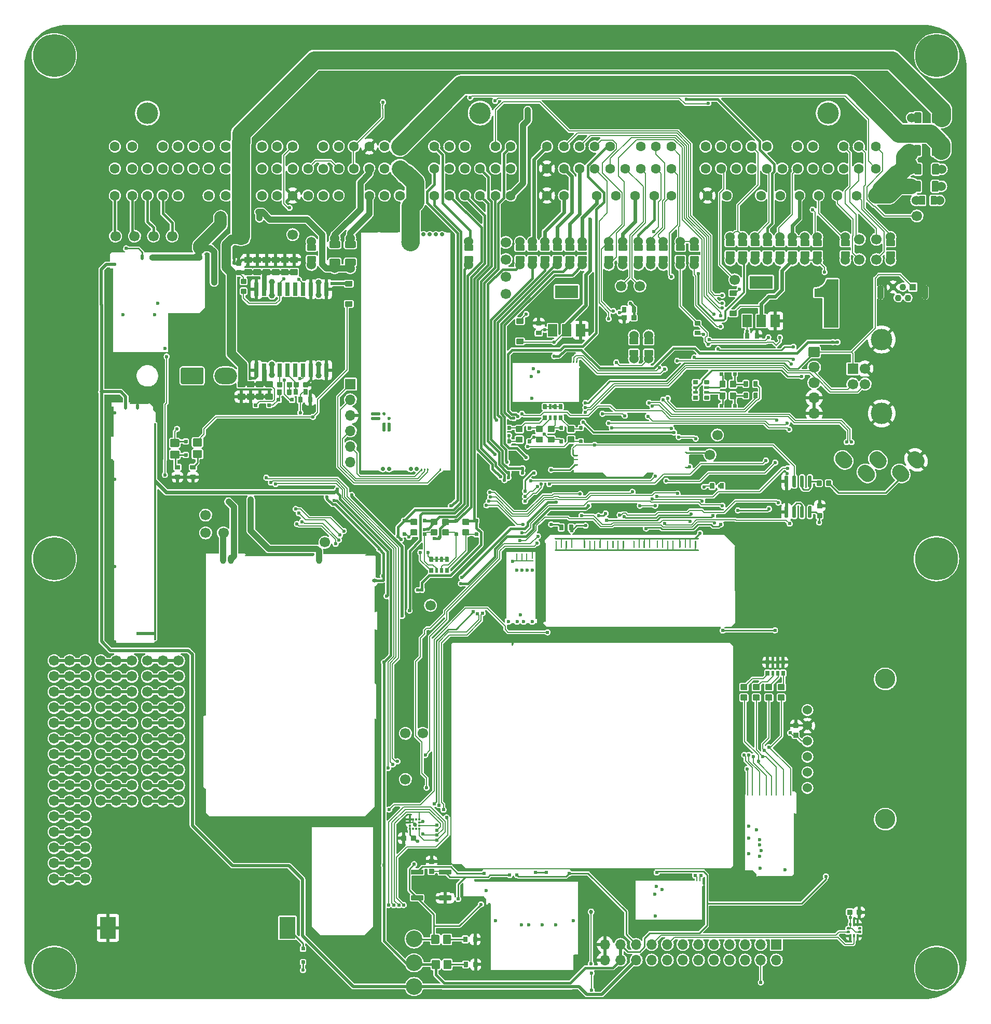
<source format=gtl>
G04 #@! TF.GenerationSoftware,KiCad,Pcbnew,(6.0.1)*
G04 #@! TF.CreationDate,2022-05-23T18:47:54+03:00*
G04 #@! TF.ProjectId,hellen72_NB2,68656c6c-656e-4373-925f-4e42322e6b69,b*
G04 #@! TF.SameCoordinates,PX141ef50PYa2cc1bc*
G04 #@! TF.FileFunction,Copper,L1,Top*
G04 #@! TF.FilePolarity,Positive*
%FSLAX46Y46*%
G04 Gerber Fmt 4.6, Leading zero omitted, Abs format (unit mm)*
G04 Created by KiCad (PCBNEW (6.0.1)) date 2022-05-23 18:47:54*
%MOMM*%
%LPD*%
G01*
G04 APERTURE LIST*
G04 #@! TA.AperFunction,EtchedComponent*
%ADD10C,0.100000*%
G04 #@! TD*
G04 #@! TA.AperFunction,SMDPad,CuDef*
%ADD11O,0.499999X2.999999*%
G04 #@! TD*
G04 #@! TA.AperFunction,SMDPad,CuDef*
%ADD12O,0.499999X12.700000*%
G04 #@! TD*
G04 #@! TA.AperFunction,SMDPad,CuDef*
%ADD13O,1.200000X0.499999*%
G04 #@! TD*
G04 #@! TA.AperFunction,SMDPad,CuDef*
%ADD14O,17.400001X0.399999*%
G04 #@! TD*
G04 #@! TA.AperFunction,SMDPad,CuDef*
%ADD15O,0.499999X11.400000*%
G04 #@! TD*
G04 #@! TA.AperFunction,SMDPad,CuDef*
%ADD16O,14.449999X0.499999*%
G04 #@! TD*
G04 #@! TA.AperFunction,ComponentPad*
%ADD17C,0.599999*%
G04 #@! TD*
G04 #@! TA.AperFunction,ComponentPad*
%ADD18C,1.524000*%
G04 #@! TD*
G04 #@! TA.AperFunction,SMDPad,CuDef*
%ADD19O,0.499999X0.250000*%
G04 #@! TD*
G04 #@! TA.AperFunction,ComponentPad*
%ADD20C,1.700000*%
G04 #@! TD*
G04 #@! TA.AperFunction,ComponentPad*
%ADD21R,1.700000X1.700000*%
G04 #@! TD*
G04 #@! TA.AperFunction,ComponentPad*
%ADD22O,1.700000X1.700000*%
G04 #@! TD*
G04 #@! TA.AperFunction,SMDPad,CuDef*
%ADD23C,2.700000*%
G04 #@! TD*
G04 #@! TA.AperFunction,SMDPad,CuDef*
%ADD24O,0.200000X14.399999*%
G04 #@! TD*
G04 #@! TA.AperFunction,SMDPad,CuDef*
%ADD25O,0.200000X25.849999*%
G04 #@! TD*
G04 #@! TA.AperFunction,SMDPad,CuDef*
%ADD26O,0.200000X4.149999*%
G04 #@! TD*
G04 #@! TA.AperFunction,SMDPad,CuDef*
%ADD27O,0.200000X4.249999*%
G04 #@! TD*
G04 #@! TA.AperFunction,SMDPad,CuDef*
%ADD28O,0.200000X3.600000*%
G04 #@! TD*
G04 #@! TA.AperFunction,SMDPad,CuDef*
%ADD29O,0.200000X8.824999*%
G04 #@! TD*
G04 #@! TA.AperFunction,SMDPad,CuDef*
%ADD30O,11.324999X0.200000*%
G04 #@! TD*
G04 #@! TA.AperFunction,SMDPad,CuDef*
%ADD31O,25.699999X0.200000*%
G04 #@! TD*
G04 #@! TA.AperFunction,SMDPad,CuDef*
%ADD32O,1.699999X0.200000*%
G04 #@! TD*
G04 #@! TA.AperFunction,SMDPad,CuDef*
%ADD33O,1.000001X1.500000*%
G04 #@! TD*
G04 #@! TA.AperFunction,SMDPad,CuDef*
%ADD34O,0.800001X0.599999*%
G04 #@! TD*
G04 #@! TA.AperFunction,ComponentPad*
%ADD35C,3.500000*%
G04 #@! TD*
G04 #@! TA.AperFunction,ComponentPad*
%ADD36C,1.600000*%
G04 #@! TD*
G04 #@! TA.AperFunction,ComponentPad*
%ADD37R,1.100000X1.100000*%
G04 #@! TD*
G04 #@! TA.AperFunction,ComponentPad*
%ADD38C,1.100000*%
G04 #@! TD*
G04 #@! TA.AperFunction,ComponentPad*
%ADD39O,1.100000X2.400000*%
G04 #@! TD*
G04 #@! TA.AperFunction,SMDPad,CuDef*
%ADD40O,0.200000X5.669999*%
G04 #@! TD*
G04 #@! TA.AperFunction,SMDPad,CuDef*
%ADD41O,9.800001X0.399999*%
G04 #@! TD*
G04 #@! TA.AperFunction,SMDPad,CuDef*
%ADD42O,0.200000X6.799999*%
G04 #@! TD*
G04 #@! TA.AperFunction,SMDPad,CuDef*
%ADD43O,11.100001X0.200000*%
G04 #@! TD*
G04 #@! TA.AperFunction,SMDPad,CuDef*
%ADD44O,0.250000X0.499999*%
G04 #@! TD*
G04 #@! TA.AperFunction,ComponentPad*
%ADD45C,3.302000*%
G04 #@! TD*
G04 #@! TA.AperFunction,ComponentPad*
%ADD46O,3.700000X2.700000*%
G04 #@! TD*
G04 #@! TA.AperFunction,ComponentPad*
%ADD47C,7.000000*%
G04 #@! TD*
G04 #@! TA.AperFunction,SMDPad,CuDef*
%ADD48R,0.375000X0.350000*%
G04 #@! TD*
G04 #@! TA.AperFunction,SMDPad,CuDef*
%ADD49R,0.350000X0.375000*%
G04 #@! TD*
G04 #@! TA.AperFunction,SMDPad,CuDef*
%ADD50R,2.600000X3.600000*%
G04 #@! TD*
G04 #@! TA.AperFunction,SMDPad,CuDef*
%ADD51O,0.499999X1.000001*%
G04 #@! TD*
G04 #@! TA.AperFunction,SMDPad,CuDef*
%ADD52O,8.744829X1.000001*%
G04 #@! TD*
G04 #@! TA.AperFunction,SMDPad,CuDef*
%ADD53O,9.199999X0.200000*%
G04 #@! TD*
G04 #@! TA.AperFunction,SMDPad,CuDef*
%ADD54O,0.499999X0.200000*%
G04 #@! TD*
G04 #@! TA.AperFunction,SMDPad,CuDef*
%ADD55O,0.399999X9.000000*%
G04 #@! TD*
G04 #@! TA.AperFunction,SMDPad,CuDef*
%ADD56O,0.200000X13.800000*%
G04 #@! TD*
G04 #@! TA.AperFunction,SMDPad,CuDef*
%ADD57O,5.399999X0.399999*%
G04 #@! TD*
G04 #@! TA.AperFunction,SMDPad,CuDef*
%ADD58O,0.200000X6.500000*%
G04 #@! TD*
G04 #@! TA.AperFunction,ComponentPad*
%ADD59C,0.700000*%
G04 #@! TD*
G04 #@! TA.AperFunction,SMDPad,CuDef*
%ADD60C,3.000000*%
G04 #@! TD*
G04 #@! TA.AperFunction,SMDPad,CuDef*
%ADD61R,3.000000X0.250000*%
G04 #@! TD*
G04 #@! TA.AperFunction,SMDPad,CuDef*
%ADD62R,1.450000X0.250000*%
G04 #@! TD*
G04 #@! TA.AperFunction,SMDPad,CuDef*
%ADD63R,2.250000X0.250000*%
G04 #@! TD*
G04 #@! TA.AperFunction,SMDPad,CuDef*
%ADD64R,2.950000X0.250000*%
G04 #@! TD*
G04 #@! TA.AperFunction,SMDPad,CuDef*
%ADD65R,0.250000X39.250000*%
G04 #@! TD*
G04 #@! TA.AperFunction,SMDPad,CuDef*
%ADD66R,3.100000X0.250000*%
G04 #@! TD*
G04 #@! TA.AperFunction,SMDPad,CuDef*
%ADD67R,0.950000X0.250000*%
G04 #@! TD*
G04 #@! TA.AperFunction,SMDPad,CuDef*
%ADD68R,1.500000X2.000000*%
G04 #@! TD*
G04 #@! TA.AperFunction,SMDPad,CuDef*
%ADD69R,3.800000X2.000000*%
G04 #@! TD*
G04 #@! TA.AperFunction,SMDPad,CuDef*
%ADD70O,5.100000X0.200000*%
G04 #@! TD*
G04 #@! TA.AperFunction,SMDPad,CuDef*
%ADD71O,0.200000X11.100000*%
G04 #@! TD*
G04 #@! TA.AperFunction,SMDPad,CuDef*
%ADD72O,0.200000X0.950000*%
G04 #@! TD*
G04 #@! TA.AperFunction,ComponentPad*
%ADD73C,0.600000*%
G04 #@! TD*
G04 #@! TA.AperFunction,SMDPad,CuDef*
%ADD74O,3.500000X0.200000*%
G04 #@! TD*
G04 #@! TA.AperFunction,SMDPad,CuDef*
%ADD75O,0.250000X0.500000*%
G04 #@! TD*
G04 #@! TA.AperFunction,SMDPad,CuDef*
%ADD76O,0.250000X10.200000*%
G04 #@! TD*
G04 #@! TA.AperFunction,SMDPad,CuDef*
%ADD77O,5.800001X0.250000*%
G04 #@! TD*
G04 #@! TA.AperFunction,SMDPad,CuDef*
%ADD78O,0.200000X0.399999*%
G04 #@! TD*
G04 #@! TA.AperFunction,SMDPad,CuDef*
%ADD79O,0.399999X5.000000*%
G04 #@! TD*
G04 #@! TA.AperFunction,SMDPad,CuDef*
%ADD80O,0.399999X30.000001*%
G04 #@! TD*
G04 #@! TA.AperFunction,SMDPad,CuDef*
%ADD81O,7.200001X0.399999*%
G04 #@! TD*
G04 #@! TA.AperFunction,SMDPad,CuDef*
%ADD82O,3.099999X0.200000*%
G04 #@! TD*
G04 #@! TA.AperFunction,SMDPad,CuDef*
%ADD83O,2.999999X0.499999*%
G04 #@! TD*
G04 #@! TA.AperFunction,SMDPad,CuDef*
%ADD84O,0.399999X35.400000*%
G04 #@! TD*
G04 #@! TA.AperFunction,SMDPad,CuDef*
%ADD85R,0.800000X2.200000*%
G04 #@! TD*
G04 #@! TA.AperFunction,SMDPad,CuDef*
%ADD86R,2.032000X5.080000*%
G04 #@! TD*
G04 #@! TA.AperFunction,SMDPad,CuDef*
%ADD87R,11.430000X7.620000*%
G04 #@! TD*
G04 #@! TA.AperFunction,ComponentPad*
%ADD88O,1.850000X1.700000*%
G04 #@! TD*
G04 #@! TA.AperFunction,ViaPad*
%ADD89C,0.600000*%
G04 #@! TD*
G04 #@! TA.AperFunction,ViaPad*
%ADD90C,0.609600*%
G04 #@! TD*
G04 #@! TA.AperFunction,ViaPad*
%ADD91C,0.685800*%
G04 #@! TD*
G04 #@! TA.AperFunction,ViaPad*
%ADD92C,1.000000*%
G04 #@! TD*
G04 #@! TA.AperFunction,Conductor*
%ADD93C,0.200000*%
G04 #@! TD*
G04 #@! TA.AperFunction,Conductor*
%ADD94C,0.400000*%
G04 #@! TD*
G04 #@! TA.AperFunction,Conductor*
%ADD95C,0.254000*%
G04 #@! TD*
G04 #@! TA.AperFunction,Conductor*
%ADD96C,0.299720*%
G04 #@! TD*
G04 #@! TA.AperFunction,Conductor*
%ADD97C,0.508000*%
G04 #@! TD*
G04 #@! TA.AperFunction,Conductor*
%ADD98C,3.000000*%
G04 #@! TD*
G04 #@! TA.AperFunction,Conductor*
%ADD99C,2.500000*%
G04 #@! TD*
G04 #@! TA.AperFunction,Conductor*
%ADD100C,0.300000*%
G04 #@! TD*
G04 #@! TA.AperFunction,Conductor*
%ADD101C,0.203200*%
G04 #@! TD*
G04 #@! TA.AperFunction,Conductor*
%ADD102C,1.000000*%
G04 #@! TD*
G04 #@! TA.AperFunction,Conductor*
%ADD103C,0.600000*%
G04 #@! TD*
G04 #@! TA.AperFunction,Conductor*
%ADD104C,2.000000*%
G04 #@! TD*
G04 #@! TA.AperFunction,Conductor*
%ADD105C,0.500000*%
G04 #@! TD*
G04 #@! TA.AperFunction,Conductor*
%ADD106C,0.800000*%
G04 #@! TD*
G04 #@! TA.AperFunction,Conductor*
%ADD107C,1.500000*%
G04 #@! TD*
G04 #@! TA.AperFunction,Conductor*
%ADD108C,2.900000*%
G04 #@! TD*
G04 #@! TA.AperFunction,Conductor*
%ADD109C,2.800000*%
G04 #@! TD*
G04 APERTURE END LIST*
D10*
G04 #@! TO.C,G3*
X132901680Y109605340D02*
X130601680Y109605340D01*
X130601680Y109605340D02*
X130601680Y114505340D01*
X130601680Y114505340D02*
X130591680Y114555340D01*
X130591680Y114555340D02*
X130551680Y114595340D01*
X130551680Y114595340D02*
X130501680Y114605340D01*
X130501680Y114605340D02*
X129101680Y114605340D01*
X129101680Y114605340D02*
X129101680Y115905340D01*
X129101680Y115905340D02*
X129201680Y115905340D01*
X129201680Y115905340D02*
X129381680Y115925340D01*
X129381680Y115925340D02*
X129591680Y115965340D01*
X129591680Y115965340D02*
X129801680Y116035340D01*
X129801680Y116035340D02*
X129931680Y116085340D01*
X129931680Y116085340D02*
X130111680Y116175340D01*
X130111680Y116175340D02*
X130281680Y116285340D01*
X130281680Y116285340D02*
X130461680Y116425340D01*
X130461680Y116425340D02*
X130651680Y116615340D01*
X130651680Y116615340D02*
X130741680Y116735340D01*
X130741680Y116735340D02*
X130851680Y116895340D01*
X130851680Y116895340D02*
X130961680Y117095340D01*
X130961680Y117095340D02*
X131041680Y117285340D01*
X131041680Y117285340D02*
X131081680Y117405340D01*
X131081680Y117405340D02*
X132901680Y117405340D01*
X132901680Y117405340D02*
X132901680Y109605340D01*
G36*
X132901680Y109605340D02*
G01*
X130601680Y109605340D01*
X130601680Y114505340D01*
X130591680Y114555340D01*
X130551680Y114595340D01*
X130501680Y114605340D01*
X129101680Y114605340D01*
X129101680Y115905340D01*
X129201680Y115905340D01*
X129381680Y115925340D01*
X129591680Y115965340D01*
X129801680Y116035340D01*
X129931680Y116085340D01*
X130111680Y116175340D01*
X130281680Y116285340D01*
X130461680Y116425340D01*
X130651680Y116615340D01*
X130741680Y116735340D01*
X130851680Y116895340D01*
X130961680Y117095340D01*
X131041680Y117285340D01*
X131081680Y117405340D01*
X132901680Y117405340D01*
X132901680Y109605340D01*
G37*
X132901680Y109605340D02*
X130601680Y109605340D01*
X130601680Y114505340D01*
X130591680Y114555340D01*
X130551680Y114595340D01*
X130501680Y114605340D01*
X129101680Y114605340D01*
X129101680Y115905340D01*
X129201680Y115905340D01*
X129381680Y115925340D01*
X129591680Y115965340D01*
X129801680Y116035340D01*
X129931680Y116085340D01*
X130111680Y116175340D01*
X130281680Y116285340D01*
X130461680Y116425340D01*
X130651680Y116615340D01*
X130741680Y116735340D01*
X130851680Y116895340D01*
X130961680Y117095340D01*
X131041680Y117285340D01*
X131081680Y117405340D01*
X132901680Y117405340D01*
X132901680Y109605340D01*
G04 #@! TD*
D11*
G04 #@! TO.P,M4,G,GND*
G04 #@! TO.N,GND*
X89968539Y5845064D03*
D12*
X90718540Y13232532D03*
D13*
X90318541Y7120058D03*
D14*
X82218547Y19395047D03*
D15*
X76018539Y10107529D03*
D16*
X82988541Y4570030D03*
D17*
G04 #@! TO.P,M4,V1,V33*
G04 #@! TO.N,+3V3*
X75468535Y17795040D03*
G04 #@! TO.P,M4,V2,GND*
G04 #@! TO.N,GND*
X77043549Y12890031D03*
G04 #@! TO.P,M4,V3,GND*
X89747567Y12899094D03*
G04 #@! TO.P,M4,V4,SD_CS*
G04 #@! TO.N,/SD_CS*
X81268539Y12220030D03*
G04 #@! TO.P,M4,V5,SD_MOSI*
G04 #@! TO.N,/SD_MOSI*
X82443543Y12220030D03*
G04 #@! TO.P,M4,V6,SD_SCK*
G04 #@! TO.N,/SD_SCK*
X84618537Y12220030D03*
G04 #@! TO.P,M4,V7,SD_MISO*
G04 #@! TO.N,/SD_MISO*
X86843539Y12220030D03*
G04 #@! TD*
G04 #@! TO.P,F6,1,1*
G04 #@! TO.N,Net-(F6-Pad1)*
G04 #@! TA.AperFunction,SMDPad,CuDef*
G36*
G01*
X148408690Y133505340D02*
X149098690Y133505340D01*
G75*
G02*
X149328690Y133275340I0J-230000D01*
G01*
X149328690Y131935340D01*
G75*
G02*
X149098690Y131705340I-230000J0D01*
G01*
X148408690Y131705340D01*
G75*
G02*
X148178690Y131935340I0J230000D01*
G01*
X148178690Y133275340D01*
G75*
G02*
X148408690Y133505340I230000J0D01*
G01*
G37*
G04 #@! TD.AperFunction*
D18*
X149753680Y132605340D03*
G04 #@! TO.P,F6,2,2*
G04 #@! TO.N,/4AF*
G04 #@! TA.AperFunction,SMDPad,CuDef*
G36*
G01*
X145508670Y133505340D02*
X146198670Y133505340D01*
G75*
G02*
X146428670Y133275340I0J-230000D01*
G01*
X146428670Y131935340D01*
G75*
G02*
X146198670Y131705340I-230000J0D01*
G01*
X145508670Y131705340D01*
G75*
G02*
X145278670Y131935340I0J230000D01*
G01*
X145278670Y133275340D01*
G75*
G02*
X145508670Y133505340I230000J0D01*
G01*
G37*
G04 #@! TD.AperFunction*
X144853680Y132605340D03*
G04 #@! TD*
D19*
G04 #@! TO.P,M9,E1,V5A*
G04 #@! TO.N,+5VA*
X90291681Y87183340D03*
G04 #@! TO.P,M9,E2,GND*
G04 #@! TO.N,GND*
X90291681Y88058340D03*
G04 #@! TO.P,M9,E3,OUT_KNOCK*
G04 #@! TO.N,/IN_KNOCK*
X90291681Y88758341D03*
G04 #@! TO.P,M9,W1,IN_KNOCK*
G04 #@! TO.N,/IN_KNOCK_RAW*
X108116679Y89208340D03*
G04 #@! TO.P,M9,W2,VREF*
G04 #@! TO.N,/VREF2*
X108116679Y86808337D03*
G04 #@! TD*
G04 #@! TO.P,R8,1,1*
G04 #@! TO.N,+5VA*
G04 #@! TA.AperFunction,SMDPad,CuDef*
G36*
G01*
X117956680Y120995339D02*
X116706680Y120995339D01*
G75*
G02*
X116606680Y121095339I0J100000D01*
G01*
X116606680Y121895339D01*
G75*
G02*
X116706680Y121995339I100000J0D01*
G01*
X117956680Y121995339D01*
G75*
G02*
X118056680Y121895339I0J-100000D01*
G01*
X118056680Y121095339D01*
G75*
G02*
X117956680Y120995339I-100000J0D01*
G01*
G37*
G04 #@! TD.AperFunction*
D18*
X117331680Y120540340D03*
G04 #@! TO.P,R8,2,2*
G04 #@! TO.N,/4K*
G04 #@! TA.AperFunction,SMDPad,CuDef*
G36*
G01*
X117956680Y122895361D02*
X116706680Y122895361D01*
G75*
G02*
X116606680Y122995361I0J100000D01*
G01*
X116606680Y123795361D01*
G75*
G02*
X116706680Y123895361I100000J0D01*
G01*
X117956680Y123895361D01*
G75*
G02*
X118056680Y123795361I0J-100000D01*
G01*
X118056680Y122995361D01*
G75*
G02*
X117956680Y122895361I-100000J0D01*
G01*
G37*
G04 #@! TD.AperFunction*
X117331680Y124350340D03*
G04 #@! TD*
G04 #@! TO.P,R32,1,1*
G04 #@! TO.N,/IN_EGR_BOOST*
X141461680Y120540340D03*
G04 #@! TA.AperFunction,SMDPad,CuDef*
G36*
G01*
X142086680Y120995339D02*
X140836680Y120995339D01*
G75*
G02*
X140736680Y121095339I0J100000D01*
G01*
X140736680Y121895339D01*
G75*
G02*
X140836680Y121995339I100000J0D01*
G01*
X142086680Y121995339D01*
G75*
G02*
X142186680Y121895339I0J-100000D01*
G01*
X142186680Y121095339D01*
G75*
G02*
X142086680Y120995339I-100000J0D01*
G01*
G37*
G04 #@! TD.AperFunction*
G04 #@! TO.P,R32,2,2*
G04 #@! TO.N,/4AE*
X141461680Y124350340D03*
G04 #@! TA.AperFunction,SMDPad,CuDef*
G36*
G01*
X142086680Y122895361D02*
X140836680Y122895361D01*
G75*
G02*
X140736680Y122995361I0J100000D01*
G01*
X140736680Y123795361D01*
G75*
G02*
X140836680Y123895361I100000J0D01*
G01*
X142086680Y123895361D01*
G75*
G02*
X142186680Y123795361I0J-100000D01*
G01*
X142186680Y122995361D01*
G75*
G02*
X142086680Y122895361I-100000J0D01*
G01*
G37*
G04 #@! TD.AperFunction*
G04 #@! TD*
D20*
G04 #@! TO.P,P5,1,Pin_1*
G04 #@! TO.N,/IO12*
X62302380Y35910220D03*
G04 #@! TD*
G04 #@! TO.P,P6,1,Pin_1*
G04 #@! TO.N,/IO13*
X62302380Y43412400D03*
G04 #@! TD*
G04 #@! TO.P,R2,1*
G04 #@! TO.N,Net-(D10-Pad2)*
G04 #@! TA.AperFunction,SMDPad,CuDef*
G36*
G01*
X24710000Y87162500D02*
X25490000Y87162500D01*
G75*
G02*
X25560000Y87092500I0J-70000D01*
G01*
X25560000Y86532500D01*
G75*
G02*
X25490000Y86462500I-70000J0D01*
G01*
X24710000Y86462500D01*
G75*
G02*
X24640000Y86532500I0J70000D01*
G01*
X24640000Y87092500D01*
G75*
G02*
X24710000Y87162500I70000J0D01*
G01*
G37*
G04 #@! TD.AperFunction*
G04 #@! TO.P,R2,2*
G04 #@! TO.N,GND*
G04 #@! TA.AperFunction,SMDPad,CuDef*
G36*
G01*
X24710000Y85562500D02*
X25490000Y85562500D01*
G75*
G02*
X25560000Y85492500I0J-70000D01*
G01*
X25560000Y84932500D01*
G75*
G02*
X25490000Y84862500I-70000J0D01*
G01*
X24710000Y84862500D01*
G75*
G02*
X24640000Y84932500I0J70000D01*
G01*
X24640000Y85492500D01*
G75*
G02*
X24710000Y85562500I70000J0D01*
G01*
G37*
G04 #@! TD.AperFunction*
G04 #@! TD*
D21*
G04 #@! TO.P,J27,1,Pin_1*
G04 #@! TO.N,Net-(J27-Pad1)*
X53323680Y100347340D03*
D22*
G04 #@! TO.P,J27,2,Pin_2*
G04 #@! TO.N,Net-(J27-Pad2)*
X53323680Y97807340D03*
G04 #@! TO.P,J27,3,Pin_3*
G04 #@! TO.N,GND*
X53323680Y95267340D03*
G04 #@! TO.P,J27,4,Pin_4*
G04 #@! TO.N,Net-(J27-Pad4)*
X53323680Y92727340D03*
G04 #@! TO.P,J27,5,Pin_5*
G04 #@! TO.N,Net-(J27-Pad5)*
X53323680Y90187340D03*
G04 #@! TO.P,J27,6,Pin_6*
G04 #@! TO.N,unconnected-(J27-Pad6)*
X53323680Y87647340D03*
G04 #@! TD*
G04 #@! TO.P,R4,1*
G04 #@! TO.N,/IN_MAP1*
G04 #@! TA.AperFunction,SMDPad,CuDef*
G36*
G01*
X114301680Y84145340D02*
X114301680Y83365340D01*
G75*
G02*
X114231680Y83295340I-70000J0D01*
G01*
X113671680Y83295340D01*
G75*
G02*
X113601680Y83365340I0J70000D01*
G01*
X113601680Y84145340D01*
G75*
G02*
X113671680Y84215340I70000J0D01*
G01*
X114231680Y84215340D01*
G75*
G02*
X114301680Y84145340I0J-70000D01*
G01*
G37*
G04 #@! TD.AperFunction*
G04 #@! TO.P,R4,2*
G04 #@! TO.N,GNDA*
G04 #@! TA.AperFunction,SMDPad,CuDef*
G36*
G01*
X112701680Y84145340D02*
X112701680Y83365340D01*
G75*
G02*
X112631680Y83295340I-70000J0D01*
G01*
X112071680Y83295340D01*
G75*
G02*
X112001680Y83365340I0J70000D01*
G01*
X112001680Y84145340D01*
G75*
G02*
X112071680Y84215340I70000J0D01*
G01*
X112631680Y84215340D01*
G75*
G02*
X112701680Y84145340I0J-70000D01*
G01*
G37*
G04 #@! TD.AperFunction*
G04 #@! TD*
D20*
G04 #@! TO.P,P19,1,Pin_1*
G04 #@! TO.N,/5J*
X43925680Y124731340D03*
G04 #@! TD*
D23*
G04 #@! TO.P,J19,1,Pin_1*
G04 #@! TO.N,+12V*
X63719659Y2136041D03*
G04 #@! TD*
G04 #@! TO.P,C3,1*
G04 #@! TO.N,GND*
G04 #@! TA.AperFunction,SMDPad,CuDef*
G36*
G01*
X61596678Y25965340D02*
X61596678Y26645340D01*
G75*
G02*
X61681678Y26730340I85000J0D01*
G01*
X62361678Y26730340D01*
G75*
G02*
X62446678Y26645340I0J-85000D01*
G01*
X62446678Y25965340D01*
G75*
G02*
X62361678Y25880340I-85000J0D01*
G01*
X61681678Y25880340D01*
G75*
G02*
X61596678Y25965340I0J85000D01*
G01*
G37*
G04 #@! TD.AperFunction*
G04 #@! TO.P,C3,2*
G04 #@! TO.N,+3V3*
G04 #@! TA.AperFunction,SMDPad,CuDef*
G36*
G01*
X63176680Y25965340D02*
X63176680Y26645340D01*
G75*
G02*
X63261680Y26730340I85000J0D01*
G01*
X63941680Y26730340D01*
G75*
G02*
X64026680Y26645340I0J-85000D01*
G01*
X64026680Y25965340D01*
G75*
G02*
X63941680Y25880340I-85000J0D01*
G01*
X63261680Y25880340D01*
G75*
G02*
X63176680Y25965340I0J85000D01*
G01*
G37*
G04 #@! TD.AperFunction*
G04 #@! TD*
D20*
G04 #@! TO.P,G4,1*
G04 #@! TO.N,Net-(G4-Pad1)*
X20210000Y45097322D03*
G04 #@! TO.P,G4,2*
G04 #@! TO.N,Net-(G4-Pad12)*
X20210000Y47637322D03*
G04 #@! TO.P,G4,3*
G04 #@! TO.N,Net-(G4-Pad13)*
X20210000Y50177322D03*
G04 #@! TO.P,G4,4*
G04 #@! TO.N,Net-(G4-Pad14)*
X20210000Y52717322D03*
G04 #@! TO.P,G4,5*
G04 #@! TO.N,Net-(G4-Pad10)*
X20210000Y55257322D03*
G04 #@! TO.P,G4,6*
G04 #@! TO.N,Net-(G4-Pad1)*
X22750000Y45097322D03*
G04 #@! TO.P,G4,7*
G04 #@! TO.N,Net-(G4-Pad12)*
X22750000Y47637322D03*
G04 #@! TO.P,G4,8*
G04 #@! TO.N,Net-(G4-Pad13)*
X22750000Y50177322D03*
G04 #@! TO.P,G4,9*
G04 #@! TO.N,Net-(G4-Pad14)*
X22750000Y52717322D03*
G04 #@! TO.P,G4,10*
G04 #@! TO.N,Net-(G4-Pad10)*
X22750000Y55257322D03*
G04 #@! TO.P,G4,11*
G04 #@! TO.N,Net-(G4-Pad1)*
X25290000Y45097322D03*
G04 #@! TO.P,G4,12*
G04 #@! TO.N,Net-(G4-Pad12)*
X25290000Y47637322D03*
G04 #@! TO.P,G4,13*
G04 #@! TO.N,Net-(G4-Pad13)*
X25290000Y50177322D03*
G04 #@! TO.P,G4,14*
G04 #@! TO.N,Net-(G4-Pad14)*
X25290000Y52717322D03*
G04 #@! TO.P,G4,15*
G04 #@! TO.N,Net-(G4-Pad10)*
X25290000Y55257322D03*
G04 #@! TD*
D18*
G04 #@! TO.P,R9,1,1*
G04 #@! TO.N,/IN_VIGN*
X123427680Y120540340D03*
G04 #@! TA.AperFunction,SMDPad,CuDef*
G36*
G01*
X124052680Y120995339D02*
X122802680Y120995339D01*
G75*
G02*
X122702680Y121095339I0J100000D01*
G01*
X122702680Y121895339D01*
G75*
G02*
X122802680Y121995339I100000J0D01*
G01*
X124052680Y121995339D01*
G75*
G02*
X124152680Y121895339I0J-100000D01*
G01*
X124152680Y121095339D01*
G75*
G02*
X124052680Y120995339I-100000J0D01*
G01*
G37*
G04 #@! TD.AperFunction*
G04 #@! TO.P,R9,2,2*
G04 #@! TO.N,/4S*
G04 #@! TA.AperFunction,SMDPad,CuDef*
G36*
G01*
X124052680Y122895361D02*
X122802680Y122895361D01*
G75*
G02*
X122702680Y122995361I0J100000D01*
G01*
X122702680Y123795361D01*
G75*
G02*
X122802680Y123895361I100000J0D01*
G01*
X124052680Y123895361D01*
G75*
G02*
X124152680Y123795361I0J-100000D01*
G01*
X124152680Y122995361D01*
G75*
G02*
X124052680Y122895361I-100000J0D01*
G01*
G37*
G04 #@! TD.AperFunction*
X123427680Y124350340D03*
G04 #@! TD*
D20*
G04 #@! TO.P,P10,1,Pin_1*
G04 #@! TO.N,/2F*
X78723680Y117873340D03*
G04 #@! TD*
G04 #@! TO.P,R21,1*
G04 #@! TO.N,Net-(C10-Pad1)*
G04 #@! TA.AperFunction,SMDPad,CuDef*
G36*
G01*
X43701680Y99445340D02*
X43701680Y98665340D01*
G75*
G02*
X43631680Y98595340I-70000J0D01*
G01*
X43071680Y98595340D01*
G75*
G02*
X43001680Y98665340I0J70000D01*
G01*
X43001680Y99445340D01*
G75*
G02*
X43071680Y99515340I70000J0D01*
G01*
X43631680Y99515340D01*
G75*
G02*
X43701680Y99445340I0J-70000D01*
G01*
G37*
G04 #@! TD.AperFunction*
G04 #@! TO.P,R21,2*
G04 #@! TO.N,Net-(D33-Pad1)*
G04 #@! TA.AperFunction,SMDPad,CuDef*
G36*
G01*
X42101680Y99445340D02*
X42101680Y98665340D01*
G75*
G02*
X42031680Y98595340I-70000J0D01*
G01*
X41471680Y98595340D01*
G75*
G02*
X41401680Y98665340I0J70000D01*
G01*
X41401680Y99445340D01*
G75*
G02*
X41471680Y99515340I70000J0D01*
G01*
X42031680Y99515340D01*
G75*
G02*
X42101680Y99445340I0J-70000D01*
G01*
G37*
G04 #@! TD.AperFunction*
G04 #@! TD*
G04 #@! TO.P,P12,1,Pin_1*
G04 #@! TO.N,/OUT_SOLENOID_A1*
X29701680Y79005340D03*
G04 #@! TD*
G04 #@! TO.P,G12,1*
G04 #@! TO.N,Net-(G12-Pad1)*
X12590000Y32397322D03*
G04 #@! TO.P,G12,2*
G04 #@! TO.N,Net-(G12-Pad12)*
X12590000Y34937322D03*
G04 #@! TO.P,G12,3*
G04 #@! TO.N,Net-(G12-Pad13)*
X12590000Y37477322D03*
G04 #@! TO.P,G12,4*
G04 #@! TO.N,Net-(G12-Pad14)*
X12590000Y40017322D03*
G04 #@! TO.P,G12,5*
G04 #@! TO.N,Net-(G12-Pad10)*
X12590000Y42557322D03*
G04 #@! TO.P,G12,6*
G04 #@! TO.N,Net-(G12-Pad1)*
X15130000Y32397322D03*
G04 #@! TO.P,G12,7*
G04 #@! TO.N,Net-(G12-Pad12)*
X15130000Y34937322D03*
G04 #@! TO.P,G12,8*
G04 #@! TO.N,Net-(G12-Pad13)*
X15130000Y37477322D03*
G04 #@! TO.P,G12,9*
G04 #@! TO.N,Net-(G12-Pad14)*
X15130000Y40017322D03*
G04 #@! TO.P,G12,10*
G04 #@! TO.N,Net-(G12-Pad10)*
X15130000Y42557322D03*
G04 #@! TO.P,G12,11*
G04 #@! TO.N,Net-(G12-Pad1)*
X17670000Y32397322D03*
G04 #@! TO.P,G12,12*
G04 #@! TO.N,Net-(G12-Pad12)*
X17670000Y34937322D03*
G04 #@! TO.P,G12,13*
G04 #@! TO.N,Net-(G12-Pad13)*
X17670000Y37477322D03*
G04 #@! TO.P,G12,14*
G04 #@! TO.N,Net-(G12-Pad14)*
X17670000Y40017322D03*
G04 #@! TO.P,G12,15*
G04 #@! TO.N,Net-(G12-Pad10)*
X17670000Y42557322D03*
G04 #@! TD*
D24*
G04 #@! TO.P,M5,G,GND*
G04 #@! TO.N,GND*
X57389993Y38601063D03*
D25*
X29641557Y59196722D03*
D26*
X29639995Y32385711D03*
G04 #@! TA.AperFunction,SMDPad,CuDef*
G36*
G01*
X30281049Y29751948D02*
X30281049Y29751948D01*
G75*
G02*
X30139627Y29751948I-70711J70711D01*
G01*
X29573941Y30317634D01*
G75*
G02*
X29573941Y30459056I70711J70711D01*
G01*
X29573941Y30459056D01*
G75*
G02*
X29715363Y30459056I70711J-70711D01*
G01*
X30281049Y29893370D01*
G75*
G02*
X30281049Y29751948I-70711J-70711D01*
G01*
G37*
G04 #@! TD.AperFunction*
G04 #@! TA.AperFunction,SMDPad,CuDef*
G36*
G01*
X57441065Y31485197D02*
X57441065Y31485197D01*
G75*
G02*
X57441065Y31343775I-70711J-70711D01*
G01*
X55864217Y29766927D01*
G75*
G02*
X55722795Y29766927I-70711J70711D01*
G01*
X55722795Y29766927D01*
G75*
G02*
X55722795Y29908349I70711J70711D01*
G01*
X57299643Y31485197D01*
G75*
G02*
X57441065Y31485197I70711J-70711D01*
G01*
G37*
G04 #@! TD.AperFunction*
D27*
X57391527Y65321721D03*
D28*
X57541542Y70631720D03*
D29*
X57389990Y55959347D03*
D30*
X41691538Y72396721D03*
G04 #@! TA.AperFunction,SMDPad,CuDef*
G36*
G01*
X57506862Y72489596D02*
X57577572Y72418886D01*
G75*
G02*
X57577572Y72277464I-70711J-70711D01*
G01*
X57577572Y72277464D01*
G75*
G02*
X57436150Y72277464I-70711J70711D01*
G01*
X57365440Y72348174D01*
G75*
G02*
X57365440Y72489596I70711J70711D01*
G01*
X57365440Y72489596D01*
G75*
G02*
X57506862Y72489596I70711J-70711D01*
G01*
G37*
G04 #@! TD.AperFunction*
D31*
X43016547Y29821710D03*
D32*
X56641543Y72456720D03*
D33*
G04 #@! TO.P,M5,S4,OUT_SOLENOID_B1*
G04 #@! TO.N,/OUT_SOLENOID_B1*
X32559110Y71817999D03*
G04 #@! TO.P,M5,S5,OUT_SOLENOID_B2*
G04 #@! TO.N,/OUT_SOLENOID_B2*
X33814975Y71817999D03*
G04 #@! TO.P,M5,S11,V12_RAW*
G04 #@! TO.N,+12V_RAW*
X48190001Y71817999D03*
D34*
G04 #@! TO.P,M5,W5,V12P*
G04 #@! TO.N,+12V_PROT*
X57244999Y68321715D03*
G04 #@! TD*
G04 #@! TO.P,D1,1,A*
G04 #@! TO.N,+5V*
G04 #@! TA.AperFunction,SMDPad,CuDef*
G36*
G01*
X67906019Y6350340D02*
X67906019Y5110340D01*
G75*
G02*
X67776019Y4980340I-130000J0D01*
G01*
X66736019Y4980340D01*
G75*
G02*
X66606019Y5110340I0J130000D01*
G01*
X66606019Y6350340D01*
G75*
G02*
X66736019Y6480340I130000J0D01*
G01*
X67776019Y6480340D01*
G75*
G02*
X67906019Y6350340I0J-130000D01*
G01*
G37*
G04 #@! TD.AperFunction*
G04 #@! TO.P,D1,2,K*
G04 #@! TO.N,Net-(D1-Pad2)*
G04 #@! TA.AperFunction,SMDPad,CuDef*
G36*
G01*
X69806040Y6350340D02*
X69806040Y5110340D01*
G75*
G02*
X69676040Y4980340I-130000J0D01*
G01*
X68636040Y4980340D01*
G75*
G02*
X68506040Y5110340I0J130000D01*
G01*
X68506040Y6350340D01*
G75*
G02*
X68636040Y6480340I130000J0D01*
G01*
X69676040Y6480340D01*
G75*
G02*
X69806040Y6350340I0J-130000D01*
G01*
G37*
G04 #@! TD.AperFunction*
G04 #@! TD*
D18*
G04 #@! TO.P,R48,1,1*
G04 #@! TO.N,/OUT_MAIN_RELAY*
X89137680Y119778340D03*
G04 #@! TA.AperFunction,SMDPad,CuDef*
G36*
G01*
X89762680Y120233339D02*
X88512680Y120233339D01*
G75*
G02*
X88412680Y120333339I0J100000D01*
G01*
X88412680Y121133339D01*
G75*
G02*
X88512680Y121233339I100000J0D01*
G01*
X89762680Y121233339D01*
G75*
G02*
X89862680Y121133339I0J-100000D01*
G01*
X89862680Y120333339D01*
G75*
G02*
X89762680Y120233339I-100000J0D01*
G01*
G37*
G04 #@! TD.AperFunction*
G04 #@! TO.P,R48,2,2*
G04 #@! TO.N,/3H*
X89137680Y123588340D03*
G04 #@! TA.AperFunction,SMDPad,CuDef*
G36*
G01*
X89762680Y122133361D02*
X88512680Y122133361D01*
G75*
G02*
X88412680Y122233361I0J100000D01*
G01*
X88412680Y123033361D01*
G75*
G02*
X88512680Y123133361I100000J0D01*
G01*
X89762680Y123133361D01*
G75*
G02*
X89862680Y123033361I0J-100000D01*
G01*
X89862680Y122233361D01*
G75*
G02*
X89762680Y122133361I-100000J0D01*
G01*
G37*
G04 #@! TD.AperFunction*
G04 #@! TD*
G04 #@! TO.P,D15,1,K*
G04 #@! TO.N,Net-(D15-Pad1)*
G04 #@! TA.AperFunction,SMDPad,CuDef*
G36*
G01*
X61811889Y75639340D02*
X61811889Y76119340D01*
G75*
G02*
X61871889Y76179340I60000J0D01*
G01*
X62351889Y76179340D01*
G75*
G02*
X62411889Y76119340I0J-60000D01*
G01*
X62411889Y75639340D01*
G75*
G02*
X62351889Y75579340I-60000J0D01*
G01*
X61871889Y75579340D01*
G75*
G02*
X61811889Y75639340I0J60000D01*
G01*
G37*
G04 #@! TD.AperFunction*
G04 #@! TO.P,D15,2,A*
G04 #@! TO.N,/OUT_INJ1*
G04 #@! TA.AperFunction,SMDPad,CuDef*
G36*
G01*
X61811889Y77839340D02*
X61811889Y78319340D01*
G75*
G02*
X61871889Y78379340I60000J0D01*
G01*
X62351889Y78379340D01*
G75*
G02*
X62411889Y78319340I0J-60000D01*
G01*
X62411889Y77839340D01*
G75*
G02*
X62351889Y77779340I-60000J0D01*
G01*
X61871889Y77779340D01*
G75*
G02*
X61811889Y77839340I0J60000D01*
G01*
G37*
G04 #@! TD.AperFunction*
G04 #@! TD*
G04 #@! TO.P,C7,1*
G04 #@! TO.N,GND*
G04 #@! TA.AperFunction,SMDPad,CuDef*
G36*
G01*
X34790197Y120526785D02*
X35470197Y120526785D01*
G75*
G02*
X35555197Y120441785I0J-85000D01*
G01*
X35555197Y119761785D01*
G75*
G02*
X35470197Y119676785I-85000J0D01*
G01*
X34790197Y119676785D01*
G75*
G02*
X34705197Y119761785I0J85000D01*
G01*
X34705197Y120441785D01*
G75*
G02*
X34790197Y120526785I85000J0D01*
G01*
G37*
G04 #@! TD.AperFunction*
G04 #@! TO.P,C7,2*
G04 #@! TO.N,+12V_ETB*
G04 #@! TA.AperFunction,SMDPad,CuDef*
G36*
G01*
X34790197Y118946783D02*
X35470197Y118946783D01*
G75*
G02*
X35555197Y118861783I0J-85000D01*
G01*
X35555197Y118181783D01*
G75*
G02*
X35470197Y118096783I-85000J0D01*
G01*
X34790197Y118096783D01*
G75*
G02*
X34705197Y118181783I0J85000D01*
G01*
X34705197Y118861783D01*
G75*
G02*
X34790197Y118946783I85000J0D01*
G01*
G37*
G04 #@! TD.AperFunction*
G04 #@! TD*
G04 #@! TO.P,C1,1*
G04 #@! TO.N,GND*
G04 #@! TA.AperFunction,SMDPad,CuDef*
G36*
G01*
X66211680Y22945341D02*
X66891680Y22945341D01*
G75*
G02*
X66976680Y22860341I0J-85000D01*
G01*
X66976680Y22180341D01*
G75*
G02*
X66891680Y22095341I-85000J0D01*
G01*
X66211680Y22095341D01*
G75*
G02*
X66126680Y22180341I0J85000D01*
G01*
X66126680Y22860341D01*
G75*
G02*
X66211680Y22945341I85000J0D01*
G01*
G37*
G04 #@! TD.AperFunction*
G04 #@! TO.P,C1,2*
G04 #@! TO.N,/NRESET*
G04 #@! TA.AperFunction,SMDPad,CuDef*
G36*
G01*
X66211680Y21365339D02*
X66891680Y21365339D01*
G75*
G02*
X66976680Y21280339I0J-85000D01*
G01*
X66976680Y20600339D01*
G75*
G02*
X66891680Y20515339I-85000J0D01*
G01*
X66211680Y20515339D01*
G75*
G02*
X66126680Y20600339I0J85000D01*
G01*
X66126680Y21280339D01*
G75*
G02*
X66211680Y21365339I85000J0D01*
G01*
G37*
G04 #@! TD.AperFunction*
G04 #@! TD*
G04 #@! TO.P,D35,1,K*
G04 #@! TO.N,+12V_RAW*
G04 #@! TA.AperFunction,SMDPad,CuDef*
G36*
G01*
X115297680Y115655340D02*
X116317680Y115655340D01*
G75*
G02*
X116407680Y115565340I0J-90000D01*
G01*
X116407680Y114845340D01*
G75*
G02*
X116317680Y114755340I-90000J0D01*
G01*
X115297680Y114755340D01*
G75*
G02*
X115207680Y114845340I0J90000D01*
G01*
X115207680Y115565340D01*
G75*
G02*
X115297680Y115655340I90000J0D01*
G01*
G37*
G04 #@! TD.AperFunction*
G04 #@! TO.P,D35,2,A*
G04 #@! TO.N,/OUT_VVT*
G04 #@! TA.AperFunction,SMDPad,CuDef*
G36*
G01*
X115297680Y112355340D02*
X116317680Y112355340D01*
G75*
G02*
X116407680Y112265340I0J-90000D01*
G01*
X116407680Y111545340D01*
G75*
G02*
X116317680Y111455340I-90000J0D01*
G01*
X115297680Y111455340D01*
G75*
G02*
X115207680Y111545340I0J90000D01*
G01*
X115207680Y112265340D01*
G75*
G02*
X115297680Y112355340I90000J0D01*
G01*
G37*
G04 #@! TD.AperFunction*
G04 #@! TD*
D20*
G04 #@! TO.P,P15,1,Pin_1*
G04 #@! TO.N,/2E*
X78723680Y115079340D03*
G04 #@! TD*
G04 #@! TO.P,S1,1*
G04 #@! TO.N,/BOOT0*
G04 #@! TA.AperFunction,SMDPad,CuDef*
G36*
G01*
X63281680Y21205341D02*
X65121680Y21205341D01*
G75*
G02*
X65201680Y21125341I0J-80000D01*
G01*
X65201680Y20485341D01*
G75*
G02*
X65121680Y20405341I-80000J0D01*
G01*
X63281680Y20405341D01*
G75*
G02*
X63201680Y20485341I0J80000D01*
G01*
X63201680Y21125341D01*
G75*
G02*
X63281680Y21205341I80000J0D01*
G01*
G37*
G04 #@! TD.AperFunction*
G04 #@! TO.P,S1,2*
G04 #@! TO.N,+3V3*
G04 #@! TA.AperFunction,SMDPad,CuDef*
G36*
G01*
X63281680Y17005340D02*
X65121680Y17005340D01*
G75*
G02*
X65201680Y16925340I0J-80000D01*
G01*
X65201680Y16285340D01*
G75*
G02*
X65121680Y16205340I-80000J0D01*
G01*
X63281680Y16205340D01*
G75*
G02*
X63201680Y16285340I0J80000D01*
G01*
X63201680Y16925340D01*
G75*
G02*
X63281680Y17005340I80000J0D01*
G01*
G37*
G04 #@! TD.AperFunction*
G04 #@! TD*
G04 #@! TO.P,D6,1,A*
G04 #@! TO.N,Net-(D12-Pad1)*
G04 #@! TA.AperFunction,SMDPad,CuDef*
G36*
G01*
X72611887Y75679341D02*
X71711887Y75679341D01*
G75*
G02*
X71611887Y75779341I0J100000D01*
G01*
X71611887Y76579341D01*
G75*
G02*
X71711887Y76679341I100000J0D01*
G01*
X72611887Y76679341D01*
G75*
G02*
X72711887Y76579341I0J-100000D01*
G01*
X72711887Y75779341D01*
G75*
G02*
X72611887Y75679341I-100000J0D01*
G01*
G37*
G04 #@! TD.AperFunction*
G04 #@! TO.P,D6,2,K*
G04 #@! TO.N,/OUT_INJ4*
G04 #@! TA.AperFunction,SMDPad,CuDef*
G36*
G01*
X72611887Y77379341D02*
X71711887Y77379341D01*
G75*
G02*
X71611887Y77479341I0J100000D01*
G01*
X71611887Y78279341D01*
G75*
G02*
X71711887Y78379341I100000J0D01*
G01*
X72611887Y78379341D01*
G75*
G02*
X72711887Y78279341I0J-100000D01*
G01*
X72711887Y77479341D01*
G75*
G02*
X72611887Y77379341I-100000J0D01*
G01*
G37*
G04 #@! TD.AperFunction*
G04 #@! TD*
G04 #@! TO.P,C4,1*
G04 #@! TO.N,Net-(C4-Pad1)*
G04 #@! TA.AperFunction,SMDPad,CuDef*
G36*
G01*
X131806682Y84545340D02*
X131806682Y83865340D01*
G75*
G02*
X131721682Y83780340I-85000J0D01*
G01*
X131041682Y83780340D01*
G75*
G02*
X130956682Y83865340I0J85000D01*
G01*
X130956682Y84545340D01*
G75*
G02*
X131041682Y84630340I85000J0D01*
G01*
X131721682Y84630340D01*
G75*
G02*
X131806682Y84545340I0J-85000D01*
G01*
G37*
G04 #@! TD.AperFunction*
G04 #@! TO.P,C4,2*
G04 #@! TO.N,Net-(C4-Pad2)*
G04 #@! TA.AperFunction,SMDPad,CuDef*
G36*
G01*
X130226680Y84545340D02*
X130226680Y83865340D01*
G75*
G02*
X130141680Y83780340I-85000J0D01*
G01*
X129461680Y83780340D01*
G75*
G02*
X129376680Y83865340I0J85000D01*
G01*
X129376680Y84545340D01*
G75*
G02*
X129461680Y84630340I85000J0D01*
G01*
X130141680Y84630340D01*
G75*
G02*
X130226680Y84545340I0J-85000D01*
G01*
G37*
G04 #@! TD.AperFunction*
G04 #@! TD*
G04 #@! TO.P,D12,1,K*
G04 #@! TO.N,Net-(D12-Pad1)*
G04 #@! TA.AperFunction,SMDPad,CuDef*
G36*
G01*
X73597680Y75639340D02*
X73597680Y76119340D01*
G75*
G02*
X73657680Y76179340I60000J0D01*
G01*
X74137680Y76179340D01*
G75*
G02*
X74197680Y76119340I0J-60000D01*
G01*
X74197680Y75639340D01*
G75*
G02*
X74137680Y75579340I-60000J0D01*
G01*
X73657680Y75579340D01*
G75*
G02*
X73597680Y75639340I0J60000D01*
G01*
G37*
G04 #@! TD.AperFunction*
G04 #@! TO.P,D12,2,A*
G04 #@! TO.N,/OUT_INJ4*
G04 #@! TA.AperFunction,SMDPad,CuDef*
G36*
G01*
X73597680Y77839340D02*
X73597680Y78319340D01*
G75*
G02*
X73657680Y78379340I60000J0D01*
G01*
X74137680Y78379340D01*
G75*
G02*
X74197680Y78319340I0J-60000D01*
G01*
X74197680Y77839340D01*
G75*
G02*
X74137680Y77779340I-60000J0D01*
G01*
X73657680Y77779340D01*
G75*
G02*
X73597680Y77839340I0J60000D01*
G01*
G37*
G04 #@! TD.AperFunction*
G04 #@! TD*
D35*
G04 #@! TO.P,P2,*
G04 #@! TO.N,*
X131301680Y144555340D03*
X74501680Y144555340D03*
X20201680Y144555340D03*
D36*
G04 #@! TO.P,P2,1,1C*
G04 #@! TO.N,unconnected-(P2-Pad1)*
X14901680Y139105340D03*
G04 #@! TO.P,P2,2,1F*
G04 #@! TO.N,unconnected-(P2-Pad2)*
X17701680Y139105340D03*
G04 #@! TO.P,P2,3,1L*
G04 #@! TO.N,unconnected-(P2-Pad3)*
X22701680Y139105340D03*
G04 #@! TO.P,P2,4,1O*
G04 #@! TO.N,unconnected-(P2-Pad4)*
X25201680Y139105340D03*
G04 #@! TO.P,P2,5,1R*
G04 #@! TO.N,unconnected-(P2-Pad5)*
X27701680Y139105340D03*
G04 #@! TO.P,P2,6,1U*
G04 #@! TO.N,unconnected-(P2-Pad6)*
X30201680Y139105340D03*
G04 #@! TO.P,P2,7,1X*
G04 #@! TO.N,unconnected-(P2-Pad7)*
X33001680Y139105340D03*
G04 #@! TO.P,P2,8,5C*
G04 #@! TO.N,/IN_D4*
X38901680Y139105340D03*
G04 #@! TO.P,P2,9,5F*
G04 #@! TO.N,/OUT_HIGH1*
X41401680Y139105340D03*
G04 #@! TO.P,P2,10,5J*
G04 #@! TO.N,/5J*
X43901680Y139105340D03*
G04 #@! TO.P,P2,11,5O*
G04 #@! TO.N,/IN_TPS*
X48901680Y139105340D03*
G04 #@! TO.P,P2,12,5S*
G04 #@! TO.N,+5VA*
X51401680Y139105340D03*
G04 #@! TO.P,P2,13,5U*
G04 #@! TO.N,GNDA*
X53901680Y139105340D03*
G04 #@! TO.P,P2,14,5X*
G04 #@! TO.N,GND*
X56401680Y139105340D03*
G04 #@! TO.P,P2,15,5AB*
G04 #@! TO.N,/WBO_R_Trim*
X58901680Y139105340D03*
G04 #@! TO.P,P2,16,5AE*
G04 #@! TO.N,/5AE*
X61401680Y139105340D03*
G04 #@! TO.P,P2,17,2C*
G04 #@! TO.N,/2C*
X67001680Y139105340D03*
G04 #@! TO.P,P2,18,2F*
G04 #@! TO.N,/2F*
X69501680Y139105340D03*
G04 #@! TO.P,P2,19,2I*
G04 #@! TO.N,/2I*
X72001680Y139105340D03*
G04 #@! TO.P,P2,20,2O*
G04 #@! TO.N,/OUT_IGN3*
X77001680Y139105340D03*
G04 #@! TO.P,P2,21,2R*
G04 #@! TO.N,/OUT_CHECK_ENGINE*
X79501680Y139105340D03*
G04 #@! TO.P,P2,22,3C*
G04 #@! TO.N,/3C*
X85401680Y139105340D03*
G04 #@! TO.P,P2,23,3F*
G04 #@! TO.N,/OUT_IGN1*
X88201680Y139105340D03*
G04 #@! TO.P,P2,24,3I*
G04 #@! TO.N,/OUT_IGN2*
X90701680Y139105340D03*
G04 #@! TO.P,P2,25,3L*
G04 #@! TO.N,/IN_AFR*
X93201680Y139105340D03*
G04 #@! TO.P,P2,26,3O*
G04 #@! TO.N,/OUT_TACH*
X95701680Y139105340D03*
G04 #@! TO.P,P2,27,3T*
G04 #@! TO.N,/IN_VSS*
X100701680Y139105340D03*
G04 #@! TO.P,P2,28,3W*
G04 #@! TO.N,/3W*
X103201680Y139105340D03*
G04 #@! TO.P,P2,29,3Z*
G04 #@! TO.N,/3Z*
X105701680Y139105340D03*
G04 #@! TO.P,P2,30,4C*
G04 #@! TO.N,/IN_STEERING*
X111301680Y139105340D03*
G04 #@! TO.P,P2,31,4F*
G04 #@! TO.N,/IN_AC_PRESSURE*
X113801680Y139105340D03*
G04 #@! TO.P,P2,32,4I*
G04 #@! TO.N,/IN_CLUTCH*
X116301680Y139105340D03*
G04 #@! TO.P,P2,33,4K*
G04 #@! TO.N,/4K*
X118801680Y139105340D03*
G04 #@! TO.P,P2,34,4N*
G04 #@! TO.N,Net-(P2-Pad34)*
X121301680Y139105340D03*
G04 #@! TO.P,P2,35,4T*
G04 #@! TO.N,unconnected-(P2-Pad35)*
X126301680Y139105340D03*
G04 #@! TO.P,P2,36,4W*
G04 #@! TO.N,Net-(P2-Pad36)*
X128801680Y139105340D03*
G04 #@! TO.P,P2,37,4AB*
G04 #@! TO.N,/4AB*
X133801680Y139105340D03*
G04 #@! TO.P,P2,38,4AE*
G04 #@! TO.N,/4AE*
X136301680Y139105340D03*
G04 #@! TO.P,P2,39,4AH*
G04 #@! TO.N,Net-(P2-Pad39)*
X139101680Y139105340D03*
G04 #@! TO.P,P2,40,1B*
G04 #@! TO.N,unconnected-(P2-Pad40)*
X14901680Y135505340D03*
G04 #@! TO.P,P2,41,1E*
G04 #@! TO.N,unconnected-(P2-Pad41)*
X17701680Y135505340D03*
G04 #@! TO.P,P2,42,1H*
G04 #@! TO.N,unconnected-(P2-Pad42)*
X20201680Y135505340D03*
G04 #@! TO.P,P2,43,1K*
G04 #@! TO.N,unconnected-(P2-Pad43)*
X22701680Y135505340D03*
G04 #@! TO.P,P2,44,1N*
G04 #@! TO.N,unconnected-(P2-Pad44)*
X25201680Y135505340D03*
G04 #@! TO.P,P2,45,1Q*
G04 #@! TO.N,unconnected-(P2-Pad45)*
X27701680Y135505340D03*
G04 #@! TO.P,P2,46,1T*
G04 #@! TO.N,unconnected-(P2-Pad46)*
X30201680Y135505340D03*
G04 #@! TO.P,P2,47,1W*
G04 #@! TO.N,unconnected-(P2-Pad47)*
X33001680Y135505340D03*
G04 #@! TO.P,P2,48,5B*
G04 #@! TO.N,/IN_RES3*
X38901680Y135505340D03*
G04 #@! TO.P,P2,49,5E*
G04 #@! TO.N,/OUT_SOLENOID_B2*
X41401680Y135505340D03*
G04 #@! TO.P,P2,50,5I*
G04 #@! TO.N,/IN_DIGITAL*
X43901680Y135505340D03*
G04 #@! TO.P,P2,51,5L*
G04 #@! TO.N,+5VA*
X46401680Y135505340D03*
G04 #@! TO.P,P2,52,5N*
G04 #@! TO.N,/IN_TPS2*
X48901680Y135505340D03*
G04 #@! TO.P,P2,53,5R*
G04 #@! TO.N,+5VA*
X51401680Y135505340D03*
G04 #@! TO.P,P2,54,5T*
G04 #@! TO.N,GNDA*
X53901680Y135505340D03*
G04 #@! TO.P,P2,55,5W*
G04 #@! TO.N,Net-(F5-Pad1)*
X56401680Y135505340D03*
G04 #@! TO.P,P2,56,5AA*
G04 #@! TO.N,/WBO_Vs*
X58901680Y135505340D03*
G04 #@! TO.P,P2,57,5AD*
G04 #@! TO.N,/WBO_H-*
X61401680Y135505340D03*
G04 #@! TO.P,P2,58,2B*
G04 #@! TO.N,/OUT_ECF_RELAY*
X67001680Y135505340D03*
G04 #@! TO.P,P2,59,2E*
G04 #@! TO.N,/2E*
X69501680Y135505340D03*
G04 #@! TO.P,P2,60,2H*
G04 #@! TO.N,/2H*
X72001680Y135505340D03*
G04 #@! TO.P,P2,61,2K*
G04 #@! TO.N,/OUT_AC_RELAY*
X74501680Y135505340D03*
G04 #@! TO.P,P2,62,2N*
G04 #@! TO.N,/2N*
X77001680Y135505340D03*
G04 #@! TO.P,P2,63,2Q*
G04 #@! TO.N,/OUT_IDLE*
X79501680Y135505340D03*
G04 #@! TO.P,P2,64,3B*
G04 #@! TO.N,GND*
X85401680Y135505340D03*
G04 #@! TO.P,P2,65,3E*
G04 #@! TO.N,Net-(P2-Pad65)*
X88201680Y135505340D03*
G04 #@! TO.P,P2,66,3H*
G04 #@! TO.N,/3H*
X90701680Y135505340D03*
G04 #@! TO.P,P2,67,3K*
G04 #@! TO.N,/IN_SENS2*
X93201680Y135505340D03*
G04 #@! TO.P,P2,68,3N*
G04 #@! TO.N,/OUT_IGN4*
X95701680Y135505340D03*
G04 #@! TO.P,P2,69,3Q*
G04 #@! TO.N,/3Q*
X98201680Y135505340D03*
G04 #@! TO.P,P2,70,3S*
G04 #@! TO.N,/3S*
X100701680Y135505340D03*
G04 #@! TO.P,P2,71,3V*
G04 #@! TO.N,/IN_CAM*
X103201680Y135505340D03*
G04 #@! TO.P,P2,72,3Y*
G04 #@! TO.N,/IN_CRANK*
X105701680Y135505340D03*
G04 #@! TO.P,P2,73,4B*
G04 #@! TO.N,/IN_BRAKE*
X111301680Y135505340D03*
G04 #@! TO.P,P2,74,4E*
G04 #@! TO.N,/4E*
X113801680Y135505340D03*
G04 #@! TO.P,P2,75,4H*
G04 #@! TO.N,/IN_NEUTRAL*
X116301680Y135505340D03*
G04 #@! TO.P,P2,76,4J*
G04 #@! TO.N,/IN_VTCS*
X118801680Y135505340D03*
G04 #@! TO.P,P2,77,4M*
G04 #@! TO.N,/4M*
X121301680Y135505340D03*
G04 #@! TO.P,P2,78,4P*
G04 #@! TO.N,/IN_CLT*
X123801680Y135505340D03*
G04 #@! TO.P,P2,79,4S*
G04 #@! TO.N,/4S*
X126301680Y135505340D03*
G04 #@! TO.P,P2,80,4V*
G04 #@! TO.N,/IN_TPS*
X128801680Y135505340D03*
G04 #@! TO.P,P2,81,4X*
G04 #@! TO.N,Net-(P2-Pad81)*
X131301680Y135505340D03*
G04 #@! TO.P,P2,82,4AA*
G04 #@! TO.N,/IN_O2S3*
X133801680Y135505340D03*
G04 #@! TO.P,P2,83,4AD*
G04 #@! TO.N,/4AD*
X136301680Y135505340D03*
G04 #@! TO.P,P2,84,4AG*
G04 #@! TO.N,+12V_PERM*
X139101680Y135505340D03*
G04 #@! TO.P,P2,85,1A*
G04 #@! TO.N,/1A*
X14901680Y131105340D03*
G04 #@! TO.P,P2,86,1D*
G04 #@! TO.N,/1D*
X17701680Y131105340D03*
G04 #@! TO.P,P2,87,1G*
G04 #@! TO.N,/1G*
X20201680Y131105340D03*
G04 #@! TO.P,P2,88,1J*
G04 #@! TO.N,/1J*
X22701680Y131105340D03*
G04 #@! TO.P,P2,89,1M*
G04 #@! TO.N,unconnected-(P2-Pad89)*
X25201680Y131105340D03*
G04 #@! TO.P,P2,90,1S*
G04 #@! TO.N,unconnected-(P2-Pad90)*
X30201680Y131105340D03*
G04 #@! TO.P,P2,91,1V*
G04 #@! TO.N,unconnected-(P2-Pad91)*
X33001680Y131105340D03*
G04 #@! TO.P,P2,92,5A*
G04 #@! TO.N,/IN_MAP1*
X38901680Y131105340D03*
G04 #@! TO.P,P2,93,5D*
G04 #@! TO.N,/IN_SENS3*
X41401680Y131105340D03*
G04 #@! TO.P,P2,94,5H*
G04 #@! TO.N,GND*
X43901680Y131105340D03*
G04 #@! TO.P,P2,95,5K*
G04 #@! TO.N,/5K*
X46401680Y131105340D03*
G04 #@! TO.P,P2,96,5M*
G04 #@! TO.N,/IN_PPS2*
X48901680Y131105340D03*
G04 #@! TO.P,P2,97,5P*
G04 #@! TO.N,/IN_PPS*
X51401680Y131105340D03*
G04 #@! TO.P,P2,98,5V*
G04 #@! TO.N,Net-(F4-Pad1)*
X56401680Y131105340D03*
G04 #@! TO.P,P2,99,5Z*
G04 #@! TO.N,/WBO_Vs{slash}Ip*
X58901680Y131105340D03*
G04 #@! TO.P,P2,100,5AC*
G04 #@! TO.N,/WBO_Ip*
X61401680Y131105340D03*
G04 #@! TO.P,P2,101,2A*
G04 #@! TO.N,/OUT_INJ1*
X67001680Y131105340D03*
G04 #@! TO.P,P2,102,2D*
G04 #@! TO.N,/OUT_INJ2*
X69501680Y131105340D03*
G04 #@! TO.P,P2,103,2G*
G04 #@! TO.N,/OUT_INJ3*
X72001680Y131105340D03*
G04 #@! TO.P,P2,104,2J*
G04 #@! TO.N,/OUT_INJ4*
X74501680Y131105340D03*
G04 #@! TO.P,P2,105,2M*
G04 #@! TO.N,/OUT_PUMP_RELAY*
X77001680Y131105340D03*
G04 #@! TO.P,P2,106,2P*
G04 #@! TO.N,+12V_RAW*
X79501680Y131105340D03*
G04 #@! TO.P,P2,107,3A*
G04 #@! TO.N,GND*
X85401680Y131105340D03*
G04 #@! TO.P,P2,108,3D*
G04 #@! TO.N,/3D*
X88201680Y131105340D03*
G04 #@! TO.P,P2,109,3J*
G04 #@! TO.N,/3J*
X93511680Y131105340D03*
G04 #@! TO.P,P2,110,3M*
G04 #@! TO.N,/OUT_ALTERNATOR*
X96641680Y131105340D03*
G04 #@! TO.P,P2,111,3P*
G04 #@! TO.N,Net-(P2-Pad111)*
X99771680Y131105340D03*
G04 #@! TO.P,P2,112,3U*
G04 #@! TO.N,/3U*
X102901680Y131105340D03*
G04 #@! TO.P,P2,113,3X*
G04 #@! TO.N,/3X*
X105701680Y131105340D03*
G04 #@! TO.P,P2,114,4A*
G04 #@! TO.N,GND*
X111601680Y131105340D03*
G04 #@! TO.P,P2,115,4D*
G04 #@! TO.N,Net-(F6-Pad1)*
X114731680Y131105340D03*
G04 #@! TO.P,P2,116,4L*
G04 #@! TO.N,+5VA*
X120321680Y131105340D03*
G04 #@! TO.P,P2,117,4O*
G04 #@! TO.N,GNDA*
X123451680Y131105340D03*
G04 #@! TO.P,P2,118,4R*
G04 #@! TO.N,Net-(P2-Pad118)*
X126581680Y131105340D03*
G04 #@! TO.P,P2,119,4U*
G04 #@! TO.N,/IN_MAP2*
X129711680Y131105340D03*
G04 #@! TO.P,P2,120,4Z*
G04 #@! TO.N,/4Z*
X132841680Y131105340D03*
G04 #@! TO.P,P2,121,4AC*
G04 #@! TO.N,/4AC*
X135971680Y131105340D03*
G04 #@! TO.P,P2,122,4AF*
G04 #@! TO.N,/4AF*
X139101680Y131105340D03*
G04 #@! TD*
G04 #@! TO.P,D22,1,K*
G04 #@! TO.N,Net-(D18-Pad1)*
G04 #@! TA.AperFunction,SMDPad,CuDef*
G36*
G01*
X82819177Y93457841D02*
X82819177Y92977841D01*
G75*
G02*
X82759177Y92917841I-60000J0D01*
G01*
X82279177Y92917841D01*
G75*
G02*
X82219177Y92977841I0J60000D01*
G01*
X82219177Y93457841D01*
G75*
G02*
X82279177Y93517841I60000J0D01*
G01*
X82759177Y93517841D01*
G75*
G02*
X82819177Y93457841I0J-60000D01*
G01*
G37*
G04 #@! TD.AperFunction*
G04 #@! TO.P,D22,2,A*
G04 #@! TO.N,/OUT_IDLE*
G04 #@! TA.AperFunction,SMDPad,CuDef*
G36*
G01*
X82819177Y91257841D02*
X82819177Y90777841D01*
G75*
G02*
X82759177Y90717841I-60000J0D01*
G01*
X82279177Y90717841D01*
G75*
G02*
X82219177Y90777841I0J60000D01*
G01*
X82219177Y91257841D01*
G75*
G02*
X82279177Y91317841I60000J0D01*
G01*
X82759177Y91317841D01*
G75*
G02*
X82819177Y91257841I0J-60000D01*
G01*
G37*
G04 #@! TD.AperFunction*
G04 #@! TD*
D20*
G04 #@! TO.P,P56,1,Pin_1*
G04 #@! TO.N,/4AD*
X139175680Y123969340D03*
G04 #@! TD*
G04 #@! TO.P,P52,1,Pin_1*
G04 #@! TO.N,/3S*
X100567680Y116349340D03*
G04 #@! TD*
G04 #@! TO.P,D11,1,A*
G04 #@! TO.N,+12V_PROT*
G04 #@! TA.AperFunction,SMDPad,CuDef*
G36*
G01*
X28995000Y90212521D02*
X27755000Y90212521D01*
G75*
G02*
X27625000Y90342521I0J130000D01*
G01*
X27625000Y91382521D01*
G75*
G02*
X27755000Y91512521I130000J0D01*
G01*
X28995000Y91512521D01*
G75*
G02*
X29125000Y91382521I0J-130000D01*
G01*
X29125000Y90342521D01*
G75*
G02*
X28995000Y90212521I-130000J0D01*
G01*
G37*
G04 #@! TD.AperFunction*
G04 #@! TO.P,D11,2,K*
G04 #@! TO.N,Net-(D11-Pad2)*
G04 #@! TA.AperFunction,SMDPad,CuDef*
G36*
G01*
X28995000Y88312500D02*
X27755000Y88312500D01*
G75*
G02*
X27625000Y88442500I0J130000D01*
G01*
X27625000Y89482500D01*
G75*
G02*
X27755000Y89612500I130000J0D01*
G01*
X28995000Y89612500D01*
G75*
G02*
X29125000Y89482500I0J-130000D01*
G01*
X29125000Y88442500D01*
G75*
G02*
X28995000Y88312500I-130000J0D01*
G01*
G37*
G04 #@! TD.AperFunction*
G04 #@! TD*
G04 #@! TO.P,C17,1*
G04 #@! TO.N,+12V_ETB*
G04 #@! TA.AperFunction,SMDPad,CuDef*
G36*
G01*
X39526680Y100830340D02*
X40576680Y100830340D01*
G75*
G02*
X40676680Y100730340I0J-100000D01*
G01*
X40676680Y99930340D01*
G75*
G02*
X40576680Y99830340I-100000J0D01*
G01*
X39526680Y99830340D01*
G75*
G02*
X39426680Y99930340I0J100000D01*
G01*
X39426680Y100730340D01*
G75*
G02*
X39526680Y100830340I100000J0D01*
G01*
G37*
G04 #@! TD.AperFunction*
G04 #@! TO.P,C17,2*
G04 #@! TO.N,GND*
G04 #@! TA.AperFunction,SMDPad,CuDef*
G36*
G01*
X39526680Y98830340D02*
X40576680Y98830340D01*
G75*
G02*
X40676680Y98730340I0J-100000D01*
G01*
X40676680Y97930340D01*
G75*
G02*
X40576680Y97830340I-100000J0D01*
G01*
X39526680Y97830340D01*
G75*
G02*
X39426680Y97930340I0J100000D01*
G01*
X39426680Y98730340D01*
G75*
G02*
X39526680Y98830340I100000J0D01*
G01*
G37*
G04 #@! TD.AperFunction*
G04 #@! TD*
G04 #@! TO.P,P13,1,Pin_1*
G04 #@! TO.N,/OUT_SOLENOID_B1*
X32601680Y76105340D03*
G04 #@! TD*
G04 #@! TO.P,R11,1,1*
G04 #@! TO.N,/OUT_IGN8*
G04 #@! TA.AperFunction,SMDPad,CuDef*
G36*
G01*
X134720680Y120995339D02*
X133470680Y120995339D01*
G75*
G02*
X133370680Y121095339I0J100000D01*
G01*
X133370680Y121895339D01*
G75*
G02*
X133470680Y121995339I100000J0D01*
G01*
X134720680Y121995339D01*
G75*
G02*
X134820680Y121895339I0J-100000D01*
G01*
X134820680Y121095339D01*
G75*
G02*
X134720680Y120995339I-100000J0D01*
G01*
G37*
G04 #@! TD.AperFunction*
D18*
X134095680Y120540340D03*
G04 #@! TO.P,R11,2,2*
G04 #@! TO.N,/IN_MAP2*
G04 #@! TA.AperFunction,SMDPad,CuDef*
G36*
G01*
X134720680Y122895361D02*
X133470680Y122895361D01*
G75*
G02*
X133370680Y122995361I0J100000D01*
G01*
X133370680Y123795361D01*
G75*
G02*
X133470680Y123895361I100000J0D01*
G01*
X134720680Y123895361D01*
G75*
G02*
X134820680Y123795361I0J-100000D01*
G01*
X134820680Y122995361D01*
G75*
G02*
X134720680Y122895361I-100000J0D01*
G01*
G37*
G04 #@! TD.AperFunction*
X134095680Y124350340D03*
G04 #@! TD*
G04 #@! TO.P,R6,1*
G04 #@! TO.N,+12V_PROT*
G04 #@! TA.AperFunction,SMDPad,CuDef*
G36*
G01*
X69401680Y72118340D02*
X69401680Y71448340D01*
G75*
G02*
X69336680Y71383340I-65000J0D01*
G01*
X68816680Y71383340D01*
G75*
G02*
X68751680Y71448340I0J65000D01*
G01*
X68751680Y72118340D01*
G75*
G02*
X68816680Y72183340I65000J0D01*
G01*
X69336680Y72183340D01*
G75*
G02*
X69401680Y72118340I0J-65000D01*
G01*
G37*
G04 #@! TD.AperFunction*
G04 #@! TO.P,R6,2*
G04 #@! TA.AperFunction,SMDPad,CuDef*
G36*
G01*
X68426680Y72138340D02*
X68426680Y71428340D01*
G75*
G02*
X68381680Y71383340I-45000J0D01*
G01*
X68021680Y71383340D01*
G75*
G02*
X67976680Y71428340I0J45000D01*
G01*
X67976680Y72138340D01*
G75*
G02*
X68021680Y72183340I45000J0D01*
G01*
X68381680Y72183340D01*
G75*
G02*
X68426680Y72138340I0J-45000D01*
G01*
G37*
G04 #@! TD.AperFunction*
G04 #@! TO.P,R6,3*
G04 #@! TA.AperFunction,SMDPad,CuDef*
G36*
G01*
X67626680Y72138340D02*
X67626680Y71428340D01*
G75*
G02*
X67581680Y71383340I-45000J0D01*
G01*
X67221680Y71383340D01*
G75*
G02*
X67176680Y71428340I0J45000D01*
G01*
X67176680Y72138340D01*
G75*
G02*
X67221680Y72183340I45000J0D01*
G01*
X67581680Y72183340D01*
G75*
G02*
X67626680Y72138340I0J-45000D01*
G01*
G37*
G04 #@! TD.AperFunction*
G04 #@! TO.P,R6,4*
G04 #@! TA.AperFunction,SMDPad,CuDef*
G36*
G01*
X66851680Y72118340D02*
X66851680Y71448340D01*
G75*
G02*
X66786680Y71383340I-65000J0D01*
G01*
X66266680Y71383340D01*
G75*
G02*
X66201680Y71448340I0J65000D01*
G01*
X66201680Y72118340D01*
G75*
G02*
X66266680Y72183340I65000J0D01*
G01*
X66786680Y72183340D01*
G75*
G02*
X66851680Y72118340I0J-65000D01*
G01*
G37*
G04 #@! TD.AperFunction*
G04 #@! TO.P,R6,5*
G04 #@! TO.N,Net-(D15-Pad1)*
G04 #@! TA.AperFunction,SMDPad,CuDef*
G36*
G01*
X66851680Y70318340D02*
X66851680Y69648340D01*
G75*
G02*
X66786680Y69583340I-65000J0D01*
G01*
X66266680Y69583340D01*
G75*
G02*
X66201680Y69648340I0J65000D01*
G01*
X66201680Y70318340D01*
G75*
G02*
X66266680Y70383340I65000J0D01*
G01*
X66786680Y70383340D01*
G75*
G02*
X66851680Y70318340I0J-65000D01*
G01*
G37*
G04 #@! TD.AperFunction*
G04 #@! TO.P,R6,6*
G04 #@! TO.N,Net-(D14-Pad1)*
G04 #@! TA.AperFunction,SMDPad,CuDef*
G36*
G01*
X67626680Y70338340D02*
X67626680Y69628340D01*
G75*
G02*
X67581680Y69583340I-45000J0D01*
G01*
X67221680Y69583340D01*
G75*
G02*
X67176680Y69628340I0J45000D01*
G01*
X67176680Y70338340D01*
G75*
G02*
X67221680Y70383340I45000J0D01*
G01*
X67581680Y70383340D01*
G75*
G02*
X67626680Y70338340I0J-45000D01*
G01*
G37*
G04 #@! TD.AperFunction*
G04 #@! TO.P,R6,7*
G04 #@! TO.N,Net-(D13-Pad1)*
G04 #@! TA.AperFunction,SMDPad,CuDef*
G36*
G01*
X68426680Y70338340D02*
X68426680Y69628340D01*
G75*
G02*
X68381680Y69583340I-45000J0D01*
G01*
X68021680Y69583340D01*
G75*
G02*
X67976680Y69628340I0J45000D01*
G01*
X67976680Y70338340D01*
G75*
G02*
X68021680Y70383340I45000J0D01*
G01*
X68381680Y70383340D01*
G75*
G02*
X68426680Y70338340I0J-45000D01*
G01*
G37*
G04 #@! TD.AperFunction*
G04 #@! TO.P,R6,8*
G04 #@! TO.N,Net-(D12-Pad1)*
G04 #@! TA.AperFunction,SMDPad,CuDef*
G36*
G01*
X69401680Y70318340D02*
X69401680Y69648340D01*
G75*
G02*
X69336680Y69583340I-65000J0D01*
G01*
X68816680Y69583340D01*
G75*
G02*
X68751680Y69648340I0J65000D01*
G01*
X68751680Y70318340D01*
G75*
G02*
X68816680Y70383340I65000J0D01*
G01*
X69336680Y70383340D01*
G75*
G02*
X69401680Y70318340I0J-65000D01*
G01*
G37*
G04 #@! TD.AperFunction*
G04 #@! TD*
D23*
G04 #@! TO.P,J20,1,Pin_1*
G04 #@! TO.N,+5V*
X63719659Y6008843D03*
G04 #@! TD*
D18*
G04 #@! TO.P,R43,1,1*
G04 #@! TO.N,/OUT_INJ8_BOOST*
X46973680Y119778340D03*
G04 #@! TA.AperFunction,SMDPad,CuDef*
G36*
G01*
X47598680Y120233339D02*
X46348680Y120233339D01*
G75*
G02*
X46248680Y120333339I0J100000D01*
G01*
X46248680Y121133339D01*
G75*
G02*
X46348680Y121233339I100000J0D01*
G01*
X47598680Y121233339D01*
G75*
G02*
X47698680Y121133339I0J-100000D01*
G01*
X47698680Y120333339D01*
G75*
G02*
X47598680Y120233339I-100000J0D01*
G01*
G37*
G04 #@! TD.AperFunction*
G04 #@! TO.P,R43,2,2*
G04 #@! TO.N,/5K*
X46973680Y123588340D03*
G04 #@! TA.AperFunction,SMDPad,CuDef*
G36*
G01*
X47598680Y122133361D02*
X46348680Y122133361D01*
G75*
G02*
X46248680Y122233361I0J100000D01*
G01*
X46248680Y123033361D01*
G75*
G02*
X46348680Y123133361I100000J0D01*
G01*
X47598680Y123133361D01*
G75*
G02*
X47698680Y123033361I0J-100000D01*
G01*
X47698680Y122233361D01*
G75*
G02*
X47598680Y122133361I-100000J0D01*
G01*
G37*
G04 #@! TD.AperFunction*
G04 #@! TD*
D37*
G04 #@! TO.P,J1,1,VBUS*
G04 #@! TO.N,/VBUS*
X145101680Y116180340D03*
D38*
G04 #@! TO.P,J1,2,D-*
G04 #@! TO.N,/USB-*
X144301680Y114430340D03*
G04 #@! TO.P,J1,3,D+*
G04 #@! TO.N,/USB+*
X143501680Y116180340D03*
G04 #@! TO.P,J1,4,ID*
G04 #@! TO.N,unconnected-(J1-Pad4)*
X142701680Y114430340D03*
G04 #@! TO.P,J1,5,GND*
G04 #@! TO.N,GND*
X141901680Y116180340D03*
D39*
G04 #@! TO.P,J1,6,Shield*
X147151680Y115305340D03*
X139851680Y115305340D03*
G04 #@! TD*
D18*
G04 #@! TO.P,R30,1,1*
G04 #@! TO.N,/OUT_VVT*
X125459680Y120540340D03*
G04 #@! TA.AperFunction,SMDPad,CuDef*
G36*
G01*
X126084680Y120995339D02*
X124834680Y120995339D01*
G75*
G02*
X124734680Y121095339I0J100000D01*
G01*
X124734680Y121895339D01*
G75*
G02*
X124834680Y121995339I100000J0D01*
G01*
X126084680Y121995339D01*
G75*
G02*
X126184680Y121895339I0J-100000D01*
G01*
X126184680Y121095339D01*
G75*
G02*
X126084680Y120995339I-100000J0D01*
G01*
G37*
G04 #@! TD.AperFunction*
G04 #@! TO.P,R30,2,2*
G04 #@! TO.N,Net-(P2-Pad118)*
X125459680Y124350340D03*
G04 #@! TA.AperFunction,SMDPad,CuDef*
G36*
G01*
X126084680Y122895361D02*
X124834680Y122895361D01*
G75*
G02*
X124734680Y122995361I0J100000D01*
G01*
X124734680Y123795361D01*
G75*
G02*
X124834680Y123895361I100000J0D01*
G01*
X126084680Y123895361D01*
G75*
G02*
X126184680Y123795361I0J-100000D01*
G01*
X126184680Y122995361D01*
G75*
G02*
X126084680Y122895361I-100000J0D01*
G01*
G37*
G04 #@! TD.AperFunction*
G04 #@! TD*
G04 #@! TO.P,F5,1,1*
G04 #@! TO.N,Net-(F5-Pad1)*
G04 #@! TA.AperFunction,SMDPad,CuDef*
G36*
G01*
X49883680Y122788350D02*
X49883680Y123478350D01*
G75*
G02*
X50113680Y123708350I230000J0D01*
G01*
X51453680Y123708350D01*
G75*
G02*
X51683680Y123478350I0J-230000D01*
G01*
X51683680Y122788350D01*
G75*
G02*
X51453680Y122558350I-230000J0D01*
G01*
X50113680Y122558350D01*
G75*
G02*
X49883680Y122788350I0J230000D01*
G01*
G37*
G04 #@! TD.AperFunction*
X50783680Y124133340D03*
G04 #@! TO.P,F5,2,2*
G04 #@! TO.N,+12V_RAW*
X50783680Y119233340D03*
G04 #@! TA.AperFunction,SMDPad,CuDef*
G36*
G01*
X49883680Y119888330D02*
X49883680Y120578330D01*
G75*
G02*
X50113680Y120808330I230000J0D01*
G01*
X51453680Y120808330D01*
G75*
G02*
X51683680Y120578330I0J-230000D01*
G01*
X51683680Y119888330D01*
G75*
G02*
X51453680Y119658330I-230000J0D01*
G01*
X50113680Y119658330D01*
G75*
G02*
X49883680Y119888330I0J230000D01*
G01*
G37*
G04 #@! TD.AperFunction*
G04 #@! TD*
G04 #@! TO.P,R34,1,1*
G04 #@! TO.N,/IN_IAT*
X129523680Y120540340D03*
G04 #@! TA.AperFunction,SMDPad,CuDef*
G36*
G01*
X130148680Y120995339D02*
X128898680Y120995339D01*
G75*
G02*
X128798680Y121095339I0J100000D01*
G01*
X128798680Y121895339D01*
G75*
G02*
X128898680Y121995339I100000J0D01*
G01*
X130148680Y121995339D01*
G75*
G02*
X130248680Y121895339I0J-100000D01*
G01*
X130248680Y121095339D01*
G75*
G02*
X130148680Y120995339I-100000J0D01*
G01*
G37*
G04 #@! TD.AperFunction*
G04 #@! TO.P,R34,2,2*
G04 #@! TO.N,Net-(P2-Pad34)*
G04 #@! TA.AperFunction,SMDPad,CuDef*
G36*
G01*
X130148680Y122895361D02*
X128898680Y122895361D01*
G75*
G02*
X128798680Y122995361I0J100000D01*
G01*
X128798680Y123795361D01*
G75*
G02*
X128898680Y123895361I100000J0D01*
G01*
X130148680Y123895361D01*
G75*
G02*
X130248680Y123795361I0J-100000D01*
G01*
X130248680Y122995361D01*
G75*
G02*
X130148680Y122895361I-100000J0D01*
G01*
G37*
G04 #@! TD.AperFunction*
X129523680Y124350340D03*
G04 #@! TD*
G04 #@! TO.P,D30,1,K*
G04 #@! TO.N,Net-(D27-Pad1)*
G04 #@! TA.AperFunction,SMDPad,CuDef*
G36*
G01*
X113611680Y97092837D02*
X114091680Y97092837D01*
G75*
G02*
X114151680Y97032837I0J-60000D01*
G01*
X114151680Y96552837D01*
G75*
G02*
X114091680Y96492837I-60000J0D01*
G01*
X113611680Y96492837D01*
G75*
G02*
X113551680Y96552837I0J60000D01*
G01*
X113551680Y97032837D01*
G75*
G02*
X113611680Y97092837I60000J0D01*
G01*
G37*
G04 #@! TD.AperFunction*
G04 #@! TO.P,D30,2,A*
G04 #@! TO.N,Net-(D27-Pad2)*
G04 #@! TA.AperFunction,SMDPad,CuDef*
G36*
G01*
X115811680Y97092837D02*
X116291680Y97092837D01*
G75*
G02*
X116351680Y97032837I0J-60000D01*
G01*
X116351680Y96552837D01*
G75*
G02*
X116291680Y96492837I-60000J0D01*
G01*
X115811680Y96492837D01*
G75*
G02*
X115751680Y96552837I0J60000D01*
G01*
X115751680Y97032837D01*
G75*
G02*
X115811680Y97092837I60000J0D01*
G01*
G37*
G04 #@! TD.AperFunction*
G04 #@! TD*
D21*
G04 #@! TO.P,J5,1,VBUS*
G04 #@! TO.N,/VBUS*
X135316680Y102855340D03*
D20*
G04 #@! TO.P,J5,2,D-*
G04 #@! TO.N,/USB-*
X135316680Y100355340D03*
G04 #@! TO.P,J5,3,D+*
G04 #@! TO.N,/USB+*
X137316680Y100355340D03*
G04 #@! TO.P,J5,4,GND*
G04 #@! TO.N,GND*
X137316680Y102855340D03*
D35*
G04 #@! TO.P,J5,5,Shield*
X140026680Y95585340D03*
X140026680Y107625340D03*
G04 #@! TD*
D20*
G04 #@! TO.P,P4,1,Pin_1*
G04 #@! TO.N,/IO4*
X65112640Y43410220D03*
G04 #@! TD*
D19*
G04 #@! TO.P,M8,E1,GND*
G04 #@! TO.N,GND*
X79890186Y103998674D03*
D40*
X90690182Y100136177D03*
D41*
X84515180Y103998674D03*
D42*
X79715182Y100736176D03*
D43*
X85215181Y97398677D03*
D44*
G04 #@! TO.P,M8,S1,CANL*
G04 #@! TO.N,/CAN-*
X90240180Y103948676D03*
G04 #@! TO.P,M8,S2,CANH*
G04 #@! TO.N,/CAN+*
X89740179Y103948676D03*
D17*
G04 #@! TO.P,M8,V1,V5*
G04 #@! TO.N,+5V*
X83190182Y102898678D03*
G04 #@! TO.P,M8,V2,CAN_VIO*
G04 #@! TO.N,Net-(M12-PadW2)*
X84065184Y102373678D03*
G04 #@! TO.P,M8,V5,CAN_TX*
G04 #@! TO.N,Net-(M12-PadW4)*
X82890180Y101623680D03*
G04 #@! TO.P,M8,V6,CAN_RX*
G04 #@! TO.N,Net-(M12-PadW3)*
X82965183Y98073679D03*
G04 #@! TD*
D45*
G04 #@! TO.P,U2,*
G04 #@! TO.N,*
X140601680Y52290340D03*
X140601680Y29430340D03*
D18*
G04 #@! TO.P,U2,1,VOUT*
G04 #@! TO.N,/IN_MAP3*
X127901680Y47210340D03*
G04 #@! TO.P,U2,2,GND*
G04 #@! TO.N,GND*
X127901680Y44670340D03*
G04 #@! TO.P,U2,3,VCC*
G04 #@! TO.N,+5VA*
X127901680Y42130340D03*
G04 #@! TO.P,U2,4,V1*
G04 #@! TO.N,unconnected-(U2-Pad4)*
X127901680Y39590340D03*
G04 #@! TO.P,U2,5,V2*
G04 #@! TO.N,unconnected-(U2-Pad5)*
X127901680Y37050340D03*
G04 #@! TO.P,U2,6,V_EX*
G04 #@! TO.N,unconnected-(U2-Pad6)*
X127901680Y34510340D03*
G04 #@! TD*
G04 #@! TO.P,R39,1,1*
G04 #@! TO.N,Net-(P2-Pad36)*
X99601680Y108310340D03*
G04 #@! TA.AperFunction,SMDPad,CuDef*
G36*
G01*
X98976680Y107855341D02*
X100226680Y107855341D01*
G75*
G02*
X100326680Y107755341I0J-100000D01*
G01*
X100326680Y106955341D01*
G75*
G02*
X100226680Y106855341I-100000J0D01*
G01*
X98976680Y106855341D01*
G75*
G02*
X98876680Y106955341I0J100000D01*
G01*
X98876680Y107755341D01*
G75*
G02*
X98976680Y107855341I100000J0D01*
G01*
G37*
G04 #@! TD.AperFunction*
G04 #@! TO.P,R39,2,2*
G04 #@! TO.N,/IN_O2S2*
G04 #@! TA.AperFunction,SMDPad,CuDef*
G36*
G01*
X98976680Y105955319D02*
X100226680Y105955319D01*
G75*
G02*
X100326680Y105855319I0J-100000D01*
G01*
X100326680Y105055319D01*
G75*
G02*
X100226680Y104955319I-100000J0D01*
G01*
X98976680Y104955319D01*
G75*
G02*
X98876680Y105055319I0J100000D01*
G01*
X98876680Y105855319D01*
G75*
G02*
X98976680Y105955319I100000J0D01*
G01*
G37*
G04 #@! TD.AperFunction*
X99601680Y104500340D03*
G04 #@! TD*
G04 #@! TO.P,R17,1,1*
G04 #@! TO.N,/3W*
X102345680Y123588340D03*
G04 #@! TA.AperFunction,SMDPad,CuDef*
G36*
G01*
X101720680Y123133341D02*
X102970680Y123133341D01*
G75*
G02*
X103070680Y123033341I0J-100000D01*
G01*
X103070680Y122233341D01*
G75*
G02*
X102970680Y122133341I-100000J0D01*
G01*
X101720680Y122133341D01*
G75*
G02*
X101620680Y122233341I0J100000D01*
G01*
X101620680Y123033341D01*
G75*
G02*
X101720680Y123133341I100000J0D01*
G01*
G37*
G04 #@! TD.AperFunction*
G04 #@! TO.P,R17,2,2*
G04 #@! TO.N,/CAN+*
X102345680Y119778340D03*
G04 #@! TA.AperFunction,SMDPad,CuDef*
G36*
G01*
X101720680Y121233319D02*
X102970680Y121233319D01*
G75*
G02*
X103070680Y121133319I0J-100000D01*
G01*
X103070680Y120333319D01*
G75*
G02*
X102970680Y120233319I-100000J0D01*
G01*
X101720680Y120233319D01*
G75*
G02*
X101620680Y120333319I0J100000D01*
G01*
X101620680Y121133319D01*
G75*
G02*
X101720680Y121233319I100000J0D01*
G01*
G37*
G04 #@! TD.AperFunction*
G04 #@! TD*
D20*
G04 #@! TO.P,G6,1*
G04 #@! TO.N,Net-(G6-Pad1)*
X4970000Y45097322D03*
G04 #@! TO.P,G6,2*
G04 #@! TO.N,Net-(G6-Pad12)*
X4970000Y47637322D03*
G04 #@! TO.P,G6,3*
G04 #@! TO.N,Net-(G6-Pad13)*
X4970000Y50177322D03*
G04 #@! TO.P,G6,4*
G04 #@! TO.N,Net-(G6-Pad14)*
X4970000Y52717322D03*
G04 #@! TO.P,G6,5*
G04 #@! TO.N,Net-(G6-Pad10)*
X4970000Y55257322D03*
G04 #@! TO.P,G6,6*
G04 #@! TO.N,Net-(G6-Pad1)*
X7510000Y45097322D03*
G04 #@! TO.P,G6,7*
G04 #@! TO.N,Net-(G6-Pad12)*
X7510000Y47637322D03*
G04 #@! TO.P,G6,8*
G04 #@! TO.N,Net-(G6-Pad13)*
X7510000Y50177322D03*
G04 #@! TO.P,G6,9*
G04 #@! TO.N,Net-(G6-Pad14)*
X7510000Y52717322D03*
G04 #@! TO.P,G6,10*
G04 #@! TO.N,Net-(G6-Pad10)*
X7510000Y55257322D03*
G04 #@! TO.P,G6,11*
G04 #@! TO.N,Net-(G6-Pad1)*
X10050000Y45097322D03*
G04 #@! TO.P,G6,12*
G04 #@! TO.N,Net-(G6-Pad12)*
X10050000Y47637322D03*
G04 #@! TO.P,G6,13*
G04 #@! TO.N,Net-(G6-Pad13)*
X10050000Y50177322D03*
G04 #@! TO.P,G6,14*
G04 #@! TO.N,Net-(G6-Pad14)*
X10050000Y52717322D03*
G04 #@! TO.P,G6,15*
G04 #@! TO.N,Net-(G6-Pad10)*
X10050000Y55257322D03*
G04 #@! TD*
G04 #@! TO.P,P21,1,Pin_1*
G04 #@! TO.N,/1A*
X14999680Y124477340D03*
G04 #@! TD*
D42*
G04 #@! TO.P,M13,E1,GND*
G04 #@! TO.N,GND*
X99818541Y16291056D03*
D19*
X99993545Y19553554D03*
D41*
X104618539Y19553554D03*
D40*
X110793541Y15691057D03*
D43*
X105318540Y12953557D03*
D44*
G04 #@! TO.P,M13,S1,CANL*
G04 #@! TO.N,/CAN-*
X110343539Y19503556D03*
G04 #@! TO.P,M13,S2,CANH*
G04 #@! TO.N,/CAN+*
X109843538Y19503556D03*
D17*
G04 #@! TO.P,M13,V1,V5*
G04 #@! TO.N,+5V*
X103293541Y18453558D03*
G04 #@! TO.P,M13,V2,CAN_VIO*
G04 #@! TO.N,/CAN_VIO*
X104168543Y17928558D03*
G04 #@! TO.P,M13,V5,CAN_TX*
G04 #@! TO.N,/CAN_TX*
X102993539Y17178560D03*
G04 #@! TO.P,M13,V6,CAN_RX*
G04 #@! TO.N,/CAN_RX*
X103068542Y13628559D03*
G04 #@! TD*
G04 #@! TO.P,S2,1*
G04 #@! TO.N,/NRESET*
G04 #@! TA.AperFunction,SMDPad,CuDef*
G36*
G01*
X67856680Y21205341D02*
X69696680Y21205341D01*
G75*
G02*
X69776680Y21125341I0J-80000D01*
G01*
X69776680Y20485341D01*
G75*
G02*
X69696680Y20405341I-80000J0D01*
G01*
X67856680Y20405341D01*
G75*
G02*
X67776680Y20485341I0J80000D01*
G01*
X67776680Y21125341D01*
G75*
G02*
X67856680Y21205341I80000J0D01*
G01*
G37*
G04 #@! TD.AperFunction*
G04 #@! TO.P,S2,2*
G04 #@! TO.N,GND*
G04 #@! TA.AperFunction,SMDPad,CuDef*
G36*
G01*
X67856680Y17005340D02*
X69696680Y17005340D01*
G75*
G02*
X69776680Y16925340I0J-80000D01*
G01*
X69776680Y16285340D01*
G75*
G02*
X69696680Y16205340I-80000J0D01*
G01*
X67856680Y16205340D01*
G75*
G02*
X67776680Y16285340I0J80000D01*
G01*
X67776680Y16925340D01*
G75*
G02*
X67856680Y17005340I80000J0D01*
G01*
G37*
G04 #@! TD.AperFunction*
G04 #@! TD*
D20*
G04 #@! TO.P,P11,1,Pin_1*
G04 #@! TO.N,/OUT_SOLENOID_A2*
X29701680Y76105340D03*
G04 #@! TD*
G04 #@! TO.P,J3,1,Pin_1*
G04 #@! TO.N,/OUT_ETB-*
G04 #@! TA.AperFunction,ComponentPad*
G36*
G01*
X29101679Y100355340D02*
X25901681Y100355340D01*
G75*
G02*
X25651680Y100605341I0J250001D01*
G01*
X25651680Y102805339D01*
G75*
G02*
X25901681Y103055340I250001J0D01*
G01*
X29101679Y103055340D01*
G75*
G02*
X29351680Y102805339I0J-250001D01*
G01*
X29351680Y100605341D01*
G75*
G02*
X29101679Y100355340I-250001J0D01*
G01*
G37*
G04 #@! TD.AperFunction*
D46*
G04 #@! TO.P,J3,2,Pin_2*
G04 #@! TO.N,/OUT_ETB+*
X33001680Y101705340D03*
G04 #@! TD*
D20*
G04 #@! TO.P,P50,1,Pin_1*
G04 #@! TO.N,Net-(P2-Pad39)*
X145779680Y127779340D03*
G04 #@! TD*
D18*
G04 #@! TO.P,R40,1,1*
G04 #@! TO.N,/IN_KNOCK_RAW*
X119363680Y120540340D03*
G04 #@! TA.AperFunction,SMDPad,CuDef*
G36*
G01*
X119988680Y120995339D02*
X118738680Y120995339D01*
G75*
G02*
X118638680Y121095339I0J100000D01*
G01*
X118638680Y121895339D01*
G75*
G02*
X118738680Y121995339I100000J0D01*
G01*
X119988680Y121995339D01*
G75*
G02*
X120088680Y121895339I0J-100000D01*
G01*
X120088680Y121095339D01*
G75*
G02*
X119988680Y120995339I-100000J0D01*
G01*
G37*
G04 #@! TD.AperFunction*
G04 #@! TO.P,R40,2,2*
G04 #@! TO.N,/4M*
G04 #@! TA.AperFunction,SMDPad,CuDef*
G36*
G01*
X119988680Y122895361D02*
X118738680Y122895361D01*
G75*
G02*
X118638680Y122995361I0J100000D01*
G01*
X118638680Y123795361D01*
G75*
G02*
X118738680Y123895361I100000J0D01*
G01*
X119988680Y123895361D01*
G75*
G02*
X120088680Y123795361I0J-100000D01*
G01*
X120088680Y122995361D01*
G75*
G02*
X119988680Y122895361I-100000J0D01*
G01*
G37*
G04 #@! TD.AperFunction*
X119363680Y124350340D03*
G04 #@! TD*
G04 #@! TO.P,F4,1,1*
G04 #@! TO.N,Net-(F4-Pad1)*
G04 #@! TA.AperFunction,SMDPad,CuDef*
G36*
G01*
X52423680Y122788350D02*
X52423680Y123478350D01*
G75*
G02*
X52653680Y123708350I230000J0D01*
G01*
X53993680Y123708350D01*
G75*
G02*
X54223680Y123478350I0J-230000D01*
G01*
X54223680Y122788350D01*
G75*
G02*
X53993680Y122558350I-230000J0D01*
G01*
X52653680Y122558350D01*
G75*
G02*
X52423680Y122788350I0J230000D01*
G01*
G37*
G04 #@! TD.AperFunction*
X53323680Y124133340D03*
G04 #@! TO.P,F4,2,2*
G04 #@! TO.N,+12V_RAW*
G04 #@! TA.AperFunction,SMDPad,CuDef*
G36*
G01*
X52423680Y119888330D02*
X52423680Y120578330D01*
G75*
G02*
X52653680Y120808330I230000J0D01*
G01*
X53993680Y120808330D01*
G75*
G02*
X54223680Y120578330I0J-230000D01*
G01*
X54223680Y119888330D01*
G75*
G02*
X53993680Y119658330I-230000J0D01*
G01*
X52653680Y119658330D01*
G75*
G02*
X52423680Y119888330I0J230000D01*
G01*
G37*
G04 #@! TD.AperFunction*
X53323680Y119233340D03*
G04 #@! TD*
G04 #@! TO.P,D23,1,K*
G04 #@! TO.N,Net-(D19-Pad1)*
G04 #@! TA.AperFunction,SMDPad,CuDef*
G36*
G01*
X79531680Y93459340D02*
X79531680Y92979340D01*
G75*
G02*
X79471680Y92919340I-60000J0D01*
G01*
X78991680Y92919340D01*
G75*
G02*
X78931680Y92979340I0J60000D01*
G01*
X78931680Y93459340D01*
G75*
G02*
X78991680Y93519340I60000J0D01*
G01*
X79471680Y93519340D01*
G75*
G02*
X79531680Y93459340I0J-60000D01*
G01*
G37*
G04 #@! TD.AperFunction*
G04 #@! TO.P,D23,2,A*
G04 #@! TO.N,/OUT_ECF_RELAY*
G04 #@! TA.AperFunction,SMDPad,CuDef*
G36*
G01*
X79531680Y91259340D02*
X79531680Y90779340D01*
G75*
G02*
X79471680Y90719340I-60000J0D01*
G01*
X78991680Y90719340D01*
G75*
G02*
X78931680Y90779340I0J60000D01*
G01*
X78931680Y91259340D01*
G75*
G02*
X78991680Y91319340I60000J0D01*
G01*
X79471680Y91319340D01*
G75*
G02*
X79531680Y91259340I0J-60000D01*
G01*
G37*
G04 #@! TD.AperFunction*
G04 #@! TD*
G04 #@! TO.P,D26,1,A*
G04 #@! TO.N,Net-(D26-Pad1)*
G04 #@! TA.AperFunction,SMDPad,CuDef*
G36*
G01*
X113551681Y99905342D02*
X113551681Y100805342D01*
G75*
G02*
X113651681Y100905342I100000J0D01*
G01*
X114451681Y100905342D01*
G75*
G02*
X114551681Y100805342I0J-100000D01*
G01*
X114551681Y99905342D01*
G75*
G02*
X114451681Y99805342I-100000J0D01*
G01*
X113651681Y99805342D01*
G75*
G02*
X113551681Y99905342I0J100000D01*
G01*
G37*
G04 #@! TD.AperFunction*
G04 #@! TO.P,D26,2,K*
G04 #@! TO.N,Net-(D26-Pad2)*
G04 #@! TA.AperFunction,SMDPad,CuDef*
G36*
G01*
X115251681Y99905342D02*
X115251681Y100805342D01*
G75*
G02*
X115351681Y100905342I100000J0D01*
G01*
X116151681Y100905342D01*
G75*
G02*
X116251681Y100805342I0J-100000D01*
G01*
X116251681Y99905342D01*
G75*
G02*
X116151681Y99805342I-100000J0D01*
G01*
X115351681Y99805342D01*
G75*
G02*
X115251681Y99905342I0J100000D01*
G01*
G37*
G04 #@! TD.AperFunction*
G04 #@! TD*
G04 #@! TO.P,C16,1*
G04 #@! TO.N,GND*
G04 #@! TA.AperFunction,SMDPad,CuDef*
G36*
G01*
X43605197Y121111784D02*
X44655197Y121111784D01*
G75*
G02*
X44755197Y121011784I0J-100000D01*
G01*
X44755197Y120211784D01*
G75*
G02*
X44655197Y120111784I-100000J0D01*
G01*
X43605197Y120111784D01*
G75*
G02*
X43505197Y120211784I0J100000D01*
G01*
X43505197Y121011784D01*
G75*
G02*
X43605197Y121111784I100000J0D01*
G01*
G37*
G04 #@! TD.AperFunction*
G04 #@! TO.P,C16,2*
G04 #@! TO.N,+12V_ETB*
G04 #@! TA.AperFunction,SMDPad,CuDef*
G36*
G01*
X43605197Y119111784D02*
X44655197Y119111784D01*
G75*
G02*
X44755197Y119011784I0J-100000D01*
G01*
X44755197Y118211784D01*
G75*
G02*
X44655197Y118111784I-100000J0D01*
G01*
X43605197Y118111784D01*
G75*
G02*
X43505197Y118211784I0J100000D01*
G01*
X43505197Y119011784D01*
G75*
G02*
X43605197Y119111784I100000J0D01*
G01*
G37*
G04 #@! TD.AperFunction*
G04 #@! TD*
D47*
G04 #@! TO.P,J13,1,Pin_1*
G04 #@! TO.N,unconnected-(J13-Pad1)*
X5000000Y5100000D03*
G04 #@! TD*
G04 #@! TO.P,R16,1*
G04 #@! TO.N,unconnected-(R16-Pad1)*
G04 #@! TA.AperFunction,SMDPad,CuDef*
G36*
G01*
X109316680Y101005340D02*
X109986680Y101005340D01*
G75*
G02*
X110051680Y100940340I0J-65000D01*
G01*
X110051680Y100420340D01*
G75*
G02*
X109986680Y100355340I-65000J0D01*
G01*
X109316680Y100355340D01*
G75*
G02*
X109251680Y100420340I0J65000D01*
G01*
X109251680Y100940340D01*
G75*
G02*
X109316680Y101005340I65000J0D01*
G01*
G37*
G04 #@! TD.AperFunction*
G04 #@! TO.P,R16,2*
G04 #@! TO.N,+5V*
G04 #@! TA.AperFunction,SMDPad,CuDef*
G36*
G01*
X109296680Y100030340D02*
X110006680Y100030340D01*
G75*
G02*
X110051680Y99985340I0J-45000D01*
G01*
X110051680Y99625340D01*
G75*
G02*
X110006680Y99580340I-45000J0D01*
G01*
X109296680Y99580340D01*
G75*
G02*
X109251680Y99625340I0J45000D01*
G01*
X109251680Y99985340D01*
G75*
G02*
X109296680Y100030340I45000J0D01*
G01*
G37*
G04 #@! TD.AperFunction*
G04 #@! TO.P,R16,3*
G04 #@! TA.AperFunction,SMDPad,CuDef*
G36*
G01*
X109296680Y99230340D02*
X110006680Y99230340D01*
G75*
G02*
X110051680Y99185340I0J-45000D01*
G01*
X110051680Y98825340D01*
G75*
G02*
X110006680Y98780340I-45000J0D01*
G01*
X109296680Y98780340D01*
G75*
G02*
X109251680Y98825340I0J45000D01*
G01*
X109251680Y99185340D01*
G75*
G02*
X109296680Y99230340I45000J0D01*
G01*
G37*
G04 #@! TD.AperFunction*
G04 #@! TO.P,R16,4*
G04 #@! TO.N,unconnected-(R16-Pad4)*
G04 #@! TA.AperFunction,SMDPad,CuDef*
G36*
G01*
X109316680Y98455340D02*
X109986680Y98455340D01*
G75*
G02*
X110051680Y98390340I0J-65000D01*
G01*
X110051680Y97870340D01*
G75*
G02*
X109986680Y97805340I-65000J0D01*
G01*
X109316680Y97805340D01*
G75*
G02*
X109251680Y97870340I0J65000D01*
G01*
X109251680Y98390340D01*
G75*
G02*
X109316680Y98455340I65000J0D01*
G01*
G37*
G04 #@! TD.AperFunction*
G04 #@! TO.P,R16,5*
G04 #@! TO.N,unconnected-(R16-Pad5)*
G04 #@! TA.AperFunction,SMDPad,CuDef*
G36*
G01*
X111116680Y98455340D02*
X111786680Y98455340D01*
G75*
G02*
X111851680Y98390340I0J-65000D01*
G01*
X111851680Y97870340D01*
G75*
G02*
X111786680Y97805340I-65000J0D01*
G01*
X111116680Y97805340D01*
G75*
G02*
X111051680Y97870340I0J65000D01*
G01*
X111051680Y98390340D01*
G75*
G02*
X111116680Y98455340I65000J0D01*
G01*
G37*
G04 #@! TD.AperFunction*
G04 #@! TO.P,R16,6*
G04 #@! TO.N,Net-(D27-Pad1)*
G04 #@! TA.AperFunction,SMDPad,CuDef*
G36*
G01*
X111096680Y99230340D02*
X111806680Y99230340D01*
G75*
G02*
X111851680Y99185340I0J-45000D01*
G01*
X111851680Y98825340D01*
G75*
G02*
X111806680Y98780340I-45000J0D01*
G01*
X111096680Y98780340D01*
G75*
G02*
X111051680Y98825340I0J45000D01*
G01*
X111051680Y99185340D01*
G75*
G02*
X111096680Y99230340I45000J0D01*
G01*
G37*
G04 #@! TD.AperFunction*
G04 #@! TO.P,R16,7*
G04 #@! TO.N,Net-(D26-Pad1)*
G04 #@! TA.AperFunction,SMDPad,CuDef*
G36*
G01*
X111096680Y100030340D02*
X111806680Y100030340D01*
G75*
G02*
X111851680Y99985340I0J-45000D01*
G01*
X111851680Y99625340D01*
G75*
G02*
X111806680Y99580340I-45000J0D01*
G01*
X111096680Y99580340D01*
G75*
G02*
X111051680Y99625340I0J45000D01*
G01*
X111051680Y99985340D01*
G75*
G02*
X111096680Y100030340I45000J0D01*
G01*
G37*
G04 #@! TD.AperFunction*
G04 #@! TO.P,R16,8*
G04 #@! TO.N,unconnected-(R16-Pad8)*
G04 #@! TA.AperFunction,SMDPad,CuDef*
G36*
G01*
X111116680Y101005340D02*
X111786680Y101005340D01*
G75*
G02*
X111851680Y100940340I0J-65000D01*
G01*
X111851680Y100420340D01*
G75*
G02*
X111786680Y100355340I-65000J0D01*
G01*
X111116680Y100355340D01*
G75*
G02*
X111051680Y100420340I0J65000D01*
G01*
X111051680Y100940340D01*
G75*
G02*
X111116680Y101005340I65000J0D01*
G01*
G37*
G04 #@! TD.AperFunction*
G04 #@! TD*
G04 #@! TO.P,D28,1,A*
G04 #@! TO.N,/OUT_IGN3*
G04 #@! TA.AperFunction,SMDPad,CuDef*
G36*
G01*
X120017678Y48755341D02*
X119117678Y48755341D01*
G75*
G02*
X119017678Y48855341I0J100000D01*
G01*
X119017678Y49655341D01*
G75*
G02*
X119117678Y49755341I100000J0D01*
G01*
X120017678Y49755341D01*
G75*
G02*
X120117678Y49655341I0J-100000D01*
G01*
X120117678Y48855341D01*
G75*
G02*
X120017678Y48755341I-100000J0D01*
G01*
G37*
G04 #@! TD.AperFunction*
G04 #@! TO.P,D28,2,K*
G04 #@! TO.N,Net-(D28-Pad2)*
G04 #@! TA.AperFunction,SMDPad,CuDef*
G36*
G01*
X120017678Y50455341D02*
X119117678Y50455341D01*
G75*
G02*
X119017678Y50555341I0J100000D01*
G01*
X119017678Y51355341D01*
G75*
G02*
X119117678Y51455341I100000J0D01*
G01*
X120017678Y51455341D01*
G75*
G02*
X120117678Y51355341I0J-100000D01*
G01*
X120117678Y50555341D01*
G75*
G02*
X120017678Y50455341I-100000J0D01*
G01*
G37*
G04 #@! TD.AperFunction*
G04 #@! TD*
G04 #@! TO.P,M7,G,GND*
G04 #@! TO.N,GND*
G04 #@! TA.AperFunction,SMDPad,CuDef*
G36*
G01*
X48361543Y10519216D02*
X55651543Y10519216D01*
G75*
G02*
X55751543Y10419216I0J-100000D01*
G01*
X55751543Y10419216D01*
G75*
G02*
X55651543Y10319216I-100000J0D01*
G01*
X48361543Y10319216D01*
G75*
G02*
X48261543Y10419216I0J100000D01*
G01*
X48261543Y10419216D01*
G75*
G02*
X48361543Y10519216I100000J0D01*
G01*
G37*
G04 #@! TD.AperFunction*
G04 #@! TA.AperFunction,SMDPad,CuDef*
G36*
G01*
X55585075Y10491668D02*
X57027573Y11934166D01*
G75*
G02*
X57168995Y11934166I70711J-70711D01*
G01*
X57168995Y11934166D01*
G75*
G02*
X57168995Y11792744I-70711J-70711D01*
G01*
X55726497Y10350246D01*
G75*
G02*
X55585075Y10350246I-70711J70711D01*
G01*
X55585075Y10350246D01*
G75*
G02*
X55585075Y10491668I70711J70711D01*
G01*
G37*
G04 #@! TD.AperFunction*
G04 #@! TA.AperFunction,SMDPad,CuDef*
G36*
G01*
X57000026Y11918203D02*
X57000026Y28178203D01*
G75*
G02*
X57100026Y28278203I100000J0D01*
G01*
X57100026Y28278203D01*
G75*
G02*
X57200026Y28178203I0J-100000D01*
G01*
X57200026Y11918203D01*
G75*
G02*
X57100026Y11818203I-100000J0D01*
G01*
X57100026Y11818203D01*
G75*
G02*
X57000026Y11918203I0J100000D01*
G01*
G37*
G04 #@! TD.AperFunction*
G04 #@! TA.AperFunction,SMDPad,CuDef*
G36*
G01*
X57102209Y28111700D02*
X46932209Y28111700D01*
G75*
G02*
X46832209Y28211700I0J100000D01*
G01*
X46832209Y28211700D01*
G75*
G02*
X46932209Y28311700I100000J0D01*
G01*
X57102209Y28311700D01*
G75*
G02*
X57202209Y28211700I0J-100000D01*
G01*
X57202209Y28211700D01*
G75*
G02*
X57102209Y28111700I-100000J0D01*
G01*
G37*
G04 #@! TD.AperFunction*
G04 #@! TA.AperFunction,SMDPad,CuDef*
G36*
G01*
X46995234Y11903931D02*
X48402376Y10496789D01*
G75*
G02*
X48402376Y10355367I-70711J-70711D01*
G01*
X48402376Y10355367D01*
G75*
G02*
X48260954Y10355367I-70711J70711D01*
G01*
X46853812Y11762509D01*
G75*
G02*
X46853812Y11903931I70711J70711D01*
G01*
X46853812Y11903931D01*
G75*
G02*
X46995234Y11903931I70711J-70711D01*
G01*
G37*
G04 #@! TD.AperFunction*
G04 #@! TA.AperFunction,SMDPad,CuDef*
G36*
G01*
X46822400Y11839779D02*
X46822400Y28189779D01*
G75*
G02*
X46922400Y28289779I100000J0D01*
G01*
X46922400Y28289779D01*
G75*
G02*
X47022400Y28189779I0J-100000D01*
G01*
X47022400Y11839779D01*
G75*
G02*
X46922400Y11739779I-100000J0D01*
G01*
X46922400Y11739779D01*
G75*
G02*
X46822400Y11839779I0J100000D01*
G01*
G37*
G04 #@! TD.AperFunction*
G04 #@! TD*
G04 #@! TO.P,D9,1,A*
G04 #@! TO.N,Net-(D15-Pad1)*
G04 #@! TA.AperFunction,SMDPad,CuDef*
G36*
G01*
X64137678Y75679341D02*
X63237678Y75679341D01*
G75*
G02*
X63137678Y75779341I0J100000D01*
G01*
X63137678Y76579341D01*
G75*
G02*
X63237678Y76679341I100000J0D01*
G01*
X64137678Y76679341D01*
G75*
G02*
X64237678Y76579341I0J-100000D01*
G01*
X64237678Y75779341D01*
G75*
G02*
X64137678Y75679341I-100000J0D01*
G01*
G37*
G04 #@! TD.AperFunction*
G04 #@! TO.P,D9,2,K*
G04 #@! TO.N,/OUT_INJ1*
G04 #@! TA.AperFunction,SMDPad,CuDef*
G36*
G01*
X64137678Y77379341D02*
X63237678Y77379341D01*
G75*
G02*
X63137678Y77479341I0J100000D01*
G01*
X63137678Y78279341D01*
G75*
G02*
X63237678Y78379341I100000J0D01*
G01*
X64137678Y78379341D01*
G75*
G02*
X64237678Y78279341I0J-100000D01*
G01*
X64237678Y77479341D01*
G75*
G02*
X64137678Y77379341I-100000J0D01*
G01*
G37*
G04 #@! TD.AperFunction*
G04 #@! TD*
G04 #@! TO.P,D8,1,A*
G04 #@! TO.N,Net-(D14-Pad1)*
G04 #@! TA.AperFunction,SMDPad,CuDef*
G36*
G01*
X67411887Y75679341D02*
X66511887Y75679341D01*
G75*
G02*
X66411887Y75779341I0J100000D01*
G01*
X66411887Y76579341D01*
G75*
G02*
X66511887Y76679341I100000J0D01*
G01*
X67411887Y76679341D01*
G75*
G02*
X67511887Y76579341I0J-100000D01*
G01*
X67511887Y75779341D01*
G75*
G02*
X67411887Y75679341I-100000J0D01*
G01*
G37*
G04 #@! TD.AperFunction*
G04 #@! TO.P,D8,2,K*
G04 #@! TO.N,/OUT_INJ2*
G04 #@! TA.AperFunction,SMDPad,CuDef*
G36*
G01*
X67411887Y77379341D02*
X66511887Y77379341D01*
G75*
G02*
X66411887Y77479341I0J100000D01*
G01*
X66411887Y78279341D01*
G75*
G02*
X66511887Y78379341I100000J0D01*
G01*
X67411887Y78379341D01*
G75*
G02*
X67511887Y78279341I0J-100000D01*
G01*
X67511887Y77479341D01*
G75*
G02*
X67411887Y77379341I-100000J0D01*
G01*
G37*
G04 #@! TD.AperFunction*
G04 #@! TD*
D20*
G04 #@! TO.P,P8,1,Pin_1*
G04 #@! TO.N,/2I*
X78723680Y123461340D03*
G04 #@! TD*
G04 #@! TO.P,G9,1*
G04 #@! TO.N,Net-(G9-Pad1)*
X4970000Y19697322D03*
G04 #@! TO.P,G9,2*
G04 #@! TO.N,Net-(G9-Pad12)*
X4970000Y22237322D03*
G04 #@! TO.P,G9,3*
G04 #@! TO.N,Net-(G9-Pad13)*
X4970000Y24777322D03*
G04 #@! TO.P,G9,4*
G04 #@! TO.N,Net-(G9-Pad14)*
X4970000Y27317322D03*
G04 #@! TO.P,G9,5*
G04 #@! TO.N,Net-(G9-Pad10)*
X4970000Y29857322D03*
G04 #@! TO.P,G9,6*
G04 #@! TO.N,Net-(G9-Pad1)*
X7510000Y19697322D03*
G04 #@! TO.P,G9,7*
G04 #@! TO.N,Net-(G9-Pad12)*
X7510000Y22237322D03*
G04 #@! TO.P,G9,8*
G04 #@! TO.N,Net-(G9-Pad13)*
X7510000Y24777322D03*
G04 #@! TO.P,G9,9*
G04 #@! TO.N,Net-(G9-Pad14)*
X7510000Y27317322D03*
G04 #@! TO.P,G9,10*
G04 #@! TO.N,Net-(G9-Pad10)*
X7510000Y29857322D03*
G04 #@! TO.P,G9,11*
G04 #@! TO.N,Net-(G9-Pad1)*
X10050000Y19697322D03*
G04 #@! TO.P,G9,12*
G04 #@! TO.N,Net-(G9-Pad12)*
X10050000Y22237322D03*
G04 #@! TO.P,G9,13*
G04 #@! TO.N,Net-(G9-Pad13)*
X10050000Y24777322D03*
G04 #@! TO.P,G9,14*
G04 #@! TO.N,Net-(G9-Pad14)*
X10050000Y27317322D03*
G04 #@! TO.P,G9,15*
G04 #@! TO.N,Net-(G9-Pad10)*
X10050000Y29857322D03*
G04 #@! TD*
G04 #@! TO.P,C21,1*
G04 #@! TO.N,GND*
G04 #@! TA.AperFunction,SMDPad,CuDef*
G36*
G01*
X97574679Y110865340D02*
X97574679Y111545340D01*
G75*
G02*
X97659679Y111630340I85000J0D01*
G01*
X98339679Y111630340D01*
G75*
G02*
X98424679Y111545340I0J-85000D01*
G01*
X98424679Y110865340D01*
G75*
G02*
X98339679Y110780340I-85000J0D01*
G01*
X97659679Y110780340D01*
G75*
G02*
X97574679Y110865340I0J85000D01*
G01*
G37*
G04 #@! TD.AperFunction*
G04 #@! TO.P,C21,2*
G04 #@! TO.N,/OUT_ALTERNATOR*
G04 #@! TA.AperFunction,SMDPad,CuDef*
G36*
G01*
X99154681Y110865340D02*
X99154681Y111545340D01*
G75*
G02*
X99239681Y111630340I85000J0D01*
G01*
X99919681Y111630340D01*
G75*
G02*
X100004681Y111545340I0J-85000D01*
G01*
X100004681Y110865340D01*
G75*
G02*
X99919681Y110780340I-85000J0D01*
G01*
X99239681Y110780340D01*
G75*
G02*
X99154681Y110865340I0J85000D01*
G01*
G37*
G04 #@! TD.AperFunction*
G04 #@! TD*
G04 #@! TO.P,D14,1,K*
G04 #@! TO.N,Net-(D14-Pad1)*
G04 #@! TA.AperFunction,SMDPad,CuDef*
G36*
G01*
X65111889Y75639340D02*
X65111889Y76119340D01*
G75*
G02*
X65171889Y76179340I60000J0D01*
G01*
X65651889Y76179340D01*
G75*
G02*
X65711889Y76119340I0J-60000D01*
G01*
X65711889Y75639340D01*
G75*
G02*
X65651889Y75579340I-60000J0D01*
G01*
X65171889Y75579340D01*
G75*
G02*
X65111889Y75639340I0J60000D01*
G01*
G37*
G04 #@! TD.AperFunction*
G04 #@! TO.P,D14,2,A*
G04 #@! TO.N,/OUT_INJ2*
G04 #@! TA.AperFunction,SMDPad,CuDef*
G36*
G01*
X65111889Y77839340D02*
X65111889Y78319340D01*
G75*
G02*
X65171889Y78379340I60000J0D01*
G01*
X65651889Y78379340D01*
G75*
G02*
X65711889Y78319340I0J-60000D01*
G01*
X65711889Y77839340D01*
G75*
G02*
X65651889Y77779340I-60000J0D01*
G01*
X65171889Y77779340D01*
G75*
G02*
X65111889Y77839340I0J60000D01*
G01*
G37*
G04 #@! TD.AperFunction*
G04 #@! TD*
G04 #@! TO.P,M1,E1,GND*
G04 #@! TO.N,GND*
G04 #@! TA.AperFunction,SMDPad,CuDef*
G36*
G01*
X84987640Y61640012D02*
X84987640Y74440012D01*
G75*
G02*
X85087640Y74540012I100000J0D01*
G01*
X85087640Y74540012D01*
G75*
G02*
X85187640Y74440012I0J-100000D01*
G01*
X85187640Y61640012D01*
G75*
G02*
X85087640Y61540012I-100000J0D01*
G01*
X85087640Y61540012D01*
G75*
G02*
X84987640Y61640012I0J100000D01*
G01*
G37*
G04 #@! TD.AperFunction*
G04 #@! TO.P,M1,J1,PULL_V5A*
G04 #@! TO.N,+5VA*
G04 #@! TA.AperFunction,SMDPad,CuDef*
G36*
G01*
X86767640Y73385021D02*
X110117640Y73385021D01*
G75*
G02*
X110242640Y73260021I0J-125000D01*
G01*
X110242640Y73260021D01*
G75*
G02*
X110117640Y73135021I-125000J0D01*
G01*
X86767640Y73135021D01*
G75*
G02*
X86642640Y73260021I0J125000D01*
G01*
X86642640Y73260021D01*
G75*
G02*
X86767640Y73385021I125000J0D01*
G01*
G37*
G04 #@! TD.AperFunction*
G04 #@! TO.P,M1,J2,PULL_GNDA*
G04 #@! TO.N,GNDA*
G04 #@! TA.AperFunction,SMDPad,CuDef*
G36*
G01*
X110092640Y75059984D02*
X86742640Y75059984D01*
G75*
G02*
X86617640Y75184984I0J125000D01*
G01*
X86617640Y75184984D01*
G75*
G02*
X86742640Y75309984I125000J0D01*
G01*
X110092640Y75309984D01*
G75*
G02*
X110217640Y75184984I0J-125000D01*
G01*
X110217640Y75184984D01*
G75*
G02*
X110092640Y75059984I-125000J0D01*
G01*
G37*
G04 #@! TD.AperFunction*
G04 #@! TO.P,M1,J3,PULL_RES2*
G04 #@! TO.N,+5VA*
G04 #@! TA.AperFunction,SMDPad,CuDef*
G36*
G01*
X109742623Y74760003D02*
X109742623Y73710003D01*
G75*
G02*
X109642623Y73610003I-100000J0D01*
G01*
X109642623Y73610003D01*
G75*
G02*
X109542623Y73710003I0J100000D01*
G01*
X109542623Y74760003D01*
G75*
G02*
X109642623Y74860003I100000J0D01*
G01*
X109642623Y74860003D01*
G75*
G02*
X109742623Y74760003I0J-100000D01*
G01*
G37*
G04 #@! TD.AperFunction*
G04 #@! TO.P,M1,J4,PULL_O2S2*
G04 #@! TO.N,GNDA*
G04 #@! TA.AperFunction,SMDPad,CuDef*
G36*
G01*
X108867624Y74760003D02*
X108867624Y73710003D01*
G75*
G02*
X108767624Y73610003I-100000J0D01*
G01*
X108767624Y73610003D01*
G75*
G02*
X108667624Y73710003I0J100000D01*
G01*
X108667624Y74760003D01*
G75*
G02*
X108767624Y74860003I100000J0D01*
G01*
X108767624Y74860003D01*
G75*
G02*
X108867624Y74760003I0J-100000D01*
G01*
G37*
G04 #@! TD.AperFunction*
G04 #@! TO.P,M1,J5,PULL_PPS*
G04 #@! TA.AperFunction,SMDPad,CuDef*
G36*
G01*
X108067598Y74760014D02*
X108067598Y73710014D01*
G75*
G02*
X107967598Y73610014I-100000J0D01*
G01*
X107967598Y73610014D01*
G75*
G02*
X107867598Y73710014I0J100000D01*
G01*
X107867598Y74760014D01*
G75*
G02*
X107967598Y74860014I100000J0D01*
G01*
X107967598Y74860014D01*
G75*
G02*
X108067598Y74760014I0J-100000D01*
G01*
G37*
G04 #@! TD.AperFunction*
G04 #@! TO.P,M1,J6,PULL_RES1*
G04 #@! TA.AperFunction,SMDPad,CuDef*
G36*
G01*
X107192595Y74760014D02*
X107192595Y73710014D01*
G75*
G02*
X107092595Y73610014I-100000J0D01*
G01*
X107092595Y73610014D01*
G75*
G02*
X106992595Y73710014I0J100000D01*
G01*
X106992595Y74760014D01*
G75*
G02*
X107092595Y74860014I100000J0D01*
G01*
X107092595Y74860014D01*
G75*
G02*
X107192595Y74760014I0J-100000D01*
G01*
G37*
G04 #@! TD.AperFunction*
G04 #@! TO.P,M1,J7,PULL_AUX4*
G04 #@! TO.N,+5VA*
G04 #@! TA.AperFunction,SMDPad,CuDef*
G36*
G01*
X106067637Y74760014D02*
X106067637Y73710014D01*
G75*
G02*
X105967637Y73610014I-100000J0D01*
G01*
X105967637Y73610014D01*
G75*
G02*
X105867637Y73710014I0J100000D01*
G01*
X105867637Y74760014D01*
G75*
G02*
X105967637Y74860014I100000J0D01*
G01*
X105967637Y74860014D01*
G75*
G02*
X106067637Y74760014I0J-100000D01*
G01*
G37*
G04 #@! TD.AperFunction*
G04 #@! TO.P,M1,J8,PULL_AUX3*
G04 #@! TA.AperFunction,SMDPad,CuDef*
G36*
G01*
X105192635Y74760014D02*
X105192635Y73710014D01*
G75*
G02*
X105092635Y73610014I-100000J0D01*
G01*
X105092635Y73610014D01*
G75*
G02*
X104992635Y73710014I0J100000D01*
G01*
X104992635Y74760014D01*
G75*
G02*
X105092635Y74860014I100000J0D01*
G01*
X105092635Y74860014D01*
G75*
G02*
X105192635Y74760014I0J-100000D01*
G01*
G37*
G04 #@! TD.AperFunction*
G04 #@! TO.P,M1,J9,PULL_AUX2*
G04 #@! TO.N,GNDA*
G04 #@! TA.AperFunction,SMDPad,CuDef*
G36*
G01*
X104392637Y74760014D02*
X104392637Y73710014D01*
G75*
G02*
X104292637Y73610014I-100000J0D01*
G01*
X104292637Y73610014D01*
G75*
G02*
X104192637Y73710014I0J100000D01*
G01*
X104192637Y74760014D01*
G75*
G02*
X104292637Y74860014I100000J0D01*
G01*
X104292637Y74860014D01*
G75*
G02*
X104392637Y74760014I0J-100000D01*
G01*
G37*
G04 #@! TD.AperFunction*
G04 #@! TO.P,M1,J10,PULL_AUX1*
G04 #@! TO.N,unconnected-(M1-PadJ10)*
G04 #@! TA.AperFunction,SMDPad,CuDef*
G36*
G01*
X103517635Y74760014D02*
X103517635Y73710014D01*
G75*
G02*
X103417635Y73610014I-100000J0D01*
G01*
X103417635Y73610014D01*
G75*
G02*
X103317635Y73710014I0J100000D01*
G01*
X103317635Y74760014D01*
G75*
G02*
X103417635Y74860014I100000J0D01*
G01*
X103417635Y74860014D01*
G75*
G02*
X103517635Y74760014I0J-100000D01*
G01*
G37*
G04 #@! TD.AperFunction*
G04 #@! TO.P,M1,J11,PULL_RES3*
G04 #@! TO.N,GNDA*
G04 #@! TA.AperFunction,SMDPad,CuDef*
G36*
G01*
X102242638Y74760014D02*
X102242638Y73710014D01*
G75*
G02*
X102142638Y73610014I-100000J0D01*
G01*
X102142638Y73610014D01*
G75*
G02*
X102042638Y73710014I0J100000D01*
G01*
X102042638Y74760014D01*
G75*
G02*
X102142638Y74860014I100000J0D01*
G01*
X102142638Y74860014D01*
G75*
G02*
X102242638Y74760014I0J-100000D01*
G01*
G37*
G04 #@! TD.AperFunction*
G04 #@! TO.P,M1,J12,PULL_MAP3*
G04 #@! TA.AperFunction,SMDPad,CuDef*
G36*
G01*
X101367636Y74760014D02*
X101367636Y73710014D01*
G75*
G02*
X101267636Y73610014I-100000J0D01*
G01*
X101267636Y73610014D01*
G75*
G02*
X101167636Y73710014I0J100000D01*
G01*
X101167636Y74760014D01*
G75*
G02*
X101267636Y74860014I100000J0D01*
G01*
X101267636Y74860014D01*
G75*
G02*
X101367636Y74760014I0J-100000D01*
G01*
G37*
G04 #@! TD.AperFunction*
G04 #@! TO.P,M1,J13,PULL_MAP2*
G04 #@! TA.AperFunction,SMDPad,CuDef*
G36*
G01*
X100567638Y74760014D02*
X100567638Y73710014D01*
G75*
G02*
X100467638Y73610014I-100000J0D01*
G01*
X100467638Y73610014D01*
G75*
G02*
X100367638Y73710014I0J100000D01*
G01*
X100367638Y74760014D01*
G75*
G02*
X100467638Y74860014I100000J0D01*
G01*
X100467638Y74860014D01*
G75*
G02*
X100567638Y74760014I0J-100000D01*
G01*
G37*
G04 #@! TD.AperFunction*
G04 #@! TO.P,M1,J14,PULL_MAP1*
G04 #@! TO.N,unconnected-(M1-PadJ14)*
G04 #@! TA.AperFunction,SMDPad,CuDef*
G36*
G01*
X99692636Y74760014D02*
X99692636Y73710014D01*
G75*
G02*
X99592636Y73610014I-100000J0D01*
G01*
X99592636Y73610014D01*
G75*
G02*
X99492636Y73710014I0J100000D01*
G01*
X99492636Y74760014D01*
G75*
G02*
X99592636Y74860014I100000J0D01*
G01*
X99592636Y74860014D01*
G75*
G02*
X99692636Y74760014I0J-100000D01*
G01*
G37*
G04 #@! TD.AperFunction*
G04 #@! TO.P,M1,J15,PULL_IAT*
G04 #@! TO.N,+5VA*
G04 #@! TA.AperFunction,SMDPad,CuDef*
G36*
G01*
X97967633Y74760014D02*
X97967633Y73710014D01*
G75*
G02*
X97867633Y73610014I-100000J0D01*
G01*
X97867633Y73610014D01*
G75*
G02*
X97767633Y73710014I0J100000D01*
G01*
X97767633Y74760014D01*
G75*
G02*
X97867633Y74860014I100000J0D01*
G01*
X97867633Y74860014D01*
G75*
G02*
X97967633Y74760014I0J-100000D01*
G01*
G37*
G04 #@! TD.AperFunction*
G04 #@! TO.P,M1,J16,PULL_CLT*
G04 #@! TA.AperFunction,SMDPad,CuDef*
G36*
G01*
X97092631Y74760014D02*
X97092631Y73710014D01*
G75*
G02*
X96992631Y73610014I-100000J0D01*
G01*
X96992631Y73610014D01*
G75*
G02*
X96892631Y73710014I0J100000D01*
G01*
X96892631Y74760014D01*
G75*
G02*
X96992631Y74860014I100000J0D01*
G01*
X96992631Y74860014D01*
G75*
G02*
X97092631Y74760014I0J-100000D01*
G01*
G37*
G04 #@! TD.AperFunction*
G04 #@! TO.P,M1,J17,PULL_CAM*
G04 #@! TO.N,unconnected-(M1-PadJ17)*
G04 #@! TA.AperFunction,SMDPad,CuDef*
G36*
G01*
X96292632Y74760014D02*
X96292632Y73710014D01*
G75*
G02*
X96192632Y73610014I-100000J0D01*
G01*
X96192632Y73610014D01*
G75*
G02*
X96092632Y73710014I0J100000D01*
G01*
X96092632Y74760014D01*
G75*
G02*
X96192632Y74860014I100000J0D01*
G01*
X96192632Y74860014D01*
G75*
G02*
X96292632Y74760014I0J-100000D01*
G01*
G37*
G04 #@! TD.AperFunction*
G04 #@! TO.P,M1,J18,PULL_VSS*
G04 #@! TO.N,+5VA*
G04 #@! TA.AperFunction,SMDPad,CuDef*
G36*
G01*
X95417630Y74760014D02*
X95417630Y73710014D01*
G75*
G02*
X95317630Y73610014I-100000J0D01*
G01*
X95317630Y73610014D01*
G75*
G02*
X95217630Y73710014I0J100000D01*
G01*
X95217630Y74760014D01*
G75*
G02*
X95317630Y74860014I100000J0D01*
G01*
X95317630Y74860014D01*
G75*
G02*
X95417630Y74760014I0J-100000D01*
G01*
G37*
G04 #@! TD.AperFunction*
G04 #@! TO.P,M1,J19,PULL_TPS*
G04 #@! TO.N,GNDA*
G04 #@! TA.AperFunction,SMDPad,CuDef*
G36*
G01*
X94167643Y74760014D02*
X94167643Y73710014D01*
G75*
G02*
X94067643Y73610014I-100000J0D01*
G01*
X94067643Y73610014D01*
G75*
G02*
X93967643Y73710014I0J100000D01*
G01*
X93967643Y74760014D01*
G75*
G02*
X94067643Y74860014I100000J0D01*
G01*
X94067643Y74860014D01*
G75*
G02*
X94167643Y74760014I0J-100000D01*
G01*
G37*
G04 #@! TD.AperFunction*
G04 #@! TO.P,M1,J20,PULL_O2S*
G04 #@! TO.N,+5VA*
G04 #@! TA.AperFunction,SMDPad,CuDef*
G36*
G01*
X93292640Y74760014D02*
X93292640Y73710014D01*
G75*
G02*
X93192640Y73610014I-100000J0D01*
G01*
X93192640Y73610014D01*
G75*
G02*
X93092640Y73710014I0J100000D01*
G01*
X93092640Y74760014D01*
G75*
G02*
X93192640Y74860014I100000J0D01*
G01*
X93192640Y74860014D01*
G75*
G02*
X93292640Y74760014I0J-100000D01*
G01*
G37*
G04 #@! TD.AperFunction*
G04 #@! TO.P,M1,J21,PULL_CRANK*
G04 #@! TA.AperFunction,SMDPad,CuDef*
G36*
G01*
X92492643Y74760014D02*
X92492643Y73710014D01*
G75*
G02*
X92392643Y73610014I-100000J0D01*
G01*
X92392643Y73610014D01*
G75*
G02*
X92292643Y73710014I0J100000D01*
G01*
X92292643Y74760014D01*
G75*
G02*
X92392643Y74860014I100000J0D01*
G01*
X92392643Y74860014D01*
G75*
G02*
X92492643Y74760014I0J-100000D01*
G01*
G37*
G04 #@! TD.AperFunction*
G04 #@! TO.P,M1,J22,PULL_KNOCK*
G04 #@! TO.N,GNDA*
G04 #@! TA.AperFunction,SMDPad,CuDef*
G36*
G01*
X91617640Y74760014D02*
X91617640Y73710014D01*
G75*
G02*
X91517640Y73610014I-100000J0D01*
G01*
X91517640Y73610014D01*
G75*
G02*
X91417640Y73710014I0J100000D01*
G01*
X91417640Y74760014D01*
G75*
G02*
X91517640Y74860014I100000J0D01*
G01*
X91517640Y74860014D01*
G75*
G02*
X91617640Y74760014I0J-100000D01*
G01*
G37*
G04 #@! TD.AperFunction*
G04 #@! TO.P,M1,J23,PULL_SENS4*
G04 #@! TA.AperFunction,SMDPad,CuDef*
G36*
G01*
X89537629Y74760019D02*
X89537629Y73710019D01*
G75*
G02*
X89437629Y73610019I-100000J0D01*
G01*
X89437629Y73610019D01*
G75*
G02*
X89337629Y73710019I0J100000D01*
G01*
X89337629Y74760019D01*
G75*
G02*
X89437629Y74860019I100000J0D01*
G01*
X89437629Y74860019D01*
G75*
G02*
X89537629Y74760019I0J-100000D01*
G01*
G37*
G04 #@! TD.AperFunction*
G04 #@! TO.P,M1,J24,PULL_SENS3*
G04 #@! TO.N,+5VA*
G04 #@! TA.AperFunction,SMDPad,CuDef*
G36*
G01*
X88662627Y74760019D02*
X88662627Y73710019D01*
G75*
G02*
X88562627Y73610019I-100000J0D01*
G01*
X88562627Y73610019D01*
G75*
G02*
X88462627Y73710019I0J100000D01*
G01*
X88462627Y74760019D01*
G75*
G02*
X88562627Y74860019I100000J0D01*
G01*
X88562627Y74860019D01*
G75*
G02*
X88662627Y74760019I0J-100000D01*
G01*
G37*
G04 #@! TD.AperFunction*
G04 #@! TO.P,M1,J25,PULL_SENS2*
G04 #@! TO.N,GNDA*
G04 #@! TA.AperFunction,SMDPad,CuDef*
G36*
G01*
X87862629Y74760019D02*
X87862629Y73710019D01*
G75*
G02*
X87762629Y73610019I-100000J0D01*
G01*
X87762629Y73610019D01*
G75*
G02*
X87662629Y73710019I0J100000D01*
G01*
X87662629Y74760019D01*
G75*
G02*
X87762629Y74860019I100000J0D01*
G01*
X87762629Y74860019D01*
G75*
G02*
X87862629Y74760019I0J-100000D01*
G01*
G37*
G04 #@! TD.AperFunction*
G04 #@! TO.P,M1,J26,PULL_SENS1*
G04 #@! TO.N,+5VA*
G04 #@! TA.AperFunction,SMDPad,CuDef*
G36*
G01*
X86987627Y74760019D02*
X86987627Y73710019D01*
G75*
G02*
X86887627Y73610019I-100000J0D01*
G01*
X86887627Y73610019D01*
G75*
G02*
X86787627Y73710019I0J100000D01*
G01*
X86787627Y74760019D01*
G75*
G02*
X86887627Y74860019I100000J0D01*
G01*
X86887627Y74860019D01*
G75*
G02*
X86987627Y74760019I0J-100000D01*
G01*
G37*
G04 #@! TD.AperFunction*
G04 #@! TD*
D23*
G04 #@! TO.P,J22,1,Pin_1*
G04 #@! TO.N,GND*
X63726680Y14030340D03*
G04 #@! TD*
G04 #@! TO.P,C13,1*
G04 #@! TO.N,+12V_ETB*
G04 #@! TA.AperFunction,SMDPad,CuDef*
G36*
G01*
X41655197Y118111784D02*
X40605197Y118111784D01*
G75*
G02*
X40505197Y118211784I0J100000D01*
G01*
X40505197Y119011784D01*
G75*
G02*
X40605197Y119111784I100000J0D01*
G01*
X41655197Y119111784D01*
G75*
G02*
X41755197Y119011784I0J-100000D01*
G01*
X41755197Y118211784D01*
G75*
G02*
X41655197Y118111784I-100000J0D01*
G01*
G37*
G04 #@! TD.AperFunction*
G04 #@! TO.P,C13,2*
G04 #@! TO.N,GND*
G04 #@! TA.AperFunction,SMDPad,CuDef*
G36*
G01*
X41655197Y120111784D02*
X40605197Y120111784D01*
G75*
G02*
X40505197Y120211784I0J100000D01*
G01*
X40505197Y121011784D01*
G75*
G02*
X40605197Y121111784I100000J0D01*
G01*
X41655197Y121111784D01*
G75*
G02*
X41755197Y121011784I0J-100000D01*
G01*
X41755197Y120211784D01*
G75*
G02*
X41655197Y120111784I-100000J0D01*
G01*
G37*
G04 #@! TD.AperFunction*
G04 #@! TD*
G04 #@! TO.P,D29,1,K*
G04 #@! TO.N,Net-(D26-Pad1)*
G04 #@! TA.AperFunction,SMDPad,CuDef*
G36*
G01*
X113611680Y102305340D02*
X114091680Y102305340D01*
G75*
G02*
X114151680Y102245340I0J-60000D01*
G01*
X114151680Y101765340D01*
G75*
G02*
X114091680Y101705340I-60000J0D01*
G01*
X113611680Y101705340D01*
G75*
G02*
X113551680Y101765340I0J60000D01*
G01*
X113551680Y102245340D01*
G75*
G02*
X113611680Y102305340I60000J0D01*
G01*
G37*
G04 #@! TD.AperFunction*
G04 #@! TO.P,D29,2,A*
G04 #@! TO.N,Net-(D26-Pad2)*
G04 #@! TA.AperFunction,SMDPad,CuDef*
G36*
G01*
X115811680Y102305340D02*
X116291680Y102305340D01*
G75*
G02*
X116351680Y102245340I0J-60000D01*
G01*
X116351680Y101765340D01*
G75*
G02*
X116291680Y101705340I-60000J0D01*
G01*
X115811680Y101705340D01*
G75*
G02*
X115751680Y101765340I0J60000D01*
G01*
X115751680Y102245340D01*
G75*
G02*
X115811680Y102305340I60000J0D01*
G01*
G37*
G04 #@! TD.AperFunction*
G04 #@! TD*
D18*
G04 #@! TO.P,R44,1,1*
G04 #@! TO.N,/OUT_ALT_WARNING*
X100313680Y119778340D03*
G04 #@! TA.AperFunction,SMDPad,CuDef*
G36*
G01*
X100938680Y120233339D02*
X99688680Y120233339D01*
G75*
G02*
X99588680Y120333339I0J100000D01*
G01*
X99588680Y121133339D01*
G75*
G02*
X99688680Y121233339I100000J0D01*
G01*
X100938680Y121233339D01*
G75*
G02*
X101038680Y121133339I0J-100000D01*
G01*
X101038680Y120333339D01*
G75*
G02*
X100938680Y120233339I-100000J0D01*
G01*
G37*
G04 #@! TD.AperFunction*
G04 #@! TO.P,R44,2,2*
G04 #@! TO.N,/3U*
X100313680Y123588340D03*
G04 #@! TA.AperFunction,SMDPad,CuDef*
G36*
G01*
X100938680Y122133361D02*
X99688680Y122133361D01*
G75*
G02*
X99588680Y122233361I0J100000D01*
G01*
X99588680Y123033361D01*
G75*
G02*
X99688680Y123133361I100000J0D01*
G01*
X100938680Y123133361D01*
G75*
G02*
X101038680Y123033361I0J-100000D01*
G01*
X101038680Y122233361D01*
G75*
G02*
X100938680Y122133361I-100000J0D01*
G01*
G37*
G04 #@! TD.AperFunction*
G04 #@! TD*
G04 #@! TO.P,C9,1*
G04 #@! TO.N,+12V_ETB*
G04 #@! TA.AperFunction,SMDPad,CuDef*
G36*
G01*
X37155197Y118111784D02*
X36105197Y118111784D01*
G75*
G02*
X36005197Y118211784I0J100000D01*
G01*
X36005197Y119011784D01*
G75*
G02*
X36105197Y119111784I100000J0D01*
G01*
X37155197Y119111784D01*
G75*
G02*
X37255197Y119011784I0J-100000D01*
G01*
X37255197Y118211784D01*
G75*
G02*
X37155197Y118111784I-100000J0D01*
G01*
G37*
G04 #@! TD.AperFunction*
G04 #@! TO.P,C9,2*
G04 #@! TO.N,GND*
G04 #@! TA.AperFunction,SMDPad,CuDef*
G36*
G01*
X37155197Y120111784D02*
X36105197Y120111784D01*
G75*
G02*
X36005197Y120211784I0J100000D01*
G01*
X36005197Y121011784D01*
G75*
G02*
X36105197Y121111784I100000J0D01*
G01*
X37155197Y121111784D01*
G75*
G02*
X37255197Y121011784I0J-100000D01*
G01*
X37255197Y120211784D01*
G75*
G02*
X37155197Y120111784I-100000J0D01*
G01*
G37*
G04 #@! TD.AperFunction*
G04 #@! TD*
G04 #@! TO.P,D16,1,A*
G04 #@! TO.N,Net-(D16-Pad1)*
G04 #@! TA.AperFunction,SMDPad,CuDef*
G36*
G01*
X88881680Y93526399D02*
X89781680Y93526399D01*
G75*
G02*
X89881680Y93426399I0J-100000D01*
G01*
X89881680Y92626399D01*
G75*
G02*
X89781680Y92526399I-100000J0D01*
G01*
X88881680Y92526399D01*
G75*
G02*
X88781680Y92626399I0J100000D01*
G01*
X88781680Y93426399D01*
G75*
G02*
X88881680Y93526399I100000J0D01*
G01*
G37*
G04 #@! TD.AperFunction*
G04 #@! TO.P,D16,2,K*
G04 #@! TO.N,/OUT_CHECK_ENGINE*
G04 #@! TA.AperFunction,SMDPad,CuDef*
G36*
G01*
X88881680Y91826399D02*
X89781680Y91826399D01*
G75*
G02*
X89881680Y91726399I0J-100000D01*
G01*
X89881680Y90926399D01*
G75*
G02*
X89781680Y90826399I-100000J0D01*
G01*
X88881680Y90826399D01*
G75*
G02*
X88781680Y90926399I0J100000D01*
G01*
X88781680Y91726399D01*
G75*
G02*
X88881680Y91826399I100000J0D01*
G01*
G37*
G04 #@! TD.AperFunction*
G04 #@! TD*
G04 #@! TO.P,M3,S2,GND*
G04 #@! TO.N,GND*
G04 #@! TA.AperFunction,SMDPad,CuDef*
G36*
G01*
X115960973Y21670669D02*
X115536709Y21246405D01*
G75*
G02*
X115395287Y21246405I-70711J70711D01*
G01*
X115395287Y21246405D01*
G75*
G02*
X115395287Y21387827I70711J70711D01*
G01*
X115819551Y21812091D01*
G75*
G02*
X115960973Y21812091I70711J-70711D01*
G01*
X115960973Y21812091D01*
G75*
G02*
X115960973Y21670669I-70711J-70711D01*
G01*
G37*
G04 #@! TD.AperFunction*
G04 #@! TA.AperFunction,SMDPad,CuDef*
G36*
G01*
X69790505Y22358298D02*
X70037993Y22110810D01*
G75*
G02*
X70037993Y21969388I-70711J-70711D01*
G01*
X70037993Y21969388D01*
G75*
G02*
X69896571Y21969388I-70711J70711D01*
G01*
X69649083Y22216876D01*
G75*
G02*
X69649083Y22358298I70711J70711D01*
G01*
X69649083Y22358298D01*
G75*
G02*
X69790505Y22358298I70711J-70711D01*
G01*
G37*
G04 #@! TD.AperFunction*
G04 #@! TA.AperFunction,SMDPad,CuDef*
G36*
G01*
X115453132Y21213843D02*
X72153132Y21213843D01*
G75*
G02*
X72053132Y21313843I0J100000D01*
G01*
X72053132Y21313843D01*
G75*
G02*
X72153132Y21413843I100000J0D01*
G01*
X115453132Y21413843D01*
G75*
G02*
X115553132Y21313843I0J-100000D01*
G01*
X115553132Y21313843D01*
G75*
G02*
X115453132Y21213843I-100000J0D01*
G01*
G37*
G04 #@! TD.AperFunction*
G04 #@! TA.AperFunction,SMDPad,CuDef*
G36*
G01*
X115821958Y57669006D02*
X115298698Y58192266D01*
G75*
G02*
X115298698Y58333688I70711J70711D01*
G01*
X115298698Y58333688D01*
G75*
G02*
X115440120Y58333688I70711J-70711D01*
G01*
X115963380Y57810428D01*
G75*
G02*
X115963380Y57669006I-70711J-70711D01*
G01*
X115963380Y57669006D01*
G75*
G02*
X115821958Y57669006I-70711J70711D01*
G01*
G37*
G04 #@! TD.AperFunction*
G04 #@! TA.AperFunction,SMDPad,CuDef*
G36*
G01*
X69618541Y22288840D02*
X69618541Y57988840D01*
G75*
G02*
X69718541Y58088840I100000J0D01*
G01*
X69718541Y58088840D01*
G75*
G02*
X69818541Y57988840I0J-100000D01*
G01*
X69818541Y22288840D01*
G75*
G02*
X69718541Y22188840I-100000J0D01*
G01*
X69718541Y22188840D01*
G75*
G02*
X69618541Y22288840I0J100000D01*
G01*
G37*
G04 #@! TD.AperFunction*
G04 #@! TA.AperFunction,SMDPad,CuDef*
G36*
G01*
X79638541Y57788843D02*
X79638541Y58238843D01*
G75*
G02*
X79763541Y58363843I125000J0D01*
G01*
X79763541Y58363843D01*
G75*
G02*
X79888541Y58238843I0J-125000D01*
G01*
X79888541Y57788843D01*
G75*
G02*
X79763541Y57663843I-125000J0D01*
G01*
X79763541Y57663843D01*
G75*
G02*
X79638541Y57788843I0J125000D01*
G01*
G37*
G04 #@! TD.AperFunction*
G04 #@! TA.AperFunction,SMDPad,CuDef*
G36*
G01*
X71498195Y22100606D02*
X72205301Y21393500D01*
G75*
G02*
X72205301Y21252078I-70711J-70711D01*
G01*
X72205301Y21252078D01*
G75*
G02*
X72063879Y21252078I-70711J70711D01*
G01*
X71356773Y21959184D01*
G75*
G02*
X71356773Y22100606I70711J70711D01*
G01*
X71356773Y22100606D01*
G75*
G02*
X71498195Y22100606I70711J-70711D01*
G01*
G37*
G04 #@! TD.AperFunction*
G04 #@! TA.AperFunction,SMDPad,CuDef*
G36*
G01*
X69650982Y58062704D02*
X69919682Y58331404D01*
G75*
G02*
X70061104Y58331404I70711J-70711D01*
G01*
X70061104Y58331404D01*
G75*
G02*
X70061104Y58189982I-70711J-70711D01*
G01*
X69792404Y57921282D01*
G75*
G02*
X69650982Y57921282I-70711J70711D01*
G01*
X69650982Y57921282D01*
G75*
G02*
X69650982Y58062704I70711J70711D01*
G01*
G37*
G04 #@! TD.AperFunction*
G04 #@! TA.AperFunction,SMDPad,CuDef*
G36*
G01*
X115793538Y21746752D02*
X115793538Y57736752D01*
G75*
G02*
X115893538Y57836752I100000J0D01*
G01*
X115893538Y57836752D01*
G75*
G02*
X115993538Y57736752I0J-100000D01*
G01*
X115993538Y21746752D01*
G75*
G02*
X115893538Y21646752I-100000J0D01*
G01*
X115893538Y21646752D01*
G75*
G02*
X115793538Y21746752I0J100000D01*
G01*
G37*
G04 #@! TD.AperFunction*
G04 #@! TA.AperFunction,SMDPad,CuDef*
G36*
G01*
X71393539Y21938843D02*
X69993539Y21938843D01*
G75*
G02*
X69893539Y22038843I0J100000D01*
G01*
X69893539Y22038843D01*
G75*
G02*
X69993539Y22138843I100000J0D01*
G01*
X71393539Y22138843D01*
G75*
G02*
X71493539Y22038843I0J-100000D01*
G01*
X71493539Y22038843D01*
G75*
G02*
X71393539Y21938843I-100000J0D01*
G01*
G37*
G04 #@! TD.AperFunction*
G04 #@! TA.AperFunction,SMDPad,CuDef*
G36*
G01*
X115368541Y58163846D02*
X69968541Y58163846D01*
G75*
G02*
X69868541Y58263846I0J100000D01*
G01*
X69868541Y58263846D01*
G75*
G02*
X69968541Y58363846I100000J0D01*
G01*
X115368541Y58363846D01*
G75*
G02*
X115468541Y58263846I0J-100000D01*
G01*
X115468541Y58263846D01*
G75*
G02*
X115368541Y58163846I-100000J0D01*
G01*
G37*
G04 #@! TD.AperFunction*
G04 #@! TD*
G04 #@! TO.P,R3,1*
G04 #@! TO.N,+5VA*
G04 #@! TA.AperFunction,SMDPad,CuDef*
G36*
G01*
X87401680Y76590340D02*
X87401680Y77370340D01*
G75*
G02*
X87471680Y77440340I70000J0D01*
G01*
X88031680Y77440340D01*
G75*
G02*
X88101680Y77370340I0J-70000D01*
G01*
X88101680Y76590340D01*
G75*
G02*
X88031680Y76520340I-70000J0D01*
G01*
X87471680Y76520340D01*
G75*
G02*
X87401680Y76590340I0J70000D01*
G01*
G37*
G04 #@! TD.AperFunction*
G04 #@! TO.P,R3,2*
G04 #@! TO.N,/IN_CAM*
G04 #@! TA.AperFunction,SMDPad,CuDef*
G36*
G01*
X89001680Y76590340D02*
X89001680Y77370340D01*
G75*
G02*
X89071680Y77440340I70000J0D01*
G01*
X89631680Y77440340D01*
G75*
G02*
X89701680Y77370340I0J-70000D01*
G01*
X89701680Y76590340D01*
G75*
G02*
X89631680Y76520340I-70000J0D01*
G01*
X89071680Y76520340D01*
G75*
G02*
X89001680Y76590340I0J70000D01*
G01*
G37*
G04 #@! TD.AperFunction*
G04 #@! TD*
G04 #@! TO.P,R23,1*
G04 #@! TO.N,Net-(M5-PadW6)*
G04 #@! TA.AperFunction,SMDPad,CuDef*
G36*
G01*
X97651680Y112115340D02*
X97651680Y112895340D01*
G75*
G02*
X97721680Y112965340I70000J0D01*
G01*
X98281680Y112965340D01*
G75*
G02*
X98351680Y112895340I0J-70000D01*
G01*
X98351680Y112115340D01*
G75*
G02*
X98281680Y112045340I-70000J0D01*
G01*
X97721680Y112045340D01*
G75*
G02*
X97651680Y112115340I0J70000D01*
G01*
G37*
G04 #@! TD.AperFunction*
G04 #@! TO.P,R23,2*
G04 #@! TO.N,/OUT_ALTERNATOR*
G04 #@! TA.AperFunction,SMDPad,CuDef*
G36*
G01*
X99251680Y112115340D02*
X99251680Y112895340D01*
G75*
G02*
X99321680Y112965340I70000J0D01*
G01*
X99881680Y112965340D01*
G75*
G02*
X99951680Y112895340I0J-70000D01*
G01*
X99951680Y112115340D01*
G75*
G02*
X99881680Y112045340I-70000J0D01*
G01*
X99321680Y112045340D01*
G75*
G02*
X99251680Y112115340I0J70000D01*
G01*
G37*
G04 #@! TD.AperFunction*
G04 #@! TD*
G04 #@! TO.P,R10,1,1*
G04 #@! TO.N,/IN_VIGN*
X121395680Y120540340D03*
G04 #@! TA.AperFunction,SMDPad,CuDef*
G36*
G01*
X122020680Y120995339D02*
X120770680Y120995339D01*
G75*
G02*
X120670680Y121095339I0J100000D01*
G01*
X120670680Y121895339D01*
G75*
G02*
X120770680Y121995339I100000J0D01*
G01*
X122020680Y121995339D01*
G75*
G02*
X122120680Y121895339I0J-100000D01*
G01*
X122120680Y121095339D01*
G75*
G02*
X122020680Y120995339I-100000J0D01*
G01*
G37*
G04 #@! TD.AperFunction*
G04 #@! TO.P,R10,2,2*
G04 #@! TO.N,+12V_RAW*
X121395680Y124350340D03*
G04 #@! TA.AperFunction,SMDPad,CuDef*
G36*
G01*
X122020680Y122895361D02*
X120770680Y122895361D01*
G75*
G02*
X120670680Y122995361I0J100000D01*
G01*
X120670680Y123795361D01*
G75*
G02*
X120770680Y123895361I100000J0D01*
G01*
X122020680Y123895361D01*
G75*
G02*
X122120680Y123795361I0J-100000D01*
G01*
X122120680Y122995361D01*
G75*
G02*
X122020680Y122895361I-100000J0D01*
G01*
G37*
G04 #@! TD.AperFunction*
G04 #@! TD*
G04 #@! TO.P,D19,1,A*
G04 #@! TO.N,Net-(D19-Pad1)*
G04 #@! TA.AperFunction,SMDPad,CuDef*
G36*
G01*
X80431682Y93519339D02*
X81331682Y93519339D01*
G75*
G02*
X81431682Y93419339I0J-100000D01*
G01*
X81431682Y92619339D01*
G75*
G02*
X81331682Y92519339I-100000J0D01*
G01*
X80431682Y92519339D01*
G75*
G02*
X80331682Y92619339I0J100000D01*
G01*
X80331682Y93419339D01*
G75*
G02*
X80431682Y93519339I100000J0D01*
G01*
G37*
G04 #@! TD.AperFunction*
G04 #@! TO.P,D19,2,K*
G04 #@! TO.N,/OUT_ECF_RELAY*
G04 #@! TA.AperFunction,SMDPad,CuDef*
G36*
G01*
X80431682Y91819339D02*
X81331682Y91819339D01*
G75*
G02*
X81431682Y91719339I0J-100000D01*
G01*
X81431682Y90919339D01*
G75*
G02*
X81331682Y90819339I-100000J0D01*
G01*
X80431682Y90819339D01*
G75*
G02*
X80331682Y90919339I0J100000D01*
G01*
X80331682Y91719339D01*
G75*
G02*
X80431682Y91819339I100000J0D01*
G01*
G37*
G04 #@! TD.AperFunction*
G04 #@! TD*
G04 #@! TO.P,D21,1,K*
G04 #@! TO.N,Net-(D17-Pad1)*
G04 #@! TA.AperFunction,SMDPad,CuDef*
G36*
G01*
X88031680Y93459340D02*
X88031680Y92979340D01*
G75*
G02*
X87971680Y92919340I-60000J0D01*
G01*
X87491680Y92919340D01*
G75*
G02*
X87431680Y92979340I0J60000D01*
G01*
X87431680Y93459340D01*
G75*
G02*
X87491680Y93519340I60000J0D01*
G01*
X87971680Y93519340D01*
G75*
G02*
X88031680Y93459340I0J-60000D01*
G01*
G37*
G04 #@! TD.AperFunction*
G04 #@! TO.P,D21,2,A*
G04 #@! TO.N,/OUT_PUMP_RELAY*
G04 #@! TA.AperFunction,SMDPad,CuDef*
G36*
G01*
X88031680Y91259340D02*
X88031680Y90779340D01*
G75*
G02*
X87971680Y90719340I-60000J0D01*
G01*
X87491680Y90719340D01*
G75*
G02*
X87431680Y90779340I0J60000D01*
G01*
X87431680Y91259340D01*
G75*
G02*
X87491680Y91319340I60000J0D01*
G01*
X87971680Y91319340D01*
G75*
G02*
X88031680Y91259340I0J-60000D01*
G01*
G37*
G04 #@! TD.AperFunction*
G04 #@! TD*
D20*
G04 #@! TO.P,P48,1,Pin_1*
G04 #@! TO.N,/4AC*
X139175680Y120667340D03*
G04 #@! TD*
D18*
G04 #@! TO.P,R31,1,1*
G04 #@! TO.N,GNDA*
X107171680Y119778340D03*
G04 #@! TA.AperFunction,SMDPad,CuDef*
G36*
G01*
X107796680Y120233339D02*
X106546680Y120233339D01*
G75*
G02*
X106446680Y120333339I0J100000D01*
G01*
X106446680Y121133339D01*
G75*
G02*
X106546680Y121233339I100000J0D01*
G01*
X107796680Y121233339D01*
G75*
G02*
X107896680Y121133339I0J-100000D01*
G01*
X107896680Y120333339D01*
G75*
G02*
X107796680Y120233339I-100000J0D01*
G01*
G37*
G04 #@! TD.AperFunction*
G04 #@! TO.P,R31,2,2*
G04 #@! TO.N,/3Z*
G04 #@! TA.AperFunction,SMDPad,CuDef*
G36*
G01*
X107796680Y122133361D02*
X106546680Y122133361D01*
G75*
G02*
X106446680Y122233361I0J100000D01*
G01*
X106446680Y123033361D01*
G75*
G02*
X106546680Y123133361I100000J0D01*
G01*
X107796680Y123133361D01*
G75*
G02*
X107896680Y123033361I0J-100000D01*
G01*
X107896680Y122233361D01*
G75*
G02*
X107796680Y122133361I-100000J0D01*
G01*
G37*
G04 #@! TD.AperFunction*
X107171680Y123588340D03*
G04 #@! TD*
D20*
G04 #@! TO.P,P16,1,Pin_1*
G04 #@! TO.N,/1G*
X21201680Y124505340D03*
G04 #@! TD*
G04 #@! TO.P,R33,1,1*
G04 #@! TO.N,/IN_IAT*
G04 #@! TA.AperFunction,SMDPad,CuDef*
G36*
G01*
X128116680Y120995339D02*
X126866680Y120995339D01*
G75*
G02*
X126766680Y121095339I0J100000D01*
G01*
X126766680Y121895339D01*
G75*
G02*
X126866680Y121995339I100000J0D01*
G01*
X128116680Y121995339D01*
G75*
G02*
X128216680Y121895339I0J-100000D01*
G01*
X128216680Y121095339D01*
G75*
G02*
X128116680Y120995339I-100000J0D01*
G01*
G37*
G04 #@! TD.AperFunction*
D18*
X127491680Y120540340D03*
G04 #@! TO.P,R33,2,2*
G04 #@! TO.N,Net-(P2-Pad118)*
X127491680Y124350340D03*
G04 #@! TA.AperFunction,SMDPad,CuDef*
G36*
G01*
X128116680Y122895361D02*
X126866680Y122895361D01*
G75*
G02*
X126766680Y122995361I0J100000D01*
G01*
X126766680Y123795361D01*
G75*
G02*
X126866680Y123895361I100000J0D01*
G01*
X128116680Y123895361D01*
G75*
G02*
X128216680Y123795361I0J-100000D01*
G01*
X128216680Y122995361D01*
G75*
G02*
X128116680Y122895361I-100000J0D01*
G01*
G37*
G04 #@! TD.AperFunction*
G04 #@! TD*
D47*
G04 #@! TO.P,J16,1,Pin_1*
G04 #@! TO.N,unconnected-(J16-Pad1)*
X149000000Y153900000D03*
G04 #@! TD*
D48*
G04 #@! TO.P,U1,1,SCL/SPC*
G04 #@! TO.N,/EXT_SPI_SCK*
X64564180Y27855340D03*
G04 #@! TO.P,U1,2,~{CS}*
G04 #@! TO.N,/EXT_SPI_CS*
X64564180Y28355340D03*
G04 #@! TO.P,U1,3,SA0/SDO*
G04 #@! TO.N,/EXT_SPI_MISO*
X64564180Y28855340D03*
G04 #@! TO.P,U1,4,SDA/SDI*
G04 #@! TO.N,/EXT_SPI_MOSI*
X64564180Y29355340D03*
D49*
G04 #@! TO.P,U1,5,NC*
G04 #@! TO.N,unconnected-(U1-Pad5)*
X64051680Y29367840D03*
G04 #@! TO.P,U1,6,GND*
G04 #@! TO.N,GND*
X63551680Y29367840D03*
D48*
G04 #@! TO.P,U1,7,RES*
X63039180Y29355340D03*
G04 #@! TO.P,U1,8,GND*
X63039180Y28855340D03*
G04 #@! TO.P,U1,9,Vdd*
G04 #@! TO.N,+3V3*
X63039180Y28355340D03*
G04 #@! TO.P,U1,10,Vdd_IO*
X63039180Y27855340D03*
D49*
G04 #@! TO.P,U1,11,INT2*
G04 #@! TO.N,unconnected-(U1-Pad11)*
X63551680Y27842840D03*
G04 #@! TO.P,U1,12,INT1*
G04 #@! TO.N,unconnected-(U1-Pad12)*
X64051680Y27842840D03*
G04 #@! TD*
D50*
G04 #@! TO.P,BT1,1,+*
G04 #@! TO.N,Net-(BT1-Pad1)*
X43051680Y11705340D03*
G04 #@! TO.P,BT1,2,-*
G04 #@! TO.N,GND*
X13751680Y11705340D03*
G04 #@! TD*
G04 #@! TO.P,R5,1,1*
G04 #@! TO.N,/OUT_IGN5*
G04 #@! TA.AperFunction,SMDPad,CuDef*
G36*
G01*
X110082680Y120233339D02*
X108832680Y120233339D01*
G75*
G02*
X108732680Y120333339I0J100000D01*
G01*
X108732680Y121133339D01*
G75*
G02*
X108832680Y121233339I100000J0D01*
G01*
X110082680Y121233339D01*
G75*
G02*
X110182680Y121133339I0J-100000D01*
G01*
X110182680Y120333339D01*
G75*
G02*
X110082680Y120233339I-100000J0D01*
G01*
G37*
G04 #@! TD.AperFunction*
D18*
X109457680Y119778340D03*
G04 #@! TO.P,R5,2,2*
G04 #@! TO.N,/3Z*
X109457680Y123588340D03*
G04 #@! TA.AperFunction,SMDPad,CuDef*
G36*
G01*
X110082680Y122133361D02*
X108832680Y122133361D01*
G75*
G02*
X108732680Y122233361I0J100000D01*
G01*
X108732680Y123033361D01*
G75*
G02*
X108832680Y123133361I100000J0D01*
G01*
X110082680Y123133361D01*
G75*
G02*
X110182680Y123033361I0J-100000D01*
G01*
X110182680Y122233361D01*
G75*
G02*
X110082680Y122133361I-100000J0D01*
G01*
G37*
G04 #@! TD.AperFunction*
G04 #@! TD*
D47*
G04 #@! TO.P,J14,1,Pin_1*
G04 #@! TO.N,unconnected-(J14-Pad1)*
X149000000Y5100000D03*
G04 #@! TD*
G04 #@! TO.P,D2,1,A*
G04 #@! TO.N,+3V3*
G04 #@! TA.AperFunction,SMDPad,CuDef*
G36*
G01*
X67826659Y10450340D02*
X67826659Y9210340D01*
G75*
G02*
X67696659Y9080340I-130000J0D01*
G01*
X66656659Y9080340D01*
G75*
G02*
X66526659Y9210340I0J130000D01*
G01*
X66526659Y10450340D01*
G75*
G02*
X66656659Y10580340I130000J0D01*
G01*
X67696659Y10580340D01*
G75*
G02*
X67826659Y10450340I0J-130000D01*
G01*
G37*
G04 #@! TD.AperFunction*
G04 #@! TO.P,D2,2,K*
G04 #@! TO.N,Net-(D2-Pad2)*
G04 #@! TA.AperFunction,SMDPad,CuDef*
G36*
G01*
X69726680Y10450340D02*
X69726680Y9210340D01*
G75*
G02*
X69596680Y9080340I-130000J0D01*
G01*
X68556680Y9080340D01*
G75*
G02*
X68426680Y9210340I0J130000D01*
G01*
X68426680Y10450340D01*
G75*
G02*
X68556680Y10580340I130000J0D01*
G01*
X69596680Y10580340D01*
G75*
G02*
X69726680Y10450340I0J-130000D01*
G01*
G37*
G04 #@! TD.AperFunction*
G04 #@! TD*
D20*
G04 #@! TO.P,P9,1,Pin_1*
G04 #@! TO.N,/2H*
X78723680Y120667340D03*
G04 #@! TD*
G04 #@! TO.P,J25,R*
G04 #@! TO.N,unconnected-(J25-PadR)*
G04 #@! TA.AperFunction,ComponentPad*
G36*
G01*
X136466020Y86866000D02*
X136466020Y86866000D01*
G75*
G02*
X138163076Y86866000I848528J-848528D01*
G01*
X138587340Y86441736D01*
G75*
G02*
X138587340Y84744680I-848528J-848528D01*
G01*
X138587340Y84744680D01*
G75*
G02*
X136890284Y84744680I-848528J848528D01*
G01*
X136466020Y85168944D01*
G75*
G02*
X136466020Y86866000I848528J848528D01*
G01*
G37*
G04 #@! TD.AperFunction*
G04 #@! TO.P,J25,RN*
G04 #@! TO.N,unconnected-(J25-PadRN)*
G04 #@! TA.AperFunction,ComponentPad*
G36*
G01*
X138366020Y89066000D02*
X138366020Y89066000D01*
G75*
G02*
X140063076Y89066000I848528J-848528D01*
G01*
X140487340Y88641736D01*
G75*
G02*
X140487340Y86944680I-848528J-848528D01*
G01*
X140487340Y86944680D01*
G75*
G02*
X138790284Y86944680I-848528J848528D01*
G01*
X138366020Y87368944D01*
G75*
G02*
X138366020Y89066000I848528J848528D01*
G01*
G37*
G04 #@! TD.AperFunction*
G04 #@! TO.P,J25,S*
G04 #@! TO.N,GND*
G04 #@! TA.AperFunction,ComponentPad*
G36*
G01*
X144566020Y89066000D02*
X144566020Y89066000D01*
G75*
G02*
X146263076Y89066000I848528J-848528D01*
G01*
X146687340Y88641736D01*
G75*
G02*
X146687340Y86944680I-848528J-848528D01*
G01*
X146687340Y86944680D01*
G75*
G02*
X144990284Y86944680I-848528J848528D01*
G01*
X144566020Y87368944D01*
G75*
G02*
X144566020Y89066000I848528J848528D01*
G01*
G37*
G04 #@! TD.AperFunction*
G04 #@! TO.P,J25,T*
G04 #@! TO.N,Net-(C4-Pad1)*
G04 #@! TA.AperFunction,ComponentPad*
G36*
G01*
X142066020Y86866000D02*
X142066020Y86866000D01*
G75*
G02*
X143763076Y86866000I848528J-848528D01*
G01*
X144187340Y86441736D01*
G75*
G02*
X144187340Y84744680I-848528J-848528D01*
G01*
X144187340Y84744680D01*
G75*
G02*
X142490284Y84744680I-848528J848528D01*
G01*
X142066020Y85168944D01*
G75*
G02*
X142066020Y86866000I848528J848528D01*
G01*
G37*
G04 #@! TD.AperFunction*
G04 #@! TO.P,J25,TN*
G04 #@! TO.N,unconnected-(J25-PadTN)*
G04 #@! TA.AperFunction,ComponentPad*
G36*
G01*
X132766020Y89066000D02*
X132766020Y89066000D01*
G75*
G02*
X134463076Y89066000I848528J-848528D01*
G01*
X134887340Y88641736D01*
G75*
G02*
X134887340Y86944680I-848528J-848528D01*
G01*
X134887340Y86944680D01*
G75*
G02*
X133190284Y86944680I-848528J848528D01*
G01*
X132766020Y87368944D01*
G75*
G02*
X132766020Y89066000I848528J848528D01*
G01*
G37*
G04 #@! TD.AperFunction*
G04 #@! TD*
G04 #@! TO.P,D10,1,A*
G04 #@! TO.N,/IN_VIGN*
G04 #@! TA.AperFunction,SMDPad,CuDef*
G36*
G01*
X25284740Y90112522D02*
X24044740Y90112522D01*
G75*
G02*
X23914740Y90242522I0J130000D01*
G01*
X23914740Y91282522D01*
G75*
G02*
X24044740Y91412522I130000J0D01*
G01*
X25284740Y91412522D01*
G75*
G02*
X25414740Y91282522I0J-130000D01*
G01*
X25414740Y90242522D01*
G75*
G02*
X25284740Y90112522I-130000J0D01*
G01*
G37*
G04 #@! TD.AperFunction*
G04 #@! TO.P,D10,2,K*
G04 #@! TO.N,Net-(D10-Pad2)*
G04 #@! TA.AperFunction,SMDPad,CuDef*
G36*
G01*
X25284740Y88212501D02*
X24044740Y88212501D01*
G75*
G02*
X23914740Y88342501I0J130000D01*
G01*
X23914740Y89382501D01*
G75*
G02*
X24044740Y89512501I130000J0D01*
G01*
X25284740Y89512501D01*
G75*
G02*
X25414740Y89382501I0J-130000D01*
G01*
X25414740Y88342501D01*
G75*
G02*
X25284740Y88212501I-130000J0D01*
G01*
G37*
G04 #@! TD.AperFunction*
G04 #@! TD*
G04 #@! TO.P,G11,1*
G04 #@! TO.N,Net-(G11-Pad1)*
X12590000Y45097322D03*
G04 #@! TO.P,G11,2*
G04 #@! TO.N,Net-(G11-Pad12)*
X12590000Y47637322D03*
G04 #@! TO.P,G11,3*
G04 #@! TO.N,Net-(G11-Pad13)*
X12590000Y50177322D03*
G04 #@! TO.P,G11,4*
G04 #@! TO.N,Net-(G11-Pad14)*
X12590000Y52717322D03*
G04 #@! TO.P,G11,5*
G04 #@! TO.N,Net-(G11-Pad10)*
X12590000Y55257322D03*
G04 #@! TO.P,G11,6*
G04 #@! TO.N,Net-(G11-Pad1)*
X15130000Y45097322D03*
G04 #@! TO.P,G11,7*
G04 #@! TO.N,Net-(G11-Pad12)*
X15130000Y47637322D03*
G04 #@! TO.P,G11,8*
G04 #@! TO.N,Net-(G11-Pad13)*
X15130000Y50177322D03*
G04 #@! TO.P,G11,9*
G04 #@! TO.N,Net-(G11-Pad14)*
X15130000Y52717322D03*
G04 #@! TO.P,G11,10*
G04 #@! TO.N,Net-(G11-Pad10)*
X15130000Y55257322D03*
G04 #@! TO.P,G11,11*
G04 #@! TO.N,Net-(G11-Pad1)*
X17670000Y45097322D03*
G04 #@! TO.P,G11,12*
G04 #@! TO.N,Net-(G11-Pad12)*
X17670000Y47637322D03*
G04 #@! TO.P,G11,13*
G04 #@! TO.N,Net-(G11-Pad13)*
X17670000Y50177322D03*
G04 #@! TO.P,G11,14*
G04 #@! TO.N,Net-(G11-Pad14)*
X17670000Y52717322D03*
G04 #@! TO.P,G11,15*
G04 #@! TO.N,Net-(G11-Pad10)*
X17670000Y55257322D03*
G04 #@! TD*
G04 #@! TO.P,P23,1,Pin_1*
G04 #@! TO.N,/OUT_HIGH2*
X49151680Y74555340D03*
G04 #@! TD*
G04 #@! TO.P,P20,1,Pin_1*
G04 #@! TO.N,Net-(P2-Pad81)*
X113201680Y92055340D03*
G04 #@! TD*
D51*
G04 #@! TO.P,M10,E1,V5*
G04 #@! TO.N,+5V*
X19362887Y121058985D03*
D52*
G04 #@! TO.P,M10,E2,V12_RAW*
G04 #@! TO.N,+12V_RAW*
X24865452Y120973784D03*
D53*
G04 #@! TO.P,M10,S1,GND*
G04 #@! TO.N,GND*
X19119321Y105533982D03*
D54*
X23412897Y105533985D03*
G04 #@! TA.AperFunction,SMDPad,CuDef*
G36*
G01*
X29853569Y112516832D02*
X29005041Y111668304D01*
G75*
G02*
X28722199Y111668304I-141421J141421D01*
G01*
X28722199Y111668304D01*
G75*
G02*
X28722199Y111951146I141421J141421D01*
G01*
X29570727Y112799674D01*
G75*
G02*
X29853569Y112799674I141421J-141421D01*
G01*
X29853569Y112799674D01*
G75*
G02*
X29853569Y112516832I-141421J-141421D01*
G01*
G37*
G04 #@! TD.AperFunction*
D55*
X29762887Y116983979D03*
D56*
X14512887Y112377918D03*
D57*
X26287887Y111733980D03*
D58*
X23637887Y108683988D03*
D17*
G04 #@! TO.P,M10,V1,V12*
G04 #@! TO.N,+12V*
X14862888Y119883984D03*
G04 #@! TO.P,M10,V2,VBAT*
G04 #@! TO.N,/VBAT*
X16187892Y111658984D03*
G04 #@! TO.P,M10,V3,IN_VIGN*
G04 #@! TO.N,/IN_VIGN*
X21420386Y111676489D03*
G04 #@! TO.P,M10,V4,V12_PERM*
G04 #@! TO.N,+12V_PERM*
X21912892Y113558985D03*
G04 #@! TO.P,M10,V5,VIGN*
G04 #@! TO.N,/VIGN*
X23037878Y106208992D03*
G04 #@! TD*
G04 #@! TO.P,D17,1,A*
G04 #@! TO.N,Net-(D17-Pad1)*
G04 #@! TA.AperFunction,SMDPad,CuDef*
G36*
G01*
X85631682Y93519339D02*
X86531682Y93519339D01*
G75*
G02*
X86631682Y93419339I0J-100000D01*
G01*
X86631682Y92619339D01*
G75*
G02*
X86531682Y92519339I-100000J0D01*
G01*
X85631682Y92519339D01*
G75*
G02*
X85531682Y92619339I0J100000D01*
G01*
X85531682Y93419339D01*
G75*
G02*
X85631682Y93519339I100000J0D01*
G01*
G37*
G04 #@! TD.AperFunction*
G04 #@! TO.P,D17,2,K*
G04 #@! TO.N,/OUT_PUMP_RELAY*
G04 #@! TA.AperFunction,SMDPad,CuDef*
G36*
G01*
X85631682Y91819339D02*
X86531682Y91819339D01*
G75*
G02*
X86631682Y91719339I0J-100000D01*
G01*
X86631682Y90919339D01*
G75*
G02*
X86531682Y90819339I-100000J0D01*
G01*
X85631682Y90819339D01*
G75*
G02*
X85531682Y90919339I0J100000D01*
G01*
X85531682Y91719339D01*
G75*
G02*
X85631682Y91819339I100000J0D01*
G01*
G37*
G04 #@! TD.AperFunction*
G04 #@! TD*
G04 #@! TO.P,R19,1*
G04 #@! TO.N,GND*
G04 #@! TA.AperFunction,SMDPad,CuDef*
G36*
G01*
X47101680Y98220340D02*
X47101680Y97440340D01*
G75*
G02*
X47031680Y97370340I-70000J0D01*
G01*
X46471680Y97370340D01*
G75*
G02*
X46401680Y97440340I0J70000D01*
G01*
X46401680Y98220340D01*
G75*
G02*
X46471680Y98290340I70000J0D01*
G01*
X47031680Y98290340D01*
G75*
G02*
X47101680Y98220340I0J-70000D01*
G01*
G37*
G04 #@! TD.AperFunction*
G04 #@! TO.P,R19,2*
G04 #@! TO.N,/ETB_EN*
G04 #@! TA.AperFunction,SMDPad,CuDef*
G36*
G01*
X45501680Y98220340D02*
X45501680Y97440340D01*
G75*
G02*
X45431680Y97370340I-70000J0D01*
G01*
X44871680Y97370340D01*
G75*
G02*
X44801680Y97440340I0J70000D01*
G01*
X44801680Y98220340D01*
G75*
G02*
X44871680Y98290340I70000J0D01*
G01*
X45431680Y98290340D01*
G75*
G02*
X45501680Y98220340I0J-70000D01*
G01*
G37*
G04 #@! TD.AperFunction*
G04 #@! TD*
G04 #@! TO.P,R38,1,1*
G04 #@! TO.N,Net-(P2-Pad36)*
G04 #@! TA.AperFunction,SMDPad,CuDef*
G36*
G01*
X101376680Y107855341D02*
X102626680Y107855341D01*
G75*
G02*
X102726680Y107755341I0J-100000D01*
G01*
X102726680Y106955341D01*
G75*
G02*
X102626680Y106855341I-100000J0D01*
G01*
X101376680Y106855341D01*
G75*
G02*
X101276680Y106955341I0J100000D01*
G01*
X101276680Y107755341D01*
G75*
G02*
X101376680Y107855341I100000J0D01*
G01*
G37*
G04 #@! TD.AperFunction*
D18*
X102001680Y108310340D03*
G04 #@! TO.P,R38,2,2*
G04 #@! TO.N,/IN_AFR*
X102001680Y104500340D03*
G04 #@! TA.AperFunction,SMDPad,CuDef*
G36*
G01*
X101376680Y105955319D02*
X102626680Y105955319D01*
G75*
G02*
X102726680Y105855319I0J-100000D01*
G01*
X102726680Y105055319D01*
G75*
G02*
X102626680Y104955319I-100000J0D01*
G01*
X101376680Y104955319D01*
G75*
G02*
X101276680Y105055319I0J100000D01*
G01*
X101276680Y105855319D01*
G75*
G02*
X101376680Y105955319I100000J0D01*
G01*
G37*
G04 #@! TD.AperFunction*
G04 #@! TD*
G04 #@! TO.P,D3,1,A*
G04 #@! TO.N,/OUT_IGN1*
G04 #@! TA.AperFunction,SMDPad,CuDef*
G36*
G01*
X124081678Y48755341D02*
X123181678Y48755341D01*
G75*
G02*
X123081678Y48855341I0J100000D01*
G01*
X123081678Y49655341D01*
G75*
G02*
X123181678Y49755341I100000J0D01*
G01*
X124081678Y49755341D01*
G75*
G02*
X124181678Y49655341I0J-100000D01*
G01*
X124181678Y48855341D01*
G75*
G02*
X124081678Y48755341I-100000J0D01*
G01*
G37*
G04 #@! TD.AperFunction*
G04 #@! TO.P,D3,2,K*
G04 #@! TO.N,Net-(D3-Pad2)*
G04 #@! TA.AperFunction,SMDPad,CuDef*
G36*
G01*
X124081678Y50455341D02*
X123181678Y50455341D01*
G75*
G02*
X123081678Y50555341I0J100000D01*
G01*
X123081678Y51355341D01*
G75*
G02*
X123181678Y51455341I100000J0D01*
G01*
X124081678Y51455341D01*
G75*
G02*
X124181678Y51355341I0J-100000D01*
G01*
X124181678Y50555341D01*
G75*
G02*
X124081678Y50455341I-100000J0D01*
G01*
G37*
G04 #@! TD.AperFunction*
G04 #@! TD*
D20*
G04 #@! TO.P,G7,1*
G04 #@! TO.N,Net-(G7-Pad1)*
X20210000Y32397322D03*
G04 #@! TO.P,G7,2*
G04 #@! TO.N,Net-(G7-Pad12)*
X20210000Y34937322D03*
G04 #@! TO.P,G7,3*
G04 #@! TO.N,Net-(G7-Pad13)*
X20210000Y37477322D03*
G04 #@! TO.P,G7,4*
G04 #@! TO.N,Net-(G7-Pad14)*
X20210000Y40017322D03*
G04 #@! TO.P,G7,5*
G04 #@! TO.N,Net-(G7-Pad10)*
X20210000Y42557322D03*
G04 #@! TO.P,G7,6*
G04 #@! TO.N,Net-(G7-Pad1)*
X22750000Y32397322D03*
G04 #@! TO.P,G7,7*
G04 #@! TO.N,Net-(G7-Pad12)*
X22750000Y34937322D03*
G04 #@! TO.P,G7,8*
G04 #@! TO.N,Net-(G7-Pad13)*
X22750000Y37477322D03*
G04 #@! TO.P,G7,9*
G04 #@! TO.N,Net-(G7-Pad14)*
X22750000Y40017322D03*
G04 #@! TO.P,G7,10*
G04 #@! TO.N,Net-(G7-Pad10)*
X22750000Y42557322D03*
G04 #@! TO.P,G7,11*
G04 #@! TO.N,Net-(G7-Pad1)*
X25290000Y32397322D03*
G04 #@! TO.P,G7,12*
G04 #@! TO.N,Net-(G7-Pad12)*
X25290000Y34937322D03*
G04 #@! TO.P,G7,13*
G04 #@! TO.N,Net-(G7-Pad13)*
X25290000Y37477322D03*
G04 #@! TO.P,G7,14*
G04 #@! TO.N,Net-(G7-Pad14)*
X25290000Y40017322D03*
G04 #@! TO.P,G7,15*
G04 #@! TO.N,Net-(G7-Pad10)*
X25290000Y42557322D03*
G04 #@! TD*
D59*
G04 #@! TO.P,M12,E1,LSU_Un*
G04 #@! TO.N,/WBO_Vs*
X68273610Y124783229D03*
G04 #@! TO.P,M12,E2,LSU_Vm*
G04 #@! TO.N,/WBO_Vs{slash}Ip*
X67273610Y124783229D03*
G04 #@! TO.P,M12,E3,LSU_Ip*
G04 #@! TO.N,/WBO_Ip*
X66273610Y124783229D03*
G04 #@! TO.P,M12,E4,LSU_Rtrim*
G04 #@! TO.N,/WBO_R_Trim*
X65273610Y124783229D03*
D60*
G04 #@! TO.P,M12,E5,LSU_H+*
G04 #@! TO.N,/WBO_H-*
X63123610Y123533229D03*
D61*
G04 #@! TO.P,M12,E6,LSU_H-*
G04 #@! TO.N,GND*
X59623610Y125158229D03*
D62*
G04 #@! TO.P,M12,G,GND*
X69148610Y86158229D03*
D63*
X61398610Y86158229D03*
D64*
X56348610Y125158229D03*
D65*
X69748610Y105658229D03*
D66*
X56423610Y86158229D03*
D67*
X69398610Y125158229D03*
D65*
X54998610Y105658229D03*
G04 #@! TO.P,M12,J1,SEL1*
G04 #@! TO.N,unconnected-(M12-PadJ1)*
G04 #@! TA.AperFunction,SMDPad,CuDef*
G36*
G01*
X56823610Y95783229D02*
X58073610Y95783229D01*
G75*
G02*
X58198610Y95658229I0J-125000D01*
G01*
X58198610Y95408229D01*
G75*
G02*
X58073610Y95283229I-125000J0D01*
G01*
X56823610Y95283229D01*
G75*
G02*
X56698610Y95408229I0J125000D01*
G01*
X56698610Y95658229D01*
G75*
G02*
X56823610Y95783229I125000J0D01*
G01*
G37*
G04 #@! TD.AperFunction*
G04 #@! TO.P,M12,J2,SEL2*
G04 #@! TO.N,unconnected-(M12-PadJ2)*
G04 #@! TA.AperFunction,SMDPad,CuDef*
G36*
G01*
X59498610Y94108229D02*
X59748610Y94108229D01*
G75*
G02*
X59873610Y93983229I0J-125000D01*
G01*
X59873610Y92733229D01*
G75*
G02*
X59748610Y92608229I-125000J0D01*
G01*
X59498610Y92608229D01*
G75*
G02*
X59373610Y92733229I0J125000D01*
G01*
X59373610Y93983229D01*
G75*
G02*
X59498610Y94108229I125000J0D01*
G01*
G37*
G04 #@! TD.AperFunction*
G04 #@! TO.P,M12,J_GND1,PULL_DOWN1*
G04 #@! TO.N,unconnected-(M12-PadJ_GND1)*
G04 #@! TA.AperFunction,SMDPad,CuDef*
G36*
G01*
X56823610Y94983229D02*
X58073610Y94983229D01*
G75*
G02*
X58198610Y94858229I0J-125000D01*
G01*
X58198610Y94608229D01*
G75*
G02*
X58073610Y94483229I-125000J0D01*
G01*
X56823610Y94483229D01*
G75*
G02*
X56698610Y94608229I0J125000D01*
G01*
X56698610Y94858229D01*
G75*
G02*
X56823610Y94983229I125000J0D01*
G01*
G37*
G04 #@! TD.AperFunction*
G04 #@! TO.P,M12,J_GND2,PULL_DOWN2*
G04 #@! TO.N,unconnected-(M12-PadJ_GND2)*
G04 #@! TA.AperFunction,SMDPad,CuDef*
G36*
G01*
X59373610Y94658229D02*
X59373610Y94908229D01*
G75*
G02*
X59498610Y95033229I125000J0D01*
G01*
X59748610Y95033229D01*
G75*
G02*
X59873610Y94908229I0J-125000D01*
G01*
X59873610Y94658229D01*
G75*
G02*
X59748610Y94533229I-125000J0D01*
G01*
X59498610Y94533229D01*
G75*
G02*
X59373610Y94658229I0J125000D01*
G01*
G37*
G04 #@! TD.AperFunction*
G04 #@! TO.P,M12,J_VCC1,PULL_UP1*
G04 #@! TO.N,unconnected-(M12-PadJ_VCC1)*
G04 #@! TA.AperFunction,SMDPad,CuDef*
G36*
G01*
X58698610Y95783229D02*
X58948610Y95783229D01*
G75*
G02*
X59073610Y95658229I0J-125000D01*
G01*
X59073610Y95408229D01*
G75*
G02*
X58948610Y95283229I-125000J0D01*
G01*
X58698610Y95283229D01*
G75*
G02*
X58573610Y95408229I0J125000D01*
G01*
X58573610Y95658229D01*
G75*
G02*
X58698610Y95783229I125000J0D01*
G01*
G37*
G04 #@! TD.AperFunction*
G04 #@! TO.P,M12,J_VCC2,PULL_UP2*
G04 #@! TO.N,unconnected-(M12-PadJ_VCC2)*
G04 #@! TA.AperFunction,SMDPad,CuDef*
G36*
G01*
X58698610Y94108229D02*
X58948610Y94108229D01*
G75*
G02*
X59073610Y93983229I0J-125000D01*
G01*
X59073610Y92733229D01*
G75*
G02*
X58948610Y92608229I-125000J0D01*
G01*
X58698610Y92608229D01*
G75*
G02*
X58573610Y92733229I0J125000D01*
G01*
X58573610Y93983229D01*
G75*
G02*
X58698610Y94108229I125000J0D01*
G01*
G37*
G04 #@! TD.AperFunction*
D59*
G04 #@! TO.P,M12,W1,V5_IN*
G04 #@! TO.N,+5V*
X58623610Y86533229D03*
G04 #@! TO.P,M12,W2,CAN_VIO*
G04 #@! TO.N,Net-(M12-PadW2)*
X59623610Y86533229D03*
G04 #@! TO.P,M12,W3,CAN_RX*
G04 #@! TO.N,Net-(M12-PadW3)*
X63173610Y86533229D03*
G04 #@! TO.P,M12,W4,CAN_TX*
G04 #@! TO.N,Net-(M12-PadW4)*
X64173610Y86533229D03*
G04 #@! TO.P,M12,W5,nReset*
G04 #@! TO.N,Net-(J27-Pad5)*
G04 #@! TA.AperFunction,SMDPad,CuDef*
G36*
G01*
X64923610Y86133229D02*
X64923610Y86133229D01*
G75*
G02*
X64798610Y86258229I0J125000D01*
G01*
X64798610Y86508229D01*
G75*
G02*
X64923610Y86633229I125000J0D01*
G01*
X64923610Y86633229D01*
G75*
G02*
X65048610Y86508229I0J-125000D01*
G01*
X65048610Y86258229D01*
G75*
G02*
X64923610Y86133229I-125000J0D01*
G01*
G37*
G04 #@! TD.AperFunction*
G04 #@! TO.P,M12,W6,SWDIO*
G04 #@! TO.N,Net-(J27-Pad4)*
G04 #@! TA.AperFunction,SMDPad,CuDef*
G36*
G01*
X65423610Y86133229D02*
X65423610Y86133229D01*
G75*
G02*
X65298610Y86258229I0J125000D01*
G01*
X65298610Y86508229D01*
G75*
G02*
X65423610Y86633229I125000J0D01*
G01*
X65423610Y86633229D01*
G75*
G02*
X65548610Y86508229I0J-125000D01*
G01*
X65548610Y86258229D01*
G75*
G02*
X65423610Y86133229I-125000J0D01*
G01*
G37*
G04 #@! TD.AperFunction*
G04 #@! TO.P,M12,W7,SWCLK*
G04 #@! TO.N,Net-(J27-Pad2)*
G04 #@! TA.AperFunction,SMDPad,CuDef*
G36*
G01*
X65923610Y86133229D02*
X65923610Y86133229D01*
G75*
G02*
X65798610Y86258229I0J125000D01*
G01*
X65798610Y86508229D01*
G75*
G02*
X65923610Y86633229I125000J0D01*
G01*
X65923610Y86633229D01*
G75*
G02*
X66048610Y86508229I0J-125000D01*
G01*
X66048610Y86258229D01*
G75*
G02*
X65923610Y86133229I-125000J0D01*
G01*
G37*
G04 #@! TD.AperFunction*
G04 #@! TO.P,M12,W8,V33_OUT*
G04 #@! TO.N,Net-(J27-Pad1)*
G04 #@! TA.AperFunction,SMDPad,CuDef*
G36*
G01*
X68023610Y86133229D02*
X68023610Y86133229D01*
G75*
G02*
X67898610Y86258229I0J125000D01*
G01*
X67898610Y86508229D01*
G75*
G02*
X68023610Y86633229I125000J0D01*
G01*
X68023610Y86633229D01*
G75*
G02*
X68148610Y86508229I0J-125000D01*
G01*
X68148610Y86258229D01*
G75*
G02*
X68023610Y86133229I-125000J0D01*
G01*
G37*
G04 #@! TD.AperFunction*
G04 #@! TD*
G04 #@! TO.P,U3,1*
G04 #@! TO.N,Net-(C4-Pad2)*
G04 #@! TA.AperFunction,SMDPad,CuDef*
G36*
G01*
X128156680Y85455340D02*
X128456680Y85455340D01*
G75*
G02*
X128606680Y85305340I0J-150000D01*
G01*
X128606680Y83655340D01*
G75*
G02*
X128456680Y83505340I-150000J0D01*
G01*
X128156680Y83505340D01*
G75*
G02*
X128006680Y83655340I0J150000D01*
G01*
X128006680Y85305340D01*
G75*
G02*
X128156680Y85455340I150000J0D01*
G01*
G37*
G04 #@! TD.AperFunction*
G04 #@! TO.P,U3,2,-*
G04 #@! TA.AperFunction,SMDPad,CuDef*
G36*
G01*
X126886680Y85455340D02*
X127186680Y85455340D01*
G75*
G02*
X127336680Y85305340I0J-150000D01*
G01*
X127336680Y83655340D01*
G75*
G02*
X127186680Y83505340I-150000J0D01*
G01*
X126886680Y83505340D01*
G75*
G02*
X126736680Y83655340I0J150000D01*
G01*
X126736680Y85305340D01*
G75*
G02*
X126886680Y85455340I150000J0D01*
G01*
G37*
G04 #@! TD.AperFunction*
G04 #@! TO.P,U3,3,+*
G04 #@! TO.N,/IN_KNOCK*
G04 #@! TA.AperFunction,SMDPad,CuDef*
G36*
G01*
X125616680Y85455340D02*
X125916680Y85455340D01*
G75*
G02*
X126066680Y85305340I0J-150000D01*
G01*
X126066680Y83655340D01*
G75*
G02*
X125916680Y83505340I-150000J0D01*
G01*
X125616680Y83505340D01*
G75*
G02*
X125466680Y83655340I0J150000D01*
G01*
X125466680Y85305340D01*
G75*
G02*
X125616680Y85455340I150000J0D01*
G01*
G37*
G04 #@! TD.AperFunction*
G04 #@! TO.P,U3,4,V-*
G04 #@! TO.N,GND*
G04 #@! TA.AperFunction,SMDPad,CuDef*
G36*
G01*
X124346680Y85455340D02*
X124646680Y85455340D01*
G75*
G02*
X124796680Y85305340I0J-150000D01*
G01*
X124796680Y83655340D01*
G75*
G02*
X124646680Y83505340I-150000J0D01*
G01*
X124346680Y83505340D01*
G75*
G02*
X124196680Y83655340I0J150000D01*
G01*
X124196680Y85305340D01*
G75*
G02*
X124346680Y85455340I150000J0D01*
G01*
G37*
G04 #@! TD.AperFunction*
G04 #@! TO.P,U3,5,+*
G04 #@! TA.AperFunction,SMDPad,CuDef*
G36*
G01*
X124346680Y80505340D02*
X124646680Y80505340D01*
G75*
G02*
X124796680Y80355340I0J-150000D01*
G01*
X124796680Y78705340D01*
G75*
G02*
X124646680Y78555340I-150000J0D01*
G01*
X124346680Y78555340D01*
G75*
G02*
X124196680Y78705340I0J150000D01*
G01*
X124196680Y80355340D01*
G75*
G02*
X124346680Y80505340I150000J0D01*
G01*
G37*
G04 #@! TD.AperFunction*
G04 #@! TO.P,U3,6,-*
G04 #@! TO.N,Net-(U3-Pad6)*
G04 #@! TA.AperFunction,SMDPad,CuDef*
G36*
G01*
X125616680Y80505340D02*
X125916680Y80505340D01*
G75*
G02*
X126066680Y80355340I0J-150000D01*
G01*
X126066680Y78705340D01*
G75*
G02*
X125916680Y78555340I-150000J0D01*
G01*
X125616680Y78555340D01*
G75*
G02*
X125466680Y78705340I0J150000D01*
G01*
X125466680Y80355340D01*
G75*
G02*
X125616680Y80505340I150000J0D01*
G01*
G37*
G04 #@! TD.AperFunction*
G04 #@! TO.P,U3,7*
G04 #@! TA.AperFunction,SMDPad,CuDef*
G36*
G01*
X126886680Y80505340D02*
X127186680Y80505340D01*
G75*
G02*
X127336680Y80355340I0J-150000D01*
G01*
X127336680Y78705340D01*
G75*
G02*
X127186680Y78555340I-150000J0D01*
G01*
X126886680Y78555340D01*
G75*
G02*
X126736680Y78705340I0J150000D01*
G01*
X126736680Y80355340D01*
G75*
G02*
X126886680Y80505340I150000J0D01*
G01*
G37*
G04 #@! TD.AperFunction*
G04 #@! TO.P,U3,8,V+*
G04 #@! TO.N,+5V*
G04 #@! TA.AperFunction,SMDPad,CuDef*
G36*
G01*
X128156680Y80505340D02*
X128456680Y80505340D01*
G75*
G02*
X128606680Y80355340I0J-150000D01*
G01*
X128606680Y78705340D01*
G75*
G02*
X128456680Y78555340I-150000J0D01*
G01*
X128156680Y78555340D01*
G75*
G02*
X128006680Y78705340I0J150000D01*
G01*
X128006680Y80355340D01*
G75*
G02*
X128156680Y80505340I150000J0D01*
G01*
G37*
G04 #@! TD.AperFunction*
G04 #@! TD*
G04 #@! TO.P,D25,1,A*
G04 #@! TO.N,/OUT_IGN2*
G04 #@! TA.AperFunction,SMDPad,CuDef*
G36*
G01*
X122049678Y48755341D02*
X121149678Y48755341D01*
G75*
G02*
X121049678Y48855341I0J100000D01*
G01*
X121049678Y49655341D01*
G75*
G02*
X121149678Y49755341I100000J0D01*
G01*
X122049678Y49755341D01*
G75*
G02*
X122149678Y49655341I0J-100000D01*
G01*
X122149678Y48855341D01*
G75*
G02*
X122049678Y48755341I-100000J0D01*
G01*
G37*
G04 #@! TD.AperFunction*
G04 #@! TO.P,D25,2,K*
G04 #@! TO.N,Net-(D25-Pad2)*
G04 #@! TA.AperFunction,SMDPad,CuDef*
G36*
G01*
X122049678Y50455341D02*
X121149678Y50455341D01*
G75*
G02*
X121049678Y50555341I0J100000D01*
G01*
X121049678Y51355341D01*
G75*
G02*
X121149678Y51455341I100000J0D01*
G01*
X122049678Y51455341D01*
G75*
G02*
X122149678Y51355341I0J-100000D01*
G01*
X122149678Y50555341D01*
G75*
G02*
X122049678Y50455341I-100000J0D01*
G01*
G37*
G04 #@! TD.AperFunction*
G04 #@! TD*
G04 #@! TO.P,U4,1,VDDio*
G04 #@! TO.N,+3V3*
G04 #@! TA.AperFunction,SMDPad,CuDef*
G36*
G01*
X134301680Y11530340D02*
X134301680Y11730340D01*
G75*
G02*
X134401680Y11830340I100000J0D01*
G01*
X134751680Y11830340D01*
G75*
G02*
X134851680Y11730340I0J-100000D01*
G01*
X134851680Y11530340D01*
G75*
G02*
X134751680Y11430340I-100000J0D01*
G01*
X134401680Y11430340D01*
G75*
G02*
X134301680Y11530340I0J100000D01*
G01*
G37*
G04 #@! TD.AperFunction*
G04 #@! TO.P,U4,2,SCL/SCLK*
G04 #@! TO.N,/EXT_I2C_SCL*
G04 #@! TA.AperFunction,SMDPad,CuDef*
G36*
G01*
X134301680Y10930340D02*
X134301680Y11130340D01*
G75*
G02*
X134401680Y11230340I100000J0D01*
G01*
X134751680Y11230340D01*
G75*
G02*
X134851680Y11130340I0J-100000D01*
G01*
X134851680Y10930340D01*
G75*
G02*
X134751680Y10830340I-100000J0D01*
G01*
X134401680Y10830340D01*
G75*
G02*
X134301680Y10930340I0J100000D01*
G01*
G37*
G04 #@! TD.AperFunction*
G04 #@! TO.P,U4,3,GND*
G04 #@! TO.N,GND*
G04 #@! TA.AperFunction,SMDPad,CuDef*
G36*
G01*
X134701680Y10230340D02*
X134701680Y10580340D01*
G75*
G02*
X134801680Y10680340I100000J0D01*
G01*
X135001680Y10680340D01*
G75*
G02*
X135101680Y10580340I0J-100000D01*
G01*
X135101680Y10230340D01*
G75*
G02*
X135001680Y10130340I-100000J0D01*
G01*
X134801680Y10130340D01*
G75*
G02*
X134701680Y10230340I0J100000D01*
G01*
G37*
G04 #@! TD.AperFunction*
G04 #@! TO.P,U4,4,SDA/MOSI*
G04 #@! TO.N,/EXT_I2C_SDA*
G04 #@! TA.AperFunction,SMDPad,CuDef*
G36*
G01*
X135301680Y10230340D02*
X135301680Y10580340D01*
G75*
G02*
X135401680Y10680340I100000J0D01*
G01*
X135601680Y10680340D01*
G75*
G02*
X135701680Y10580340I0J-100000D01*
G01*
X135701680Y10230340D01*
G75*
G02*
X135601680Y10130340I-100000J0D01*
G01*
X135401680Y10130340D01*
G75*
G02*
X135301680Y10230340I0J100000D01*
G01*
G37*
G04 #@! TD.AperFunction*
G04 #@! TO.P,U4,5,SA0/MISO*
G04 #@! TO.N,GND*
G04 #@! TA.AperFunction,SMDPad,CuDef*
G36*
G01*
X135901680Y10230340D02*
X135901680Y10580340D01*
G75*
G02*
X136001680Y10680340I100000J0D01*
G01*
X136201680Y10680340D01*
G75*
G02*
X136301680Y10580340I0J-100000D01*
G01*
X136301680Y10230340D01*
G75*
G02*
X136201680Y10130340I-100000J0D01*
G01*
X136001680Y10130340D01*
G75*
G02*
X135901680Y10230340I0J100000D01*
G01*
G37*
G04 #@! TD.AperFunction*
G04 #@! TO.P,U4,6,~{CS}*
G04 #@! TO.N,+3V3*
G04 #@! TA.AperFunction,SMDPad,CuDef*
G36*
G01*
X136151680Y10930340D02*
X136151680Y11130340D01*
G75*
G02*
X136251680Y11230340I100000J0D01*
G01*
X136601680Y11230340D01*
G75*
G02*
X136701680Y11130340I0J-100000D01*
G01*
X136701680Y10930340D01*
G75*
G02*
X136601680Y10830340I-100000J0D01*
G01*
X136251680Y10830340D01*
G75*
G02*
X136151680Y10930340I0J100000D01*
G01*
G37*
G04 #@! TD.AperFunction*
G04 #@! TO.P,U4,7,INT_DRDY*
G04 #@! TO.N,unconnected-(U4-Pad7)*
G04 #@! TA.AperFunction,SMDPad,CuDef*
G36*
G01*
X136151680Y11530340D02*
X136151680Y11730340D01*
G75*
G02*
X136251680Y11830340I100000J0D01*
G01*
X136601680Y11830340D01*
G75*
G02*
X136701680Y11730340I0J-100000D01*
G01*
X136701680Y11530340D01*
G75*
G02*
X136601680Y11430340I-100000J0D01*
G01*
X136251680Y11430340D01*
G75*
G02*
X136151680Y11530340I0J100000D01*
G01*
G37*
G04 #@! TD.AperFunction*
G04 #@! TO.P,U4,8,GND*
G04 #@! TO.N,GND*
G04 #@! TA.AperFunction,SMDPad,CuDef*
G36*
G01*
X135901680Y12080340D02*
X135901680Y12430340D01*
G75*
G02*
X136001680Y12530340I100000J0D01*
G01*
X136201680Y12530340D01*
G75*
G02*
X136301680Y12430340I0J-100000D01*
G01*
X136301680Y12080340D01*
G75*
G02*
X136201680Y11980340I-100000J0D01*
G01*
X136001680Y11980340D01*
G75*
G02*
X135901680Y12080340I0J100000D01*
G01*
G37*
G04 #@! TD.AperFunction*
G04 #@! TO.P,U4,9,GND*
G04 #@! TA.AperFunction,SMDPad,CuDef*
G36*
G01*
X135301680Y12080340D02*
X135301680Y12430340D01*
G75*
G02*
X135401680Y12530340I100000J0D01*
G01*
X135601680Y12530340D01*
G75*
G02*
X135701680Y12430340I0J-100000D01*
G01*
X135701680Y12080340D01*
G75*
G02*
X135601680Y11980340I-100000J0D01*
G01*
X135401680Y11980340D01*
G75*
G02*
X135301680Y12080340I0J100000D01*
G01*
G37*
G04 #@! TD.AperFunction*
G04 #@! TO.P,U4,10,VDD*
G04 #@! TO.N,+3V3*
G04 #@! TA.AperFunction,SMDPad,CuDef*
G36*
G01*
X134701680Y12080340D02*
X134701680Y12430340D01*
G75*
G02*
X134801680Y12530340I100000J0D01*
G01*
X135001680Y12530340D01*
G75*
G02*
X135101680Y12430340I0J-100000D01*
G01*
X135101680Y12080340D01*
G75*
G02*
X135001680Y11980340I-100000J0D01*
G01*
X134801680Y11980340D01*
G75*
G02*
X134701680Y12080340I0J100000D01*
G01*
G37*
G04 #@! TD.AperFunction*
G04 #@! TD*
D68*
G04 #@! TO.P,Q1,1,IN*
G04 #@! TO.N,/VVT*
X118079680Y110659340D03*
G04 #@! TO.P,Q1,2,D*
G04 #@! TO.N,/OUT_VVT*
X120379680Y110659340D03*
G04 #@! TO.P,Q1,3,S*
G04 #@! TO.N,GND*
X122679680Y110659340D03*
D69*
G04 #@! TO.P,Q1,4*
G04 #@! TO.N,N/C*
X120379680Y116959340D03*
G04 #@! TD*
D47*
G04 #@! TO.P,J15,1,Pin_1*
G04 #@! TO.N,unconnected-(J15-Pad1)*
X148950800Y71900000D03*
G04 #@! TD*
G04 #@! TO.P,C20,1*
G04 #@! TO.N,GND*
G04 #@! TA.AperFunction,SMDPad,CuDef*
G36*
G01*
X36076680Y97830340D02*
X35026680Y97830340D01*
G75*
G02*
X34926680Y97930340I0J100000D01*
G01*
X34926680Y98730340D01*
G75*
G02*
X35026680Y98830340I100000J0D01*
G01*
X36076680Y98830340D01*
G75*
G02*
X36176680Y98730340I0J-100000D01*
G01*
X36176680Y97930340D01*
G75*
G02*
X36076680Y97830340I-100000J0D01*
G01*
G37*
G04 #@! TD.AperFunction*
G04 #@! TO.P,C20,2*
G04 #@! TO.N,+12V_ETB*
G04 #@! TA.AperFunction,SMDPad,CuDef*
G36*
G01*
X36076680Y99830340D02*
X35026680Y99830340D01*
G75*
G02*
X34926680Y99930340I0J100000D01*
G01*
X34926680Y100730340D01*
G75*
G02*
X35026680Y100830340I100000J0D01*
G01*
X36076680Y100830340D01*
G75*
G02*
X36176680Y100730340I0J-100000D01*
G01*
X36176680Y99930340D01*
G75*
G02*
X36076680Y99830340I-100000J0D01*
G01*
G37*
G04 #@! TD.AperFunction*
G04 #@! TD*
D18*
G04 #@! TO.P,R47,1,1*
G04 #@! TO.N,/OUT_INJ7*
X83041680Y119778340D03*
G04 #@! TA.AperFunction,SMDPad,CuDef*
G36*
G01*
X83666680Y120233339D02*
X82416680Y120233339D01*
G75*
G02*
X82316680Y120333339I0J100000D01*
G01*
X82316680Y121133339D01*
G75*
G02*
X82416680Y121233339I100000J0D01*
G01*
X83666680Y121233339D01*
G75*
G02*
X83766680Y121133339I0J-100000D01*
G01*
X83766680Y120333339D01*
G75*
G02*
X83666680Y120233339I-100000J0D01*
G01*
G37*
G04 #@! TD.AperFunction*
G04 #@! TO.P,R47,2,2*
G04 #@! TO.N,/3C*
X83041680Y123588340D03*
G04 #@! TA.AperFunction,SMDPad,CuDef*
G36*
G01*
X83666680Y122133361D02*
X82416680Y122133361D01*
G75*
G02*
X82316680Y122233361I0J100000D01*
G01*
X82316680Y123033361D01*
G75*
G02*
X82416680Y123133361I100000J0D01*
G01*
X83666680Y123133361D01*
G75*
G02*
X83766680Y123033361I0J-100000D01*
G01*
X83766680Y122233361D01*
G75*
G02*
X83666680Y122133361I-100000J0D01*
G01*
G37*
G04 #@! TD.AperFunction*
G04 #@! TD*
G04 #@! TO.P,C10,1*
G04 #@! TO.N,Net-(C10-Pad1)*
G04 #@! TA.AperFunction,SMDPad,CuDef*
G36*
G01*
X43816681Y100620340D02*
X43816681Y99940340D01*
G75*
G02*
X43731681Y99855340I-85000J0D01*
G01*
X43051681Y99855340D01*
G75*
G02*
X42966681Y99940340I0J85000D01*
G01*
X42966681Y100620340D01*
G75*
G02*
X43051681Y100705340I85000J0D01*
G01*
X43731681Y100705340D01*
G75*
G02*
X43816681Y100620340I0J-85000D01*
G01*
G37*
G04 #@! TD.AperFunction*
G04 #@! TO.P,C10,2*
G04 #@! TO.N,Net-(C10-Pad2)*
G04 #@! TA.AperFunction,SMDPad,CuDef*
G36*
G01*
X42236679Y100620340D02*
X42236679Y99940340D01*
G75*
G02*
X42151679Y99855340I-85000J0D01*
G01*
X41471679Y99855340D01*
G75*
G02*
X41386679Y99940340I0J85000D01*
G01*
X41386679Y100620340D01*
G75*
G02*
X41471679Y100705340I85000J0D01*
G01*
X42151679Y100705340D01*
G75*
G02*
X42236679Y100620340I0J-85000D01*
G01*
G37*
G04 #@! TD.AperFunction*
G04 #@! TD*
G04 #@! TO.P,F1,1,1*
G04 #@! TO.N,/4AF*
G04 #@! TA.AperFunction,SMDPad,CuDef*
G36*
G01*
X146272660Y134499340D02*
X145582660Y134499340D01*
G75*
G02*
X145352660Y134729340I0J230000D01*
G01*
X145352660Y136069340D01*
G75*
G02*
X145582660Y136299340I230000J0D01*
G01*
X146272660Y136299340D01*
G75*
G02*
X146502660Y136069340I0J-230000D01*
G01*
X146502660Y134729340D01*
G75*
G02*
X146272660Y134499340I-230000J0D01*
G01*
G37*
G04 #@! TD.AperFunction*
X144927670Y135399340D03*
G04 #@! TO.P,F1,2,2*
G04 #@! TO.N,+12V_RAW*
G04 #@! TA.AperFunction,SMDPad,CuDef*
G36*
G01*
X149172680Y134499340D02*
X148482680Y134499340D01*
G75*
G02*
X148252680Y134729340I0J230000D01*
G01*
X148252680Y136069340D01*
G75*
G02*
X148482680Y136299340I230000J0D01*
G01*
X149172680Y136299340D01*
G75*
G02*
X149402680Y136069340I0J-230000D01*
G01*
X149402680Y134729340D01*
G75*
G02*
X149172680Y134499340I-230000J0D01*
G01*
G37*
G04 #@! TD.AperFunction*
X149827670Y135399340D03*
G04 #@! TD*
G04 #@! TO.P,C14,1*
G04 #@! TO.N,+12V_ETB*
G04 #@! TA.AperFunction,SMDPad,CuDef*
G36*
G01*
X35560000Y117515001D02*
X36240000Y117515001D01*
G75*
G02*
X36325000Y117430001I0J-85000D01*
G01*
X36325000Y116750001D01*
G75*
G02*
X36240000Y116665001I-85000J0D01*
G01*
X35560000Y116665001D01*
G75*
G02*
X35475000Y116750001I0J85000D01*
G01*
X35475000Y117430001D01*
G75*
G02*
X35560000Y117515001I85000J0D01*
G01*
G37*
G04 #@! TD.AperFunction*
G04 #@! TO.P,C14,2*
G04 #@! TO.N,Net-(C14-Pad2)*
G04 #@! TA.AperFunction,SMDPad,CuDef*
G36*
G01*
X35560000Y115934999D02*
X36240000Y115934999D01*
G75*
G02*
X36325000Y115849999I0J-85000D01*
G01*
X36325000Y115169999D01*
G75*
G02*
X36240000Y115084999I-85000J0D01*
G01*
X35560000Y115084999D01*
G75*
G02*
X35475000Y115169999I0J85000D01*
G01*
X35475000Y115849999D01*
G75*
G02*
X35560000Y115934999I85000J0D01*
G01*
G37*
G04 #@! TD.AperFunction*
G04 #@! TD*
G04 #@! TO.P,R14,1*
G04 #@! TO.N,/IN_CAM*
G04 #@! TA.AperFunction,SMDPad,CuDef*
G36*
G01*
X119801680Y100795340D02*
X119801680Y100015340D01*
G75*
G02*
X119731680Y99945340I-70000J0D01*
G01*
X119171680Y99945340D01*
G75*
G02*
X119101680Y100015340I0J70000D01*
G01*
X119101680Y100795340D01*
G75*
G02*
X119171680Y100865340I70000J0D01*
G01*
X119731680Y100865340D01*
G75*
G02*
X119801680Y100795340I0J-70000D01*
G01*
G37*
G04 #@! TD.AperFunction*
G04 #@! TO.P,R14,2*
G04 #@! TO.N,Net-(D26-Pad2)*
G04 #@! TA.AperFunction,SMDPad,CuDef*
G36*
G01*
X118201680Y100795340D02*
X118201680Y100015340D01*
G75*
G02*
X118131680Y99945340I-70000J0D01*
G01*
X117571680Y99945340D01*
G75*
G02*
X117501680Y100015340I0J70000D01*
G01*
X117501680Y100795340D01*
G75*
G02*
X117571680Y100865340I70000J0D01*
G01*
X118131680Y100865340D01*
G75*
G02*
X118201680Y100795340I0J-70000D01*
G01*
G37*
G04 #@! TD.AperFunction*
G04 #@! TD*
G04 #@! TO.P,D5,1,K*
G04 #@! TO.N,/IN_VIGN*
G04 #@! TA.AperFunction,SMDPad,CuDef*
G36*
G01*
X26775000Y91252500D02*
X26775000Y90772500D01*
G75*
G02*
X26715000Y90712500I-60000J0D01*
G01*
X26235000Y90712500D01*
G75*
G02*
X26175000Y90772500I0J60000D01*
G01*
X26175000Y91252500D01*
G75*
G02*
X26235000Y91312500I60000J0D01*
G01*
X26715000Y91312500D01*
G75*
G02*
X26775000Y91252500I0J-60000D01*
G01*
G37*
G04 #@! TD.AperFunction*
G04 #@! TO.P,D5,2,A*
G04 #@! TO.N,Net-(D10-Pad2)*
G04 #@! TA.AperFunction,SMDPad,CuDef*
G36*
G01*
X26775000Y89052500D02*
X26775000Y88572500D01*
G75*
G02*
X26715000Y88512500I-60000J0D01*
G01*
X26235000Y88512500D01*
G75*
G02*
X26175000Y88572500I0J60000D01*
G01*
X26175000Y89052500D01*
G75*
G02*
X26235000Y89112500I60000J0D01*
G01*
X26715000Y89112500D01*
G75*
G02*
X26775000Y89052500I0J-60000D01*
G01*
G37*
G04 #@! TD.AperFunction*
G04 #@! TD*
D20*
G04 #@! TO.P,P3,1,Pin_1*
G04 #@! TO.N,/1J*
X24251680Y124505340D03*
G04 #@! TD*
D18*
G04 #@! TO.P,F3,1,1*
G04 #@! TO.N,/4AF*
X144927670Y143781340D03*
G04 #@! TA.AperFunction,SMDPad,CuDef*
G36*
G01*
X146272660Y142881340D02*
X145582660Y142881340D01*
G75*
G02*
X145352660Y143111340I0J230000D01*
G01*
X145352660Y144451340D01*
G75*
G02*
X145582660Y144681340I230000J0D01*
G01*
X146272660Y144681340D01*
G75*
G02*
X146502660Y144451340I0J-230000D01*
G01*
X146502660Y143111340D01*
G75*
G02*
X146272660Y142881340I-230000J0D01*
G01*
G37*
G04 #@! TD.AperFunction*
G04 #@! TO.P,F3,2,2*
G04 #@! TO.N,+12V_ETB*
X149827670Y143781340D03*
G04 #@! TA.AperFunction,SMDPad,CuDef*
G36*
G01*
X149172680Y142881340D02*
X148482680Y142881340D01*
G75*
G02*
X148252680Y143111340I0J230000D01*
G01*
X148252680Y144451340D01*
G75*
G02*
X148482680Y144681340I230000J0D01*
G01*
X149172680Y144681340D01*
G75*
G02*
X149402680Y144451340I0J-230000D01*
G01*
X149402680Y143111340D01*
G75*
G02*
X149172680Y142881340I-230000J0D01*
G01*
G37*
G04 #@! TD.AperFunction*
G04 #@! TD*
G04 #@! TO.P,C11,1*
G04 #@! TO.N,+12V_ETB*
G04 #@! TA.AperFunction,SMDPad,CuDef*
G36*
G01*
X38655197Y118111784D02*
X37605197Y118111784D01*
G75*
G02*
X37505197Y118211784I0J100000D01*
G01*
X37505197Y119011784D01*
G75*
G02*
X37605197Y119111784I100000J0D01*
G01*
X38655197Y119111784D01*
G75*
G02*
X38755197Y119011784I0J-100000D01*
G01*
X38755197Y118211784D01*
G75*
G02*
X38655197Y118111784I-100000J0D01*
G01*
G37*
G04 #@! TD.AperFunction*
G04 #@! TO.P,C11,2*
G04 #@! TO.N,GND*
G04 #@! TA.AperFunction,SMDPad,CuDef*
G36*
G01*
X38655197Y120111784D02*
X37605197Y120111784D01*
G75*
G02*
X37505197Y120211784I0J100000D01*
G01*
X37505197Y121011784D01*
G75*
G02*
X37605197Y121111784I100000J0D01*
G01*
X38655197Y121111784D01*
G75*
G02*
X38755197Y121011784I0J-100000D01*
G01*
X38755197Y120211784D01*
G75*
G02*
X38655197Y120111784I-100000J0D01*
G01*
G37*
G04 #@! TD.AperFunction*
G04 #@! TD*
G04 #@! TO.P,C19,1*
G04 #@! TO.N,GND*
G04 #@! TA.AperFunction,SMDPad,CuDef*
G36*
G01*
X37576680Y97830340D02*
X36526680Y97830340D01*
G75*
G02*
X36426680Y97930340I0J100000D01*
G01*
X36426680Y98730340D01*
G75*
G02*
X36526680Y98830340I100000J0D01*
G01*
X37576680Y98830340D01*
G75*
G02*
X37676680Y98730340I0J-100000D01*
G01*
X37676680Y97930340D01*
G75*
G02*
X37576680Y97830340I-100000J0D01*
G01*
G37*
G04 #@! TD.AperFunction*
G04 #@! TO.P,C19,2*
G04 #@! TO.N,+12V_ETB*
G04 #@! TA.AperFunction,SMDPad,CuDef*
G36*
G01*
X37576680Y99830340D02*
X36526680Y99830340D01*
G75*
G02*
X36426680Y99930340I0J100000D01*
G01*
X36426680Y100730340D01*
G75*
G02*
X36526680Y100830340I100000J0D01*
G01*
X37576680Y100830340D01*
G75*
G02*
X37676680Y100730340I0J-100000D01*
G01*
X37676680Y99930340D01*
G75*
G02*
X37576680Y99830340I-100000J0D01*
G01*
G37*
G04 #@! TD.AperFunction*
G04 #@! TD*
D20*
G04 #@! TO.P,G5,1*
G04 #@! TO.N,Net-(G5-Pad1)*
X4970000Y32397322D03*
G04 #@! TO.P,G5,2*
G04 #@! TO.N,Net-(G5-Pad12)*
X4970000Y34937322D03*
G04 #@! TO.P,G5,3*
G04 #@! TO.N,Net-(G5-Pad13)*
X4970000Y37477322D03*
G04 #@! TO.P,G5,4*
G04 #@! TO.N,Net-(G5-Pad14)*
X4970000Y40017322D03*
G04 #@! TO.P,G5,5*
G04 #@! TO.N,Net-(G5-Pad10)*
X4970000Y42557322D03*
G04 #@! TO.P,G5,6*
G04 #@! TO.N,Net-(G5-Pad1)*
X7510000Y32397322D03*
G04 #@! TO.P,G5,7*
G04 #@! TO.N,Net-(G5-Pad12)*
X7510000Y34937322D03*
G04 #@! TO.P,G5,8*
G04 #@! TO.N,Net-(G5-Pad13)*
X7510000Y37477322D03*
G04 #@! TO.P,G5,9*
G04 #@! TO.N,Net-(G5-Pad14)*
X7510000Y40017322D03*
G04 #@! TO.P,G5,10*
G04 #@! TO.N,Net-(G5-Pad10)*
X7510000Y42557322D03*
G04 #@! TO.P,G5,11*
G04 #@! TO.N,Net-(G5-Pad1)*
X10050000Y32397322D03*
G04 #@! TO.P,G5,12*
G04 #@! TO.N,Net-(G5-Pad12)*
X10050000Y34937322D03*
G04 #@! TO.P,G5,13*
G04 #@! TO.N,Net-(G5-Pad13)*
X10050000Y37477322D03*
G04 #@! TO.P,G5,14*
G04 #@! TO.N,Net-(G5-Pad14)*
X10050000Y40017322D03*
G04 #@! TO.P,G5,15*
G04 #@! TO.N,Net-(G5-Pad10)*
X10050000Y42557322D03*
G04 #@! TD*
G04 #@! TO.P,R35,1*
G04 #@! TO.N,Net-(C8-Pad1)*
G04 #@! TA.AperFunction,SMDPad,CuDef*
G36*
G01*
X44045680Y98687340D02*
X44045680Y99467340D01*
G75*
G02*
X44115680Y99537340I70000J0D01*
G01*
X44675680Y99537340D01*
G75*
G02*
X44745680Y99467340I0J-70000D01*
G01*
X44745680Y98687340D01*
G75*
G02*
X44675680Y98617340I-70000J0D01*
G01*
X44115680Y98617340D01*
G75*
G02*
X44045680Y98687340I0J70000D01*
G01*
G37*
G04 #@! TD.AperFunction*
G04 #@! TO.P,R35,2*
G04 #@! TO.N,/ETB_EN*
G04 #@! TA.AperFunction,SMDPad,CuDef*
G36*
G01*
X45645680Y98687340D02*
X45645680Y99467340D01*
G75*
G02*
X45715680Y99537340I70000J0D01*
G01*
X46275680Y99537340D01*
G75*
G02*
X46345680Y99467340I0J-70000D01*
G01*
X46345680Y98687340D01*
G75*
G02*
X46275680Y98617340I-70000J0D01*
G01*
X45715680Y98617340D01*
G75*
G02*
X45645680Y98687340I0J70000D01*
G01*
G37*
G04 #@! TD.AperFunction*
G04 #@! TD*
G04 #@! TO.P,D31,1,K*
G04 #@! TO.N,+12V_PROT*
G04 #@! TA.AperFunction,SMDPad,CuDef*
G36*
G01*
X53579680Y112979340D02*
X52559680Y112979340D01*
G75*
G02*
X52469680Y113069340I0J90000D01*
G01*
X52469680Y113789340D01*
G75*
G02*
X52559680Y113879340I90000J0D01*
G01*
X53579680Y113879340D01*
G75*
G02*
X53669680Y113789340I0J-90000D01*
G01*
X53669680Y113069340D01*
G75*
G02*
X53579680Y112979340I-90000J0D01*
G01*
G37*
G04 #@! TD.AperFunction*
G04 #@! TO.P,D31,2,A*
G04 #@! TO.N,/OUT_INJ8_BOOST*
G04 #@! TA.AperFunction,SMDPad,CuDef*
G36*
G01*
X53579680Y116279340D02*
X52559680Y116279340D01*
G75*
G02*
X52469680Y116369340I0J90000D01*
G01*
X52469680Y117089340D01*
G75*
G02*
X52559680Y117179340I90000J0D01*
G01*
X53579680Y117179340D01*
G75*
G02*
X53669680Y117089340I0J-90000D01*
G01*
X53669680Y116369340D01*
G75*
G02*
X53579680Y116279340I-90000J0D01*
G01*
G37*
G04 #@! TD.AperFunction*
G04 #@! TD*
G04 #@! TO.P,D18,1,A*
G04 #@! TO.N,Net-(D18-Pad1)*
G04 #@! TA.AperFunction,SMDPad,CuDef*
G36*
G01*
X83731682Y93519339D02*
X84631682Y93519339D01*
G75*
G02*
X84731682Y93419339I0J-100000D01*
G01*
X84731682Y92619339D01*
G75*
G02*
X84631682Y92519339I-100000J0D01*
G01*
X83731682Y92519339D01*
G75*
G02*
X83631682Y92619339I0J100000D01*
G01*
X83631682Y93419339D01*
G75*
G02*
X83731682Y93519339I100000J0D01*
G01*
G37*
G04 #@! TD.AperFunction*
G04 #@! TO.P,D18,2,K*
G04 #@! TO.N,/OUT_IDLE*
G04 #@! TA.AperFunction,SMDPad,CuDef*
G36*
G01*
X83731682Y91819339D02*
X84631682Y91819339D01*
G75*
G02*
X84731682Y91719339I0J-100000D01*
G01*
X84731682Y90919339D01*
G75*
G02*
X84631682Y90819339I-100000J0D01*
G01*
X83731682Y90819339D01*
G75*
G02*
X83631682Y90919339I0J100000D01*
G01*
X83631682Y91719339D01*
G75*
G02*
X83731682Y91819339I100000J0D01*
G01*
G37*
G04 #@! TD.AperFunction*
G04 #@! TD*
G04 #@! TO.P,D20,1,K*
G04 #@! TO.N,Net-(D16-Pad1)*
G04 #@! TA.AperFunction,SMDPad,CuDef*
G36*
G01*
X91231680Y93464901D02*
X91231680Y92984901D01*
G75*
G02*
X91171680Y92924901I-60000J0D01*
G01*
X90691680Y92924901D01*
G75*
G02*
X90631680Y92984901I0J60000D01*
G01*
X90631680Y93464901D01*
G75*
G02*
X90691680Y93524901I60000J0D01*
G01*
X91171680Y93524901D01*
G75*
G02*
X91231680Y93464901I0J-60000D01*
G01*
G37*
G04 #@! TD.AperFunction*
G04 #@! TO.P,D20,2,A*
G04 #@! TO.N,/OUT_CHECK_ENGINE*
G04 #@! TA.AperFunction,SMDPad,CuDef*
G36*
G01*
X91231680Y91264901D02*
X91231680Y90784901D01*
G75*
G02*
X91171680Y90724901I-60000J0D01*
G01*
X90691680Y90724901D01*
G75*
G02*
X90631680Y90784901I0J60000D01*
G01*
X90631680Y91264901D01*
G75*
G02*
X90691680Y91324901I60000J0D01*
G01*
X91171680Y91324901D01*
G75*
G02*
X91231680Y91264901I0J-60000D01*
G01*
G37*
G04 #@! TD.AperFunction*
G04 #@! TD*
G04 #@! TO.P,D33,1,K*
G04 #@! TO.N,Net-(D33-Pad1)*
G04 #@! TA.AperFunction,SMDPad,CuDef*
G36*
G01*
X40315182Y96617842D02*
X39835182Y96617842D01*
G75*
G02*
X39775182Y96677842I0J60000D01*
G01*
X39775182Y97157842D01*
G75*
G02*
X39835182Y97217842I60000J0D01*
G01*
X40315182Y97217842D01*
G75*
G02*
X40375182Y97157842I0J-60000D01*
G01*
X40375182Y96677842D01*
G75*
G02*
X40315182Y96617842I-60000J0D01*
G01*
G37*
G04 #@! TD.AperFunction*
G04 #@! TO.P,D33,2,A*
G04 #@! TO.N,+12V_ETB*
G04 #@! TA.AperFunction,SMDPad,CuDef*
G36*
G01*
X38115182Y96617842D02*
X37635182Y96617842D01*
G75*
G02*
X37575182Y96677842I0J60000D01*
G01*
X37575182Y97157842D01*
G75*
G02*
X37635182Y97217842I60000J0D01*
G01*
X38115182Y97217842D01*
G75*
G02*
X38175182Y97157842I0J-60000D01*
G01*
X38175182Y96677842D01*
G75*
G02*
X38115182Y96617842I-60000J0D01*
G01*
G37*
G04 #@! TD.AperFunction*
G04 #@! TD*
G04 #@! TO.P,D27,1,A*
G04 #@! TO.N,Net-(D27-Pad1)*
G04 #@! TA.AperFunction,SMDPad,CuDef*
G36*
G01*
X113551681Y98005342D02*
X113551681Y98905342D01*
G75*
G02*
X113651681Y99005342I100000J0D01*
G01*
X114451681Y99005342D01*
G75*
G02*
X114551681Y98905342I0J-100000D01*
G01*
X114551681Y98005342D01*
G75*
G02*
X114451681Y97905342I-100000J0D01*
G01*
X113651681Y97905342D01*
G75*
G02*
X113551681Y98005342I0J100000D01*
G01*
G37*
G04 #@! TD.AperFunction*
G04 #@! TO.P,D27,2,K*
G04 #@! TO.N,Net-(D27-Pad2)*
G04 #@! TA.AperFunction,SMDPad,CuDef*
G36*
G01*
X115251681Y98005342D02*
X115251681Y98905342D01*
G75*
G02*
X115351681Y99005342I100000J0D01*
G01*
X116151681Y99005342D01*
G75*
G02*
X116251681Y98905342I0J-100000D01*
G01*
X116251681Y98005342D01*
G75*
G02*
X116151681Y97905342I-100000J0D01*
G01*
X115351681Y97905342D01*
G75*
G02*
X115251681Y98005342I0J100000D01*
G01*
G37*
G04 #@! TD.AperFunction*
G04 #@! TD*
G04 #@! TO.P,C18,1*
G04 #@! TO.N,+12V_ETB*
G04 #@! TA.AperFunction,SMDPad,CuDef*
G36*
G01*
X38026680Y100830340D02*
X39076680Y100830340D01*
G75*
G02*
X39176680Y100730340I0J-100000D01*
G01*
X39176680Y99930340D01*
G75*
G02*
X39076680Y99830340I-100000J0D01*
G01*
X38026680Y99830340D01*
G75*
G02*
X37926680Y99930340I0J100000D01*
G01*
X37926680Y100730340D01*
G75*
G02*
X38026680Y100830340I100000J0D01*
G01*
G37*
G04 #@! TD.AperFunction*
G04 #@! TO.P,C18,2*
G04 #@! TO.N,GND*
G04 #@! TA.AperFunction,SMDPad,CuDef*
G36*
G01*
X38026680Y98830340D02*
X39076680Y98830340D01*
G75*
G02*
X39176680Y98730340I0J-100000D01*
G01*
X39176680Y97930340D01*
G75*
G02*
X39076680Y97830340I-100000J0D01*
G01*
X38026680Y97830340D01*
G75*
G02*
X37926680Y97930340I0J100000D01*
G01*
X37926680Y98730340D01*
G75*
G02*
X38026680Y98830340I100000J0D01*
G01*
G37*
G04 #@! TD.AperFunction*
G04 #@! TD*
D68*
G04 #@! TO.P,Q2,1,IN*
G04 #@! TO.N,/IDLE*
X86329680Y109135340D03*
G04 #@! TO.P,Q2,2,D*
G04 #@! TO.N,/OUT_IDLE*
X88629680Y109135340D03*
G04 #@! TO.P,Q2,3,S*
G04 #@! TO.N,GND*
X90929680Y109135340D03*
D69*
G04 #@! TO.P,Q2,4*
G04 #@! TO.N,N/C*
X88629680Y115435340D03*
G04 #@! TD*
D20*
G04 #@! TO.P,P17,1,Pin_1*
G04 #@! TO.N,/1D*
X18101680Y124477340D03*
G04 #@! TD*
G04 #@! TO.P,R22,1*
G04 #@! TO.N,/IN_AC_PRESSURE*
G04 #@! TA.AperFunction,SMDPad,CuDef*
G36*
G01*
X110355680Y108341340D02*
X109575680Y108341340D01*
G75*
G02*
X109505680Y108411340I0J70000D01*
G01*
X109505680Y108971340D01*
G75*
G02*
X109575680Y109041340I70000J0D01*
G01*
X110355680Y109041340D01*
G75*
G02*
X110425680Y108971340I0J-70000D01*
G01*
X110425680Y108411340D01*
G75*
G02*
X110355680Y108341340I-70000J0D01*
G01*
G37*
G04 #@! TD.AperFunction*
G04 #@! TO.P,R22,2*
G04 #@! TO.N,GNDA*
G04 #@! TA.AperFunction,SMDPad,CuDef*
G36*
G01*
X110355680Y109941340D02*
X109575680Y109941340D01*
G75*
G02*
X109505680Y110011340I0J70000D01*
G01*
X109505680Y110571340D01*
G75*
G02*
X109575680Y110641340I70000J0D01*
G01*
X110355680Y110641340D01*
G75*
G02*
X110425680Y110571340I0J-70000D01*
G01*
X110425680Y110011340D01*
G75*
G02*
X110355680Y109941340I-70000J0D01*
G01*
G37*
G04 #@! TD.AperFunction*
G04 #@! TD*
G04 #@! TO.P,R24,1,1*
G04 #@! TO.N,/OUT_O2H*
G04 #@! TA.AperFunction,SMDPad,CuDef*
G36*
G01*
X91794680Y120233339D02*
X90544680Y120233339D01*
G75*
G02*
X90444680Y120333339I0J100000D01*
G01*
X90444680Y121133339D01*
G75*
G02*
X90544680Y121233339I100000J0D01*
G01*
X91794680Y121233339D01*
G75*
G02*
X91894680Y121133339I0J-100000D01*
G01*
X91894680Y120333339D01*
G75*
G02*
X91794680Y120233339I-100000J0D01*
G01*
G37*
G04 #@! TD.AperFunction*
D18*
X91169680Y119778340D03*
G04 #@! TO.P,R24,2,2*
G04 #@! TO.N,/3J*
X91169680Y123588340D03*
G04 #@! TA.AperFunction,SMDPad,CuDef*
G36*
G01*
X91794680Y122133361D02*
X90544680Y122133361D01*
G75*
G02*
X90444680Y122233361I0J100000D01*
G01*
X90444680Y123033361D01*
G75*
G02*
X90544680Y123133361I100000J0D01*
G01*
X91794680Y123133361D01*
G75*
G02*
X91894680Y123033361I0J-100000D01*
G01*
X91894680Y122233361D01*
G75*
G02*
X91794680Y122133361I-100000J0D01*
G01*
G37*
G04 #@! TD.AperFunction*
G04 #@! TD*
D47*
G04 #@! TO.P,J11,1,Pin_1*
G04 #@! TO.N,unconnected-(J11-Pad1)*
X5000000Y153900000D03*
G04 #@! TD*
G04 #@! TO.P,R28,1*
G04 #@! TO.N,/VVT*
G04 #@! TA.AperFunction,SMDPad,CuDef*
G36*
G01*
X117705680Y107831340D02*
X117705680Y108611340D01*
G75*
G02*
X117775680Y108681340I70000J0D01*
G01*
X118335680Y108681340D01*
G75*
G02*
X118405680Y108611340I0J-70000D01*
G01*
X118405680Y107831340D01*
G75*
G02*
X118335680Y107761340I-70000J0D01*
G01*
X117775680Y107761340D01*
G75*
G02*
X117705680Y107831340I0J70000D01*
G01*
G37*
G04 #@! TD.AperFunction*
G04 #@! TO.P,R28,2*
G04 #@! TO.N,GND*
G04 #@! TA.AperFunction,SMDPad,CuDef*
G36*
G01*
X119305680Y107831340D02*
X119305680Y108611340D01*
G75*
G02*
X119375680Y108681340I70000J0D01*
G01*
X119935680Y108681340D01*
G75*
G02*
X120005680Y108611340I0J-70000D01*
G01*
X120005680Y107831340D01*
G75*
G02*
X119935680Y107761340I-70000J0D01*
G01*
X119375680Y107761340D01*
G75*
G02*
X119305680Y107831340I0J70000D01*
G01*
G37*
G04 #@! TD.AperFunction*
G04 #@! TD*
G04 #@! TO.P,J17,1,Pin_1*
G04 #@! TO.N,unconnected-(J17-Pad1)*
X5000000Y71900000D03*
G04 #@! TD*
D18*
G04 #@! TO.P,R26,1,1*
G04 #@! TO.N,/OUT_INJ6*
X81009680Y119778340D03*
G04 #@! TA.AperFunction,SMDPad,CuDef*
G36*
G01*
X81634680Y120233339D02*
X80384680Y120233339D01*
G75*
G02*
X80284680Y120333339I0J100000D01*
G01*
X80284680Y121133339D01*
G75*
G02*
X80384680Y121233339I100000J0D01*
G01*
X81634680Y121233339D01*
G75*
G02*
X81734680Y121133339I0J-100000D01*
G01*
X81734680Y120333339D01*
G75*
G02*
X81634680Y120233339I-100000J0D01*
G01*
G37*
G04 #@! TD.AperFunction*
G04 #@! TO.P,R26,2,2*
G04 #@! TO.N,/2N*
G04 #@! TA.AperFunction,SMDPad,CuDef*
G36*
G01*
X81634680Y122133361D02*
X80384680Y122133361D01*
G75*
G02*
X80284680Y122233361I0J100000D01*
G01*
X80284680Y123033361D01*
G75*
G02*
X80384680Y123133361I100000J0D01*
G01*
X81634680Y123133361D01*
G75*
G02*
X81734680Y123033361I0J-100000D01*
G01*
X81734680Y122233361D01*
G75*
G02*
X81634680Y122133361I-100000J0D01*
G01*
G37*
G04 #@! TD.AperFunction*
X81009680Y123588340D03*
G04 #@! TD*
G04 #@! TO.P,D24,1,K*
G04 #@! TO.N,/VBAT*
G04 #@! TA.AperFunction,SMDPad,CuDef*
G36*
G01*
X45314183Y5866838D02*
X45314183Y6346838D01*
G75*
G02*
X45374183Y6406838I60000J0D01*
G01*
X45854183Y6406838D01*
G75*
G02*
X45914183Y6346838I0J-60000D01*
G01*
X45914183Y5866838D01*
G75*
G02*
X45854183Y5806838I-60000J0D01*
G01*
X45374183Y5806838D01*
G75*
G02*
X45314183Y5866838I0J60000D01*
G01*
G37*
G04 #@! TD.AperFunction*
G04 #@! TO.P,D24,2,A*
G04 #@! TO.N,Net-(BT1-Pad1)*
G04 #@! TA.AperFunction,SMDPad,CuDef*
G36*
G01*
X45314183Y8066838D02*
X45314183Y8546838D01*
G75*
G02*
X45374183Y8606838I60000J0D01*
G01*
X45854183Y8606838D01*
G75*
G02*
X45914183Y8546838I0J-60000D01*
G01*
X45914183Y8066838D01*
G75*
G02*
X45854183Y8006838I-60000J0D01*
G01*
X45374183Y8006838D01*
G75*
G02*
X45314183Y8066838I0J60000D01*
G01*
G37*
G04 #@! TD.AperFunction*
G04 #@! TD*
G04 #@! TO.P,R25,1,1*
G04 #@! TO.N,/OUT_INJ5*
X72627680Y119778340D03*
G04 #@! TA.AperFunction,SMDPad,CuDef*
G36*
G01*
X73252680Y120233339D02*
X72002680Y120233339D01*
G75*
G02*
X71902680Y120333339I0J100000D01*
G01*
X71902680Y121133339D01*
G75*
G02*
X72002680Y121233339I100000J0D01*
G01*
X73252680Y121233339D01*
G75*
G02*
X73352680Y121133339I0J-100000D01*
G01*
X73352680Y120333339D01*
G75*
G02*
X73252680Y120233339I-100000J0D01*
G01*
G37*
G04 #@! TD.AperFunction*
G04 #@! TO.P,R25,2,2*
G04 #@! TO.N,/2C*
X72627680Y123588340D03*
G04 #@! TA.AperFunction,SMDPad,CuDef*
G36*
G01*
X73252680Y122133361D02*
X72002680Y122133361D01*
G75*
G02*
X71902680Y122233361I0J100000D01*
G01*
X71902680Y123033361D01*
G75*
G02*
X72002680Y123133361I100000J0D01*
G01*
X73252680Y123133361D01*
G75*
G02*
X73352680Y123033361I0J-100000D01*
G01*
X73352680Y122233361D01*
G75*
G02*
X73252680Y122133361I-100000J0D01*
G01*
G37*
G04 #@! TD.AperFunction*
G04 #@! TD*
G04 #@! TO.P,C8,1*
G04 #@! TO.N,Net-(C8-Pad1)*
G04 #@! TA.AperFunction,SMDPad,CuDef*
G36*
G01*
X44051680Y99940340D02*
X44051680Y100620340D01*
G75*
G02*
X44136680Y100705340I85000J0D01*
G01*
X44816680Y100705340D01*
G75*
G02*
X44901680Y100620340I0J-85000D01*
G01*
X44901680Y99940340D01*
G75*
G02*
X44816680Y99855340I-85000J0D01*
G01*
X44136680Y99855340D01*
G75*
G02*
X44051680Y99940340I0J85000D01*
G01*
G37*
G04 #@! TD.AperFunction*
G04 #@! TO.P,C8,2*
G04 #@! TO.N,GND*
G04 #@! TA.AperFunction,SMDPad,CuDef*
G36*
G01*
X45631682Y99940340D02*
X45631682Y100620340D01*
G75*
G02*
X45716682Y100705340I85000J0D01*
G01*
X46396682Y100705340D01*
G75*
G02*
X46481682Y100620340I0J-85000D01*
G01*
X46481682Y99940340D01*
G75*
G02*
X46396682Y99855340I-85000J0D01*
G01*
X45716682Y99855340D01*
G75*
G02*
X45631682Y99940340I0J85000D01*
G01*
G37*
G04 #@! TD.AperFunction*
G04 #@! TD*
D20*
G04 #@! TO.P,P18,1,Pin_1*
G04 #@! TO.N,/OUT_LOW7_PULLUP*
X66401680Y64279340D03*
G04 #@! TD*
G04 #@! TO.P,D34,1,K*
G04 #@! TO.N,Net-(C14-Pad2)*
G04 #@! TA.AperFunction,SMDPad,CuDef*
G36*
G01*
X44041680Y97505340D02*
X43561680Y97505340D01*
G75*
G02*
X43501680Y97565340I0J60000D01*
G01*
X43501680Y98045340D01*
G75*
G02*
X43561680Y98105340I60000J0D01*
G01*
X44041680Y98105340D01*
G75*
G02*
X44101680Y98045340I0J-60000D01*
G01*
X44101680Y97565340D01*
G75*
G02*
X44041680Y97505340I-60000J0D01*
G01*
G37*
G04 #@! TD.AperFunction*
G04 #@! TO.P,D34,2,A*
G04 #@! TO.N,Net-(D33-Pad1)*
G04 #@! TA.AperFunction,SMDPad,CuDef*
G36*
G01*
X41841680Y97505340D02*
X41361680Y97505340D01*
G75*
G02*
X41301680Y97565340I0J60000D01*
G01*
X41301680Y98045340D01*
G75*
G02*
X41361680Y98105340I60000J0D01*
G01*
X41841680Y98105340D01*
G75*
G02*
X41901680Y98045340I0J-60000D01*
G01*
X41901680Y97565340D01*
G75*
G02*
X41841680Y97505340I-60000J0D01*
G01*
G37*
G04 #@! TD.AperFunction*
G04 #@! TD*
G04 #@! TO.P,R27,1,1*
G04 #@! TO.N,Net-(P2-Pad65)*
G04 #@! TA.AperFunction,SMDPad,CuDef*
G36*
G01*
X86480680Y123133341D02*
X87730680Y123133341D01*
G75*
G02*
X87830680Y123033341I0J-100000D01*
G01*
X87830680Y122233341D01*
G75*
G02*
X87730680Y122133341I-100000J0D01*
G01*
X86480680Y122133341D01*
G75*
G02*
X86380680Y122233341I0J100000D01*
G01*
X86380680Y123033341D01*
G75*
G02*
X86480680Y123133341I100000J0D01*
G01*
G37*
G04 #@! TD.AperFunction*
D18*
X87105680Y123588340D03*
G04 #@! TO.P,R27,2,2*
G04 #@! TO.N,/OUT_CANIST*
G04 #@! TA.AperFunction,SMDPad,CuDef*
G36*
G01*
X86480680Y121233319D02*
X87730680Y121233319D01*
G75*
G02*
X87830680Y121133319I0J-100000D01*
G01*
X87830680Y120333319D01*
G75*
G02*
X87730680Y120233319I-100000J0D01*
G01*
X86480680Y120233319D01*
G75*
G02*
X86380680Y120333319I0J100000D01*
G01*
X86380680Y121133319D01*
G75*
G02*
X86480680Y121233319I100000J0D01*
G01*
G37*
G04 #@! TD.AperFunction*
X87105680Y119778340D03*
G04 #@! TD*
G04 #@! TO.P,R50,1*
G04 #@! TO.N,Net-(D2-Pad2)*
G04 #@! TA.AperFunction,SMDPad,CuDef*
G36*
G01*
X71726680Y9440340D02*
X71726680Y10220340D01*
G75*
G02*
X71796680Y10290340I70000J0D01*
G01*
X72356680Y10290340D01*
G75*
G02*
X72426680Y10220340I0J-70000D01*
G01*
X72426680Y9440340D01*
G75*
G02*
X72356680Y9370340I-70000J0D01*
G01*
X71796680Y9370340D01*
G75*
G02*
X71726680Y9440340I0J70000D01*
G01*
G37*
G04 #@! TD.AperFunction*
G04 #@! TO.P,R50,2*
G04 #@! TO.N,GND*
G04 #@! TA.AperFunction,SMDPad,CuDef*
G36*
G01*
X73326680Y9440340D02*
X73326680Y10220340D01*
G75*
G02*
X73396680Y10290340I70000J0D01*
G01*
X73956680Y10290340D01*
G75*
G02*
X74026680Y10220340I0J-70000D01*
G01*
X74026680Y9440340D01*
G75*
G02*
X73956680Y9370340I-70000J0D01*
G01*
X73396680Y9370340D01*
G75*
G02*
X73326680Y9440340I0J70000D01*
G01*
G37*
G04 #@! TD.AperFunction*
G04 #@! TD*
D70*
G04 #@! TO.P,M6,G,GND*
G04 #@! TO.N,GND*
X81176685Y73105342D03*
D71*
X83626695Y67605343D03*
X78701692Y67615107D03*
D72*
G04 #@! TO.P,M6,J1,PULL_D1*
G04 #@! TO.N,+5V*
X80451715Y72330352D03*
G04 #@! TO.P,M6,J2,PULL_D2*
X81326717Y72330352D03*
G04 #@! TO.P,M6,J3,PULL_D3*
X82126716Y72330352D03*
G04 #@! TO.P,M6,J4,PULL_D4*
G04 #@! TO.N,GND*
X83001718Y72330352D03*
D73*
G04 #@! TO.P,M6,V1,V5*
G04 #@! TO.N,+5V*
X81058676Y62730336D03*
G04 #@! TO.P,M6,V2,IN_D1*
G04 #@! TO.N,/IN_DIGITAL*
X80451715Y70005353D03*
G04 #@! TO.P,M6,V3,IN_D2*
G04 #@! TO.N,/IN_CLUTCH*
X81301716Y70005353D03*
G04 #@! TO.P,M6,V4,IN_D3*
G04 #@! TO.N,/IN_NEUTRAL*
X82151717Y70005353D03*
G04 #@! TO.P,M6,V5,IN_D4*
G04 #@! TO.N,/IN_D4*
X83001718Y70005353D03*
D74*
G04 #@! TO.P,M6,V6,PULL_V5*
G04 #@! TO.N,+5V*
X81501680Y71555340D03*
D73*
X79840312Y71454479D03*
D75*
G04 #@! TO.P,M6,W1,OUT_D4*
G04 #@! TO.N,/D4*
X82951685Y61605314D03*
D73*
X83001687Y61605314D03*
D75*
G04 #@! TO.P,M6,W2,OUT_D3*
G04 #@! TO.N,/D3*
X81651682Y61605314D03*
D73*
X81601680Y61605314D03*
G04 #@! TO.P,M6,W3,OUT_D2*
G04 #@! TO.N,/CLUTCH*
X80526688Y61605314D03*
D75*
X80476686Y61605314D03*
D73*
G04 #@! TO.P,M6,W4,OUT_D1*
G04 #@! TO.N,/DIGITAL*
X79126681Y61605314D03*
D75*
X79176684Y61605314D03*
G04 #@! TD*
G04 #@! TO.P,C6,1*
G04 #@! TO.N,GND*
G04 #@! TA.AperFunction,SMDPad,CuDef*
G36*
G01*
X136806682Y14595354D02*
X136806682Y13915354D01*
G75*
G02*
X136721682Y13830354I-85000J0D01*
G01*
X136041682Y13830354D01*
G75*
G02*
X135956682Y13915354I0J85000D01*
G01*
X135956682Y14595354D01*
G75*
G02*
X136041682Y14680354I85000J0D01*
G01*
X136721682Y14680354D01*
G75*
G02*
X136806682Y14595354I0J-85000D01*
G01*
G37*
G04 #@! TD.AperFunction*
G04 #@! TO.P,C6,2*
G04 #@! TO.N,+3V3*
G04 #@! TA.AperFunction,SMDPad,CuDef*
G36*
G01*
X135226680Y14595354D02*
X135226680Y13915354D01*
G75*
G02*
X135141680Y13830354I-85000J0D01*
G01*
X134461680Y13830354D01*
G75*
G02*
X134376680Y13915354I0J85000D01*
G01*
X134376680Y14595354D01*
G75*
G02*
X134461680Y14680354I85000J0D01*
G01*
X135141680Y14680354D01*
G75*
G02*
X135226680Y14595354I0J-85000D01*
G01*
G37*
G04 #@! TD.AperFunction*
G04 #@! TD*
D20*
G04 #@! TO.P,P53,1,Pin_1*
G04 #@! TO.N,/3Q*
X97519680Y116349340D03*
G04 #@! TD*
D21*
G04 #@! TO.P,J4,1,Pin_1*
G04 #@! TO.N,/UART_EXT_TX*
X122824040Y8989220D03*
D22*
G04 #@! TO.P,J4,2,Pin_2*
G04 #@! TO.N,/EXT_SPI_MISO*
X122824040Y6449220D03*
G04 #@! TO.P,J4,3,Pin_3*
G04 #@! TO.N,/UART_EXT_RX*
X120284040Y8989220D03*
G04 #@! TO.P,J4,4,Pin_4*
G04 #@! TO.N,/EXT_SPI_SCK*
X120284040Y6449220D03*
G04 #@! TO.P,J4,5,Pin_5*
G04 #@! TO.N,/EXT_IO1*
X117744040Y8989220D03*
G04 #@! TO.P,J4,6,Pin_6*
G04 #@! TO.N,/EXT_SPI_MOSI*
X117744040Y6449220D03*
G04 #@! TO.P,J4,7,Pin_7*
G04 #@! TO.N,/EXT_IO2*
X115204040Y8989220D03*
G04 #@! TO.P,J4,8,Pin_8*
G04 #@! TO.N,/EXT_SPI_CS2*
X115204040Y6449220D03*
G04 #@! TO.P,J4,9,Pin_9*
G04 #@! TO.N,/EXT_IO3*
X112664040Y8989220D03*
G04 #@! TO.P,J4,10,Pin_10*
G04 #@! TO.N,unconnected-(J4-Pad10)*
X112664040Y6449220D03*
G04 #@! TO.P,J4,11,Pin_11*
G04 #@! TO.N,/EXT_IO4*
X110124040Y8989220D03*
G04 #@! TO.P,J4,12,Pin_12*
G04 #@! TO.N,unconnected-(J4-Pad12)*
X110124040Y6449220D03*
G04 #@! TO.P,J4,13,Pin_13*
G04 #@! TO.N,unconnected-(J4-Pad13)*
X107584040Y8989220D03*
G04 #@! TO.P,J4,14,Pin_14*
G04 #@! TO.N,unconnected-(J4-Pad14)*
X107584040Y6449220D03*
G04 #@! TO.P,J4,15,Pin_15*
G04 #@! TO.N,/EXT_I2C_SDA*
X105044040Y8989220D03*
G04 #@! TO.P,J4,16,Pin_16*
G04 #@! TO.N,unconnected-(J4-Pad16)*
X105044040Y6449220D03*
G04 #@! TO.P,J4,17,Pin_17*
G04 #@! TO.N,/EXT_I2C_SCL*
X102504040Y8989220D03*
G04 #@! TO.P,J4,18,Pin_18*
G04 #@! TO.N,unconnected-(J4-Pad18)*
X102504040Y6449220D03*
G04 #@! TO.P,J4,19,Pin_19*
G04 #@! TO.N,+3V3*
X99964040Y8989220D03*
G04 #@! TO.P,J4,20,Pin_20*
G04 #@! TO.N,+12V*
X99964040Y6449220D03*
G04 #@! TO.P,J4,21,Pin_21*
G04 #@! TO.N,+5V*
X97424040Y8989220D03*
G04 #@! TO.P,J4,22,Pin_22*
X97424040Y6449220D03*
G04 #@! TO.P,J4,23,Pin_23*
G04 #@! TO.N,GND*
X94884040Y8989220D03*
G04 #@! TO.P,J4,24,Pin_24*
X94884040Y6449220D03*
G04 #@! TD*
G04 #@! TO.P,R15,1*
G04 #@! TO.N,/IN_CRANK*
G04 #@! TA.AperFunction,SMDPad,CuDef*
G36*
G01*
X119801680Y98895340D02*
X119801680Y98115340D01*
G75*
G02*
X119731680Y98045340I-70000J0D01*
G01*
X119171680Y98045340D01*
G75*
G02*
X119101680Y98115340I0J70000D01*
G01*
X119101680Y98895340D01*
G75*
G02*
X119171680Y98965340I70000J0D01*
G01*
X119731680Y98965340D01*
G75*
G02*
X119801680Y98895340I0J-70000D01*
G01*
G37*
G04 #@! TD.AperFunction*
G04 #@! TO.P,R15,2*
G04 #@! TO.N,Net-(D27-Pad2)*
G04 #@! TA.AperFunction,SMDPad,CuDef*
G36*
G01*
X118201680Y98895340D02*
X118201680Y98115340D01*
G75*
G02*
X118131680Y98045340I-70000J0D01*
G01*
X117571680Y98045340D01*
G75*
G02*
X117501680Y98115340I0J70000D01*
G01*
X117501680Y98895340D01*
G75*
G02*
X117571680Y98965340I70000J0D01*
G01*
X118131680Y98965340D01*
G75*
G02*
X118201680Y98895340I0J-70000D01*
G01*
G37*
G04 #@! TD.AperFunction*
G04 #@! TD*
G04 #@! TO.P,R55,1*
G04 #@! TO.N,Net-(D11-Pad2)*
G04 #@! TA.AperFunction,SMDPad,CuDef*
G36*
G01*
X27246501Y87161737D02*
X28026501Y87161737D01*
G75*
G02*
X28096501Y87091737I0J-70000D01*
G01*
X28096501Y86531737D01*
G75*
G02*
X28026501Y86461737I-70000J0D01*
G01*
X27246501Y86461737D01*
G75*
G02*
X27176501Y86531737I0J70000D01*
G01*
X27176501Y87091737D01*
G75*
G02*
X27246501Y87161737I70000J0D01*
G01*
G37*
G04 #@! TD.AperFunction*
G04 #@! TO.P,R55,2*
G04 #@! TO.N,GND*
G04 #@! TA.AperFunction,SMDPad,CuDef*
G36*
G01*
X27246501Y85561737D02*
X28026501Y85561737D01*
G75*
G02*
X28096501Y85491737I0J-70000D01*
G01*
X28096501Y84931737D01*
G75*
G02*
X28026501Y84861737I-70000J0D01*
G01*
X27246501Y84861737D01*
G75*
G02*
X27176501Y84931737I0J70000D01*
G01*
X27176501Y85491737D01*
G75*
G02*
X27246501Y85561737I70000J0D01*
G01*
G37*
G04 #@! TD.AperFunction*
G04 #@! TD*
G04 #@! TO.P,R37,1,1*
G04 #@! TO.N,/OUT_INJ8_BOOST*
G04 #@! TA.AperFunction,SMDPad,CuDef*
G36*
G01*
X146107679Y129694340D02*
X146107679Y130944340D01*
G75*
G02*
X146207679Y131044340I100000J0D01*
G01*
X147007679Y131044340D01*
G75*
G02*
X147107679Y130944340I0J-100000D01*
G01*
X147107679Y129694340D01*
G75*
G02*
X147007679Y129594340I-100000J0D01*
G01*
X146207679Y129594340D01*
G75*
G02*
X146107679Y129694340I0J100000D01*
G01*
G37*
G04 #@! TD.AperFunction*
D18*
X145652680Y130319340D03*
G04 #@! TO.P,R37,2,2*
G04 #@! TO.N,Net-(F6-Pad1)*
G04 #@! TA.AperFunction,SMDPad,CuDef*
G36*
G01*
X148007701Y129694340D02*
X148007701Y130944340D01*
G75*
G02*
X148107701Y131044340I100000J0D01*
G01*
X148907701Y131044340D01*
G75*
G02*
X149007701Y130944340I0J-100000D01*
G01*
X149007701Y129694340D01*
G75*
G02*
X148907701Y129594340I-100000J0D01*
G01*
X148107701Y129594340D01*
G75*
G02*
X148007701Y129694340I0J100000D01*
G01*
G37*
G04 #@! TD.AperFunction*
X149462680Y130319340D03*
G04 #@! TD*
G04 #@! TO.P,R49,1,1*
G04 #@! TO.N,/OUT_INJ8_BOOST*
X85073680Y119778340D03*
G04 #@! TA.AperFunction,SMDPad,CuDef*
G36*
G01*
X85698680Y120233339D02*
X84448680Y120233339D01*
G75*
G02*
X84348680Y120333339I0J100000D01*
G01*
X84348680Y121133339D01*
G75*
G02*
X84448680Y121233339I100000J0D01*
G01*
X85698680Y121233339D01*
G75*
G02*
X85798680Y121133339I0J-100000D01*
G01*
X85798680Y120333339D01*
G75*
G02*
X85698680Y120233339I-100000J0D01*
G01*
G37*
G04 #@! TD.AperFunction*
G04 #@! TO.P,R49,2,2*
G04 #@! TO.N,/3D*
G04 #@! TA.AperFunction,SMDPad,CuDef*
G36*
G01*
X85698680Y122133361D02*
X84448680Y122133361D01*
G75*
G02*
X84348680Y122233361I0J100000D01*
G01*
X84348680Y123033361D01*
G75*
G02*
X84448680Y123133361I100000J0D01*
G01*
X85698680Y123133361D01*
G75*
G02*
X85798680Y123033361I0J-100000D01*
G01*
X85798680Y122233361D01*
G75*
G02*
X85698680Y122133361I-100000J0D01*
G01*
G37*
G04 #@! TD.AperFunction*
X85073680Y123588340D03*
G04 #@! TD*
G04 #@! TO.P,D4,1,A*
G04 #@! TO.N,/OUT_IGN4*
G04 #@! TA.AperFunction,SMDPad,CuDef*
G36*
G01*
X117985678Y48755341D02*
X117085678Y48755341D01*
G75*
G02*
X116985678Y48855341I0J100000D01*
G01*
X116985678Y49655341D01*
G75*
G02*
X117085678Y49755341I100000J0D01*
G01*
X117985678Y49755341D01*
G75*
G02*
X118085678Y49655341I0J-100000D01*
G01*
X118085678Y48855341D01*
G75*
G02*
X117985678Y48755341I-100000J0D01*
G01*
G37*
G04 #@! TD.AperFunction*
G04 #@! TO.P,D4,2,K*
G04 #@! TO.N,Net-(D4-Pad2)*
G04 #@! TA.AperFunction,SMDPad,CuDef*
G36*
G01*
X117985678Y50455341D02*
X117085678Y50455341D01*
G75*
G02*
X116985678Y50555341I0J100000D01*
G01*
X116985678Y51355341D01*
G75*
G02*
X117085678Y51455341I100000J0D01*
G01*
X117985678Y51455341D01*
G75*
G02*
X118085678Y51355341I0J-100000D01*
G01*
X118085678Y50555341D01*
G75*
G02*
X117985678Y50455341I-100000J0D01*
G01*
G37*
G04 #@! TD.AperFunction*
G04 #@! TD*
G04 #@! TO.P,D7,1,A*
G04 #@! TO.N,Net-(D13-Pad1)*
G04 #@! TA.AperFunction,SMDPad,CuDef*
G36*
G01*
X69311887Y75679341D02*
X68411887Y75679341D01*
G75*
G02*
X68311887Y75779341I0J100000D01*
G01*
X68311887Y76579341D01*
G75*
G02*
X68411887Y76679341I100000J0D01*
G01*
X69311887Y76679341D01*
G75*
G02*
X69411887Y76579341I0J-100000D01*
G01*
X69411887Y75779341D01*
G75*
G02*
X69311887Y75679341I-100000J0D01*
G01*
G37*
G04 #@! TD.AperFunction*
G04 #@! TO.P,D7,2,K*
G04 #@! TO.N,/OUT_INJ3*
G04 #@! TA.AperFunction,SMDPad,CuDef*
G36*
G01*
X69311887Y77379341D02*
X68411887Y77379341D01*
G75*
G02*
X68311887Y77479341I0J100000D01*
G01*
X68311887Y78279341D01*
G75*
G02*
X68411887Y78379341I100000J0D01*
G01*
X69311887Y78379341D01*
G75*
G02*
X69411887Y78279341I0J-100000D01*
G01*
X69411887Y77479341D01*
G75*
G02*
X69311887Y77379341I-100000J0D01*
G01*
G37*
G04 #@! TD.AperFunction*
G04 #@! TD*
D23*
G04 #@! TO.P,J21,1,Pin_1*
G04 #@! TO.N,+3V3*
X63726680Y9880340D03*
G04 #@! TD*
G04 #@! TO.P,C5,1*
G04 #@! TO.N,GND*
G04 #@! TA.AperFunction,SMDPad,CuDef*
G36*
G01*
X129561680Y80920341D02*
X130241680Y80920341D01*
G75*
G02*
X130326680Y80835341I0J-85000D01*
G01*
X130326680Y80155341D01*
G75*
G02*
X130241680Y80070341I-85000J0D01*
G01*
X129561680Y80070341D01*
G75*
G02*
X129476680Y80155341I0J85000D01*
G01*
X129476680Y80835341D01*
G75*
G02*
X129561680Y80920341I85000J0D01*
G01*
G37*
G04 #@! TD.AperFunction*
G04 #@! TO.P,C5,2*
G04 #@! TO.N,+5V*
G04 #@! TA.AperFunction,SMDPad,CuDef*
G36*
G01*
X129561680Y79340339D02*
X130241680Y79340339D01*
G75*
G02*
X130326680Y79255339I0J-85000D01*
G01*
X130326680Y78575339D01*
G75*
G02*
X130241680Y78490339I-85000J0D01*
G01*
X129561680Y78490339D01*
G75*
G02*
X129476680Y78575339I0J85000D01*
G01*
X129476680Y79255339D01*
G75*
G02*
X129561680Y79340339I85000J0D01*
G01*
G37*
G04 #@! TD.AperFunction*
G04 #@! TD*
G04 #@! TO.P,R1,1,1*
G04 #@! TO.N,/OUT_IGN7*
G04 #@! TA.AperFunction,SMDPad,CuDef*
G36*
G01*
X96112680Y120233339D02*
X94862680Y120233339D01*
G75*
G02*
X94762680Y120333339I0J100000D01*
G01*
X94762680Y121133339D01*
G75*
G02*
X94862680Y121233339I100000J0D01*
G01*
X96112680Y121233339D01*
G75*
G02*
X96212680Y121133339I0J-100000D01*
G01*
X96212680Y120333339D01*
G75*
G02*
X96112680Y120233339I-100000J0D01*
G01*
G37*
G04 #@! TD.AperFunction*
D18*
X95487680Y119778340D03*
G04 #@! TO.P,R1,2,2*
G04 #@! TO.N,/IN_AFR*
X95487680Y123588340D03*
G04 #@! TA.AperFunction,SMDPad,CuDef*
G36*
G01*
X96112680Y122133361D02*
X94862680Y122133361D01*
G75*
G02*
X94762680Y122233361I0J100000D01*
G01*
X94762680Y123033361D01*
G75*
G02*
X94862680Y123133361I100000J0D01*
G01*
X96112680Y123133361D01*
G75*
G02*
X96212680Y123033361I0J-100000D01*
G01*
X96212680Y122233361D01*
G75*
G02*
X96112680Y122133361I-100000J0D01*
G01*
G37*
G04 #@! TD.AperFunction*
G04 #@! TD*
G04 #@! TO.P,R7,1,1*
G04 #@! TO.N,/OUT_IGN6*
G04 #@! TA.AperFunction,SMDPad,CuDef*
G36*
G01*
X115924680Y120995339D02*
X114674680Y120995339D01*
G75*
G02*
X114574680Y121095339I0J100000D01*
G01*
X114574680Y121895339D01*
G75*
G02*
X114674680Y121995339I100000J0D01*
G01*
X115924680Y121995339D01*
G75*
G02*
X116024680Y121895339I0J-100000D01*
G01*
X116024680Y121095339D01*
G75*
G02*
X115924680Y120995339I-100000J0D01*
G01*
G37*
G04 #@! TD.AperFunction*
X115299680Y120540340D03*
G04 #@! TO.P,R7,2,2*
G04 #@! TO.N,/4K*
X115299680Y124350340D03*
G04 #@! TA.AperFunction,SMDPad,CuDef*
G36*
G01*
X115924680Y122895361D02*
X114674680Y122895361D01*
G75*
G02*
X114574680Y122995361I0J100000D01*
G01*
X114574680Y123795361D01*
G75*
G02*
X114674680Y123895361I100000J0D01*
G01*
X115924680Y123895361D01*
G75*
G02*
X116024680Y123795361I0J-100000D01*
G01*
X116024680Y122995361D01*
G75*
G02*
X115924680Y122895361I-100000J0D01*
G01*
G37*
G04 #@! TD.AperFunction*
G04 #@! TD*
G04 #@! TO.P,R36,1*
G04 #@! TO.N,GND*
G04 #@! TA.AperFunction,SMDPad,CuDef*
G36*
G01*
X124265680Y55354340D02*
X124265680Y54684340D01*
G75*
G02*
X124200680Y54619340I-65000J0D01*
G01*
X123680680Y54619340D01*
G75*
G02*
X123615680Y54684340I0J65000D01*
G01*
X123615680Y55354340D01*
G75*
G02*
X123680680Y55419340I65000J0D01*
G01*
X124200680Y55419340D01*
G75*
G02*
X124265680Y55354340I0J-65000D01*
G01*
G37*
G04 #@! TD.AperFunction*
G04 #@! TO.P,R36,2*
G04 #@! TA.AperFunction,SMDPad,CuDef*
G36*
G01*
X123290680Y55374340D02*
X123290680Y54664340D01*
G75*
G02*
X123245680Y54619340I-45000J0D01*
G01*
X122885680Y54619340D01*
G75*
G02*
X122840680Y54664340I0J45000D01*
G01*
X122840680Y55374340D01*
G75*
G02*
X122885680Y55419340I45000J0D01*
G01*
X123245680Y55419340D01*
G75*
G02*
X123290680Y55374340I0J-45000D01*
G01*
G37*
G04 #@! TD.AperFunction*
G04 #@! TO.P,R36,3*
G04 #@! TA.AperFunction,SMDPad,CuDef*
G36*
G01*
X122490680Y55374340D02*
X122490680Y54664340D01*
G75*
G02*
X122445680Y54619340I-45000J0D01*
G01*
X122085680Y54619340D01*
G75*
G02*
X122040680Y54664340I0J45000D01*
G01*
X122040680Y55374340D01*
G75*
G02*
X122085680Y55419340I45000J0D01*
G01*
X122445680Y55419340D01*
G75*
G02*
X122490680Y55374340I0J-45000D01*
G01*
G37*
G04 #@! TD.AperFunction*
G04 #@! TO.P,R36,4*
G04 #@! TA.AperFunction,SMDPad,CuDef*
G36*
G01*
X121715680Y55354340D02*
X121715680Y54684340D01*
G75*
G02*
X121650680Y54619340I-65000J0D01*
G01*
X121130680Y54619340D01*
G75*
G02*
X121065680Y54684340I0J65000D01*
G01*
X121065680Y55354340D01*
G75*
G02*
X121130680Y55419340I65000J0D01*
G01*
X121650680Y55419340D01*
G75*
G02*
X121715680Y55354340I0J-65000D01*
G01*
G37*
G04 #@! TD.AperFunction*
G04 #@! TO.P,R36,5*
G04 #@! TO.N,Net-(D4-Pad2)*
G04 #@! TA.AperFunction,SMDPad,CuDef*
G36*
G01*
X121715680Y53554340D02*
X121715680Y52884340D01*
G75*
G02*
X121650680Y52819340I-65000J0D01*
G01*
X121130680Y52819340D01*
G75*
G02*
X121065680Y52884340I0J65000D01*
G01*
X121065680Y53554340D01*
G75*
G02*
X121130680Y53619340I65000J0D01*
G01*
X121650680Y53619340D01*
G75*
G02*
X121715680Y53554340I0J-65000D01*
G01*
G37*
G04 #@! TD.AperFunction*
G04 #@! TO.P,R36,6*
G04 #@! TO.N,Net-(D28-Pad2)*
G04 #@! TA.AperFunction,SMDPad,CuDef*
G36*
G01*
X122490680Y53574340D02*
X122490680Y52864340D01*
G75*
G02*
X122445680Y52819340I-45000J0D01*
G01*
X122085680Y52819340D01*
G75*
G02*
X122040680Y52864340I0J45000D01*
G01*
X122040680Y53574340D01*
G75*
G02*
X122085680Y53619340I45000J0D01*
G01*
X122445680Y53619340D01*
G75*
G02*
X122490680Y53574340I0J-45000D01*
G01*
G37*
G04 #@! TD.AperFunction*
G04 #@! TO.P,R36,7*
G04 #@! TO.N,Net-(D25-Pad2)*
G04 #@! TA.AperFunction,SMDPad,CuDef*
G36*
G01*
X123290680Y53574340D02*
X123290680Y52864340D01*
G75*
G02*
X123245680Y52819340I-45000J0D01*
G01*
X122885680Y52819340D01*
G75*
G02*
X122840680Y52864340I0J45000D01*
G01*
X122840680Y53574340D01*
G75*
G02*
X122885680Y53619340I45000J0D01*
G01*
X123245680Y53619340D01*
G75*
G02*
X123290680Y53574340I0J-45000D01*
G01*
G37*
G04 #@! TD.AperFunction*
G04 #@! TO.P,R36,8*
G04 #@! TO.N,Net-(D3-Pad2)*
G04 #@! TA.AperFunction,SMDPad,CuDef*
G36*
G01*
X124265680Y53554340D02*
X124265680Y52884340D01*
G75*
G02*
X124200680Y52819340I-65000J0D01*
G01*
X123680680Y52819340D01*
G75*
G02*
X123615680Y52884340I0J65000D01*
G01*
X123615680Y53554340D01*
G75*
G02*
X123680680Y53619340I65000J0D01*
G01*
X124200680Y53619340D01*
G75*
G02*
X124265680Y53554340I0J-65000D01*
G01*
G37*
G04 #@! TD.AperFunction*
G04 #@! TD*
G04 #@! TO.P,R13,1*
G04 #@! TO.N,Net-(D1-Pad2)*
G04 #@! TA.AperFunction,SMDPad,CuDef*
G36*
G01*
X71806040Y5340340D02*
X71806040Y6120340D01*
G75*
G02*
X71876040Y6190340I70000J0D01*
G01*
X72436040Y6190340D01*
G75*
G02*
X72506040Y6120340I0J-70000D01*
G01*
X72506040Y5340340D01*
G75*
G02*
X72436040Y5270340I-70000J0D01*
G01*
X71876040Y5270340D01*
G75*
G02*
X71806040Y5340340I0J70000D01*
G01*
G37*
G04 #@! TD.AperFunction*
G04 #@! TO.P,R13,2*
G04 #@! TO.N,GND*
G04 #@! TA.AperFunction,SMDPad,CuDef*
G36*
G01*
X73406040Y5340340D02*
X73406040Y6120340D01*
G75*
G02*
X73476040Y6190340I70000J0D01*
G01*
X74036040Y6190340D01*
G75*
G02*
X74106040Y6120340I0J-70000D01*
G01*
X74106040Y5340340D01*
G75*
G02*
X74036040Y5270340I-70000J0D01*
G01*
X73476040Y5270340D01*
G75*
G02*
X73406040Y5340340I0J70000D01*
G01*
G37*
G04 #@! TD.AperFunction*
G04 #@! TD*
D20*
G04 #@! TO.P,P7,1,Pin_1*
G04 #@! TO.N,/4E*
X116061680Y117365340D03*
G04 #@! TD*
G04 #@! TO.P,R29,1*
G04 #@! TO.N,/IDLE*
G04 #@! TA.AperFunction,SMDPad,CuDef*
G36*
G01*
X84447680Y108341340D02*
X83667680Y108341340D01*
G75*
G02*
X83597680Y108411340I0J70000D01*
G01*
X83597680Y108971340D01*
G75*
G02*
X83667680Y109041340I70000J0D01*
G01*
X84447680Y109041340D01*
G75*
G02*
X84517680Y108971340I0J-70000D01*
G01*
X84517680Y108411340D01*
G75*
G02*
X84447680Y108341340I-70000J0D01*
G01*
G37*
G04 #@! TD.AperFunction*
G04 #@! TO.P,R29,2*
G04 #@! TO.N,GND*
G04 #@! TA.AperFunction,SMDPad,CuDef*
G36*
G01*
X84447680Y109941340D02*
X83667680Y109941340D01*
G75*
G02*
X83597680Y110011340I0J70000D01*
G01*
X83597680Y110571340D01*
G75*
G02*
X83667680Y110641340I70000J0D01*
G01*
X84447680Y110641340D01*
G75*
G02*
X84517680Y110571340I0J-70000D01*
G01*
X84517680Y110011340D01*
G75*
G02*
X84447680Y109941340I-70000J0D01*
G01*
G37*
G04 #@! TD.AperFunction*
G04 #@! TD*
G04 #@! TO.P,R20,1*
G04 #@! TO.N,+12V_PROT*
G04 #@! TA.AperFunction,SMDPad,CuDef*
G36*
G01*
X87943680Y97010340D02*
X87943680Y96340340D01*
G75*
G02*
X87878680Y96275340I-65000J0D01*
G01*
X87358680Y96275340D01*
G75*
G02*
X87293680Y96340340I0J65000D01*
G01*
X87293680Y97010340D01*
G75*
G02*
X87358680Y97075340I65000J0D01*
G01*
X87878680Y97075340D01*
G75*
G02*
X87943680Y97010340I0J-65000D01*
G01*
G37*
G04 #@! TD.AperFunction*
G04 #@! TO.P,R20,2*
G04 #@! TA.AperFunction,SMDPad,CuDef*
G36*
G01*
X86968680Y97030340D02*
X86968680Y96320340D01*
G75*
G02*
X86923680Y96275340I-45000J0D01*
G01*
X86563680Y96275340D01*
G75*
G02*
X86518680Y96320340I0J45000D01*
G01*
X86518680Y97030340D01*
G75*
G02*
X86563680Y97075340I45000J0D01*
G01*
X86923680Y97075340D01*
G75*
G02*
X86968680Y97030340I0J-45000D01*
G01*
G37*
G04 #@! TD.AperFunction*
G04 #@! TO.P,R20,3*
G04 #@! TA.AperFunction,SMDPad,CuDef*
G36*
G01*
X86168680Y97030340D02*
X86168680Y96320340D01*
G75*
G02*
X86123680Y96275340I-45000J0D01*
G01*
X85763680Y96275340D01*
G75*
G02*
X85718680Y96320340I0J45000D01*
G01*
X85718680Y97030340D01*
G75*
G02*
X85763680Y97075340I45000J0D01*
G01*
X86123680Y97075340D01*
G75*
G02*
X86168680Y97030340I0J-45000D01*
G01*
G37*
G04 #@! TD.AperFunction*
G04 #@! TO.P,R20,4*
G04 #@! TA.AperFunction,SMDPad,CuDef*
G36*
G01*
X85393680Y97010340D02*
X85393680Y96340340D01*
G75*
G02*
X85328680Y96275340I-65000J0D01*
G01*
X84808680Y96275340D01*
G75*
G02*
X84743680Y96340340I0J65000D01*
G01*
X84743680Y97010340D01*
G75*
G02*
X84808680Y97075340I65000J0D01*
G01*
X85328680Y97075340D01*
G75*
G02*
X85393680Y97010340I0J-65000D01*
G01*
G37*
G04 #@! TD.AperFunction*
G04 #@! TO.P,R20,5*
G04 #@! TO.N,Net-(D19-Pad1)*
G04 #@! TA.AperFunction,SMDPad,CuDef*
G36*
G01*
X85393680Y95210340D02*
X85393680Y94540340D01*
G75*
G02*
X85328680Y94475340I-65000J0D01*
G01*
X84808680Y94475340D01*
G75*
G02*
X84743680Y94540340I0J65000D01*
G01*
X84743680Y95210340D01*
G75*
G02*
X84808680Y95275340I65000J0D01*
G01*
X85328680Y95275340D01*
G75*
G02*
X85393680Y95210340I0J-65000D01*
G01*
G37*
G04 #@! TD.AperFunction*
G04 #@! TO.P,R20,6*
G04 #@! TO.N,Net-(D18-Pad1)*
G04 #@! TA.AperFunction,SMDPad,CuDef*
G36*
G01*
X86168680Y95230340D02*
X86168680Y94520340D01*
G75*
G02*
X86123680Y94475340I-45000J0D01*
G01*
X85763680Y94475340D01*
G75*
G02*
X85718680Y94520340I0J45000D01*
G01*
X85718680Y95230340D01*
G75*
G02*
X85763680Y95275340I45000J0D01*
G01*
X86123680Y95275340D01*
G75*
G02*
X86168680Y95230340I0J-45000D01*
G01*
G37*
G04 #@! TD.AperFunction*
G04 #@! TO.P,R20,7*
G04 #@! TO.N,Net-(D17-Pad1)*
G04 #@! TA.AperFunction,SMDPad,CuDef*
G36*
G01*
X86968680Y95230340D02*
X86968680Y94520340D01*
G75*
G02*
X86923680Y94475340I-45000J0D01*
G01*
X86563680Y94475340D01*
G75*
G02*
X86518680Y94520340I0J45000D01*
G01*
X86518680Y95230340D01*
G75*
G02*
X86563680Y95275340I45000J0D01*
G01*
X86923680Y95275340D01*
G75*
G02*
X86968680Y95230340I0J-45000D01*
G01*
G37*
G04 #@! TD.AperFunction*
G04 #@! TO.P,R20,8*
G04 #@! TO.N,Net-(D16-Pad1)*
G04 #@! TA.AperFunction,SMDPad,CuDef*
G36*
G01*
X87943680Y95210340D02*
X87943680Y94540340D01*
G75*
G02*
X87878680Y94475340I-65000J0D01*
G01*
X87358680Y94475340D01*
G75*
G02*
X87293680Y94540340I0J65000D01*
G01*
X87293680Y95210340D01*
G75*
G02*
X87358680Y95275340I65000J0D01*
G01*
X87878680Y95275340D01*
G75*
G02*
X87943680Y95210340I0J-65000D01*
G01*
G37*
G04 #@! TD.AperFunction*
G04 #@! TD*
G04 #@! TO.P,P1,1,Pin_1*
G04 #@! TO.N,/IN_KNOCK_RAW*
X111997680Y88805340D03*
G04 #@! TD*
G04 #@! TO.P,P49,1,Pin_1*
G04 #@! TO.N,/4AB*
X136381680Y123969340D03*
G04 #@! TD*
G04 #@! TO.P,C2,1*
G04 #@! TO.N,GND*
G04 #@! TA.AperFunction,SMDPad,CuDef*
G36*
G01*
X125662380Y45127401D02*
X126342380Y45127401D01*
G75*
G02*
X126427380Y45042401I0J-85000D01*
G01*
X126427380Y44362401D01*
G75*
G02*
X126342380Y44277401I-85000J0D01*
G01*
X125662380Y44277401D01*
G75*
G02*
X125577380Y44362401I0J85000D01*
G01*
X125577380Y45042401D01*
G75*
G02*
X125662380Y45127401I85000J0D01*
G01*
G37*
G04 #@! TD.AperFunction*
G04 #@! TO.P,C2,2*
G04 #@! TO.N,+5VA*
G04 #@! TA.AperFunction,SMDPad,CuDef*
G36*
G01*
X125662380Y43547399D02*
X126342380Y43547399D01*
G75*
G02*
X126427380Y43462399I0J-85000D01*
G01*
X126427380Y42782399D01*
G75*
G02*
X126342380Y42697399I-85000J0D01*
G01*
X125662380Y42697399D01*
G75*
G02*
X125577380Y42782399I0J85000D01*
G01*
X125577380Y43462399D01*
G75*
G02*
X125662380Y43547399I85000J0D01*
G01*
G37*
G04 #@! TD.AperFunction*
G04 #@! TD*
D76*
G04 #@! TO.P,M2,G,GND*
G04 #@! TO.N,GND*
X125751151Y25322074D03*
G04 #@! TA.AperFunction,SMDPad,CuDef*
G36*
G01*
X125830956Y20451888D02*
X125830956Y20451888D01*
G75*
G02*
X125830956Y20275112I-88388J-88388D01*
G01*
X125548114Y19992270D01*
G75*
G02*
X125371338Y19992270I-88388J88388D01*
G01*
X125371338Y19992270D01*
G75*
G02*
X125371338Y20169046I88388J88388D01*
G01*
X125654180Y20451888D01*
G75*
G02*
X125830956Y20451888I88388J-88388D01*
G01*
G37*
G04 #@! TD.AperFunction*
D77*
X122638651Y20072079D03*
D78*
G04 #@! TO.P,M2,S1,OUT_IGN8*
G04 #@! TO.N,/OUT_IGN8*
X118126203Y33446696D03*
G04 #@! TO.P,M2,S2,OUT_IGN7*
G04 #@! TO.N,/OUT_IGN7*
X118886182Y33446696D03*
G04 #@! TO.P,M2,S3,OUT_IGN6*
G04 #@! TO.N,/OUT_IGN6*
X120061175Y33446696D03*
G04 #@! TO.P,M2,S4,OUT_IGN5*
G04 #@! TO.N,/OUT_IGN5*
X121236162Y33446696D03*
G04 #@! TO.P,M2,S5,OUT_IGN4*
G04 #@! TO.N,/OUT_IGN4*
X122076074Y33446696D03*
G04 #@! TO.P,M2,S6,OUT_IGN3*
G04 #@! TO.N,/OUT_IGN3*
X122826146Y33446696D03*
G04 #@! TO.P,M2,S7,OUT_IGN2*
G04 #@! TO.N,/OUT_IGN2*
X124001157Y33446696D03*
G04 #@! TO.P,M2,S8,OUT_IGN1*
G04 #@! TO.N,/OUT_IGN1*
X125176154Y33446696D03*
D17*
G04 #@! TO.P,M2,V1,IGN8*
G04 #@! TO.N,/IGN8*
X120136151Y23347089D03*
G04 #@! TO.P,M2,V2,IGN7*
G04 #@! TO.N,/IGN7*
X118301141Y23772097D03*
G04 #@! TO.P,M2,V3,IGN6*
G04 #@! TO.N,/IGN6*
X120351149Y24322094D03*
G04 #@! TO.P,M2,V4,IGN5*
G04 #@! TO.N,/IGN5*
X120136154Y25197053D03*
G04 #@! TO.P,M2,V5,IGN4*
G04 #@! TO.N,/IGN4*
X120061147Y26047076D03*
G04 #@! TO.P,M2,V6,IGN3*
G04 #@! TO.N,/IGN3*
X118301141Y26372092D03*
G04 #@! TO.P,M2,V7,IGN2*
G04 #@! TO.N,/IGN2*
X119611141Y27672059D03*
G04 #@! TO.P,M2,V8,IGN1*
G04 #@! TO.N,/IGN1*
X118301141Y28322076D03*
G04 #@! TO.P,M2,V9,VCC*
G04 #@! TO.N,+5V_IGN*
X124226156Y21147073D03*
G04 #@! TO.P,M2,V10,V33*
G04 #@! TO.N,+3V3_IGN*
X120151150Y21447075D03*
G04 #@! TD*
G04 #@! TO.P,R12,1,1*
G04 #@! TO.N,/3X*
G04 #@! TA.AperFunction,SMDPad,CuDef*
G36*
G01*
X103752680Y123133341D02*
X105002680Y123133341D01*
G75*
G02*
X105102680Y123033341I0J-100000D01*
G01*
X105102680Y122233341D01*
G75*
G02*
X105002680Y122133341I-100000J0D01*
G01*
X103752680Y122133341D01*
G75*
G02*
X103652680Y122233341I0J100000D01*
G01*
X103652680Y123033341D01*
G75*
G02*
X103752680Y123133341I100000J0D01*
G01*
G37*
G04 #@! TD.AperFunction*
D18*
X104377680Y123588340D03*
G04 #@! TO.P,R12,2,2*
G04 #@! TO.N,/CAN-*
G04 #@! TA.AperFunction,SMDPad,CuDef*
G36*
G01*
X103752680Y121233319D02*
X105002680Y121233319D01*
G75*
G02*
X105102680Y121133319I0J-100000D01*
G01*
X105102680Y120333319D01*
G75*
G02*
X105002680Y120233319I-100000J0D01*
G01*
X103752680Y120233319D01*
G75*
G02*
X103652680Y120333319I0J100000D01*
G01*
X103652680Y121133319D01*
G75*
G02*
X103752680Y121233319I100000J0D01*
G01*
G37*
G04 #@! TD.AperFunction*
X104377680Y119778340D03*
G04 #@! TD*
G04 #@! TO.P,C12,1*
G04 #@! TO.N,+12V_ETB*
G04 #@! TA.AperFunction,SMDPad,CuDef*
G36*
G01*
X40155197Y118111784D02*
X39105197Y118111784D01*
G75*
G02*
X39005197Y118211784I0J100000D01*
G01*
X39005197Y119011784D01*
G75*
G02*
X39105197Y119111784I100000J0D01*
G01*
X40155197Y119111784D01*
G75*
G02*
X40255197Y119011784I0J-100000D01*
G01*
X40255197Y118211784D01*
G75*
G02*
X40155197Y118111784I-100000J0D01*
G01*
G37*
G04 #@! TD.AperFunction*
G04 #@! TO.P,C12,2*
G04 #@! TO.N,GND*
G04 #@! TA.AperFunction,SMDPad,CuDef*
G36*
G01*
X40155197Y120111784D02*
X39105197Y120111784D01*
G75*
G02*
X39005197Y120211784I0J100000D01*
G01*
X39005197Y121011784D01*
G75*
G02*
X39105197Y121111784I100000J0D01*
G01*
X40155197Y121111784D01*
G75*
G02*
X40255197Y121011784I0J-100000D01*
G01*
X40255197Y120211784D01*
G75*
G02*
X40155197Y120111784I-100000J0D01*
G01*
G37*
G04 #@! TD.AperFunction*
G04 #@! TD*
G04 #@! TO.P,C15,1*
G04 #@! TO.N,+12V_ETB*
G04 #@! TA.AperFunction,SMDPad,CuDef*
G36*
G01*
X43155197Y118111784D02*
X42105197Y118111784D01*
G75*
G02*
X42005197Y118211784I0J100000D01*
G01*
X42005197Y119011784D01*
G75*
G02*
X42105197Y119111784I100000J0D01*
G01*
X43155197Y119111784D01*
G75*
G02*
X43255197Y119011784I0J-100000D01*
G01*
X43255197Y118211784D01*
G75*
G02*
X43155197Y118111784I-100000J0D01*
G01*
G37*
G04 #@! TD.AperFunction*
G04 #@! TO.P,C15,2*
G04 #@! TO.N,GND*
G04 #@! TA.AperFunction,SMDPad,CuDef*
G36*
G01*
X43155197Y120111784D02*
X42105197Y120111784D01*
G75*
G02*
X42005197Y120211784I0J100000D01*
G01*
X42005197Y121011784D01*
G75*
G02*
X42105197Y121111784I100000J0D01*
G01*
X43155197Y121111784D01*
G75*
G02*
X43255197Y121011784I0J-100000D01*
G01*
X43255197Y120211784D01*
G75*
G02*
X43155197Y120111784I-100000J0D01*
G01*
G37*
G04 #@! TD.AperFunction*
G04 #@! TD*
G04 #@! TO.P,R18,1,1*
G04 #@! TO.N,/OUT_O2H2*
X97773680Y119778340D03*
G04 #@! TA.AperFunction,SMDPad,CuDef*
G36*
G01*
X98398680Y120233339D02*
X97148680Y120233339D01*
G75*
G02*
X97048680Y120333339I0J100000D01*
G01*
X97048680Y121133339D01*
G75*
G02*
X97148680Y121233339I100000J0D01*
G01*
X98398680Y121233339D01*
G75*
G02*
X98498680Y121133339I0J-100000D01*
G01*
X98498680Y120333339D01*
G75*
G02*
X98398680Y120233339I-100000J0D01*
G01*
G37*
G04 #@! TD.AperFunction*
G04 #@! TO.P,R18,2,2*
G04 #@! TO.N,Net-(P2-Pad111)*
X97773680Y123588340D03*
G04 #@! TA.AperFunction,SMDPad,CuDef*
G36*
G01*
X98398680Y122133361D02*
X97148680Y122133361D01*
G75*
G02*
X97048680Y122233361I0J100000D01*
G01*
X97048680Y123033361D01*
G75*
G02*
X97148680Y123133361I100000J0D01*
G01*
X98398680Y123133361D01*
G75*
G02*
X98498680Y123033361I0J-100000D01*
G01*
X98498680Y122233361D01*
G75*
G02*
X98398680Y122133361I-100000J0D01*
G01*
G37*
G04 #@! TD.AperFunction*
G04 #@! TD*
G04 #@! TO.P,D13,1,K*
G04 #@! TO.N,Net-(D13-Pad1)*
G04 #@! TA.AperFunction,SMDPad,CuDef*
G36*
G01*
X70299386Y75639340D02*
X70299386Y76119340D01*
G75*
G02*
X70359386Y76179340I60000J0D01*
G01*
X70839386Y76179340D01*
G75*
G02*
X70899386Y76119340I0J-60000D01*
G01*
X70899386Y75639340D01*
G75*
G02*
X70839386Y75579340I-60000J0D01*
G01*
X70359386Y75579340D01*
G75*
G02*
X70299386Y75639340I0J60000D01*
G01*
G37*
G04 #@! TD.AperFunction*
G04 #@! TO.P,D13,2,A*
G04 #@! TO.N,/OUT_INJ3*
G04 #@! TA.AperFunction,SMDPad,CuDef*
G36*
G01*
X70299386Y77839340D02*
X70299386Y78319340D01*
G75*
G02*
X70359386Y78379340I60000J0D01*
G01*
X70839386Y78379340D01*
G75*
G02*
X70899386Y78319340I0J-60000D01*
G01*
X70899386Y77839340D01*
G75*
G02*
X70839386Y77779340I-60000J0D01*
G01*
X70359386Y77779340D01*
G75*
G02*
X70299386Y77839340I0J60000D01*
G01*
G37*
G04 #@! TD.AperFunction*
G04 #@! TD*
D17*
G04 #@! TO.P,M11,G,GND*
G04 #@! TO.N,GND*
X14837481Y95699998D03*
D79*
X14562495Y94212500D03*
D80*
X14612477Y72900000D03*
D81*
X18018188Y58024998D03*
D17*
X14837481Y70600000D03*
X14837481Y58336732D03*
D82*
X18862494Y97195001D03*
D17*
X14837481Y84799999D03*
D51*
X18562492Y96719996D03*
G04 #@! TO.P,M11,V1,V12*
G04 #@! TO.N,+12V*
X16662491Y96720001D03*
D83*
G04 #@! TO.P,M11,V2,V5*
G04 #@! TO.N,+5V*
X20020165Y59725015D03*
D84*
X21437501Y76300001D03*
D17*
X18637493Y59725005D03*
G04 #@! TD*
D20*
G04 #@! TO.P,P51,1,Pin_1*
G04 #@! TO.N,/4Z*
X136381680Y120667340D03*
G04 #@! TD*
G04 #@! TO.P,D36,1,K*
G04 #@! TO.N,+12V_RAW*
G04 #@! TA.AperFunction,SMDPad,CuDef*
G36*
G01*
X80499680Y111083340D02*
X81519680Y111083340D01*
G75*
G02*
X81609680Y110993340I0J-90000D01*
G01*
X81609680Y110273340D01*
G75*
G02*
X81519680Y110183340I-90000J0D01*
G01*
X80499680Y110183340D01*
G75*
G02*
X80409680Y110273340I0J90000D01*
G01*
X80409680Y110993340D01*
G75*
G02*
X80499680Y111083340I90000J0D01*
G01*
G37*
G04 #@! TD.AperFunction*
G04 #@! TO.P,D36,2,A*
G04 #@! TO.N,/OUT_IDLE*
G04 #@! TA.AperFunction,SMDPad,CuDef*
G36*
G01*
X80499680Y107783340D02*
X81519680Y107783340D01*
G75*
G02*
X81609680Y107693340I0J-90000D01*
G01*
X81609680Y106973340D01*
G75*
G02*
X81519680Y106883340I-90000J0D01*
G01*
X80499680Y106883340D01*
G75*
G02*
X80409680Y106973340I0J90000D01*
G01*
X80409680Y107693340D01*
G75*
G02*
X80499680Y107783340I90000J0D01*
G01*
G37*
G04 #@! TD.AperFunction*
G04 #@! TD*
D85*
G04 #@! TO.P,U5,1,GND@1*
G04 #@! TO.N,GND*
X37961680Y102655340D03*
G04 #@! TO.P,U5,2,VSA*
G04 #@! TO.N,+12V_ETB*
X39231680Y102655340D03*
G04 #@! TO.P,U5,3,OUT2A*
G04 #@! TO.N,/OUT_ETB+*
X40501680Y102655340D03*
G04 #@! TO.P,U5,4,VCP*
G04 #@! TO.N,Net-(C10-Pad2)*
X41771680Y102655340D03*
G04 #@! TO.P,U5,5,ENA*
G04 #@! TO.N,Net-(C8-Pad1)*
X43041680Y102655340D03*
G04 #@! TO.P,U5,6,IN1A*
G04 #@! TO.N,/-ETB*
X44311680Y102655340D03*
G04 #@! TO.P,U5,7,IN2A*
G04 #@! TO.N,/+ETB*
X45581680Y102655340D03*
G04 #@! TO.P,U5,8,SENSEA*
G04 #@! TO.N,GND*
X46851680Y102655340D03*
G04 #@! TO.P,U5,9,OUT1A*
G04 #@! TO.N,/OUT_ETB-*
X48121680Y102655340D03*
G04 #@! TO.P,U5,10,GND@2*
G04 #@! TO.N,GND*
X49391680Y102655340D03*
G04 #@! TO.P,U5,11,GND@3*
X49391680Y115855340D03*
G04 #@! TO.P,U5,12,OUT1B*
G04 #@! TO.N,/OUT_ETB-*
X48121680Y115855340D03*
G04 #@! TO.P,U5,13,SENSEB*
G04 #@! TO.N,GND*
X46851680Y115855340D03*
G04 #@! TO.P,U5,14,IN1B*
G04 #@! TO.N,/-ETB*
X45581680Y115855340D03*
G04 #@! TO.P,U5,15,IN2B*
G04 #@! TO.N,/+ETB*
X44311680Y115855340D03*
G04 #@! TO.P,U5,16,ENB*
G04 #@! TO.N,Net-(C8-Pad1)*
X43041680Y115855340D03*
G04 #@! TO.P,U5,17,VBOOT*
G04 #@! TO.N,Net-(C14-Pad2)*
X41771680Y115855340D03*
G04 #@! TO.P,U5,18,OUT2B*
G04 #@! TO.N,/OUT_ETB+*
X40501680Y115855340D03*
G04 #@! TO.P,U5,19,VSB*
G04 #@! TO.N,+12V_ETB*
X39231680Y115855340D03*
G04 #@! TO.P,U5,20,GND@4*
G04 #@! TO.N,GND*
X37961680Y115855340D03*
D86*
G04 #@! TO.P,U5,SLUG1,SLUG@1*
X36564680Y109255340D03*
D87*
G04 #@! TO.P,U5,SLUG2,SLUG@2*
X43676680Y109255340D03*
D86*
G04 #@! TO.P,U5,SLUG3,SLUG@3*
X50788680Y109255340D03*
G04 #@! TD*
G04 #@! TO.P,J2,1,Pin_1*
G04 #@! TO.N,/VBUS*
G04 #@! TA.AperFunction,ComponentPad*
G36*
G01*
X128326680Y106455340D02*
X129676680Y106455340D01*
G75*
G02*
X129926680Y106205340I0J-250000D01*
G01*
X129926680Y105005340D01*
G75*
G02*
X129676680Y104755340I-250000J0D01*
G01*
X128326680Y104755340D01*
G75*
G02*
X128076680Y105005340I0J250000D01*
G01*
X128076680Y106205340D01*
G75*
G02*
X128326680Y106455340I250000J0D01*
G01*
G37*
G04 #@! TD.AperFunction*
D88*
G04 #@! TO.P,J2,2,Pin_2*
G04 #@! TO.N,/USB-*
X129001680Y103105340D03*
G04 #@! TO.P,J2,3,Pin_3*
G04 #@! TO.N,/USB+*
X129001680Y100605340D03*
G04 #@! TO.P,J2,4,Pin_4*
G04 #@! TO.N,GND*
X129001680Y98105340D03*
G04 #@! TO.P,J2,5,Pin_5*
X129001680Y95605340D03*
G04 #@! TD*
D18*
G04 #@! TO.P,F2,1,1*
G04 #@! TO.N,/5AE*
X149753680Y138447340D03*
G04 #@! TA.AperFunction,SMDPad,CuDef*
G36*
G01*
X148408690Y139347340D02*
X149098690Y139347340D01*
G75*
G02*
X149328690Y139117340I0J-230000D01*
G01*
X149328690Y137777340D01*
G75*
G02*
X149098690Y137547340I-230000J0D01*
G01*
X148408690Y137547340D01*
G75*
G02*
X148178690Y137777340I0J230000D01*
G01*
X148178690Y139117340D01*
G75*
G02*
X148408690Y139347340I230000J0D01*
G01*
G37*
G04 #@! TD.AperFunction*
G04 #@! TO.P,F2,2,2*
G04 #@! TO.N,/4AF*
G04 #@! TA.AperFunction,SMDPad,CuDef*
G36*
G01*
X145508670Y139347340D02*
X146198670Y139347340D01*
G75*
G02*
X146428670Y139117340I0J-230000D01*
G01*
X146428670Y137777340D01*
G75*
G02*
X146198670Y137547340I-230000J0D01*
G01*
X145508670Y137547340D01*
G75*
G02*
X145278670Y137777340I0J230000D01*
G01*
X145278670Y139117340D01*
G75*
G02*
X145508670Y139347340I230000J0D01*
G01*
G37*
G04 #@! TD.AperFunction*
X144853680Y138447340D03*
G04 #@! TD*
D89*
G04 #@! TO.N,GND*
X80501680Y97045340D03*
X121201680Y18805340D03*
X127001680Y24705340D03*
X115045680Y89505340D03*
X35301680Y17005340D03*
X97011680Y157497340D03*
X28601680Y33805340D03*
X37376680Y102605340D03*
X122157680Y108729340D03*
X95233680Y114317340D03*
X122776680Y78955340D03*
X49005680Y97045340D03*
X117077680Y85107340D03*
X147901680Y102605340D03*
X92693680Y117619340D03*
X62701680Y21955340D03*
X117101680Y35105340D03*
X51799680Y115841340D03*
X127001680Y53805340D03*
X67293680Y137431340D03*
X37676680Y85305340D03*
X22201680Y91155340D03*
X50021680Y155973340D03*
X53831680Y142765340D03*
X138901680Y46005340D03*
X128901680Y51205340D03*
X130539680Y75963340D03*
X128326680Y755340D03*
X62601680Y73805340D03*
X37376808Y117649391D03*
X11601680Y63905340D03*
X123477669Y113835340D03*
X98751680Y80655340D03*
X127491680Y127017340D03*
X109203680Y107459340D03*
X117077680Y44721340D03*
X80413442Y142666741D03*
X84239529Y77017491D03*
X129151680Y8955340D03*
X57351680Y83645353D03*
D90*
X84262380Y68972400D03*
D89*
X117077680Y57675340D03*
D90*
X70726680Y21655340D03*
D89*
X49513680Y129303340D03*
X50351680Y80005340D03*
X58501680Y56605340D03*
X129801680Y85305340D03*
D90*
X69802380Y17612400D03*
D89*
X46973680Y95775340D03*
X13776680Y120705340D03*
X125459680Y75963340D03*
X111743680Y84853340D03*
X35901680Y75305340D03*
X12041221Y125084438D03*
X126901680Y6105340D03*
X26201680Y104655340D03*
X89001680Y83305340D03*
X45449680Y29227340D03*
X55001680Y3705340D03*
X136001680Y26905340D03*
X117383150Y78950387D03*
X31126680Y99805340D03*
X22751680Y73030340D03*
X112505680Y144289340D03*
D91*
X79772380Y58912400D03*
D89*
X90915680Y107205340D03*
X61705680Y142765340D03*
X59673680Y136669340D03*
X140191680Y17035340D03*
X117077680Y101871340D03*
X18501680Y14205340D03*
X87105680Y128541340D03*
X44076680Y95755340D03*
X71357680Y64279340D03*
X45651680Y126155340D03*
X25501680Y7405340D03*
X70087680Y103141340D03*
X121560642Y61182233D03*
X63926680Y59905340D03*
X69325680Y150893340D03*
X69579680Y133367340D03*
X13801680Y96605340D03*
X148901680Y94905340D03*
X84697931Y82848116D03*
X56117680Y125747340D03*
X112301680Y20705340D03*
X2390000Y44217322D03*
X128901680Y19505340D03*
X28801680Y125451958D03*
X114791680Y81297340D03*
X90915680Y111269340D03*
X13501680Y114205340D03*
X45449680Y118889340D03*
X32426680Y112380340D03*
X14701680Y18705340D03*
X109965680Y93235340D03*
X26176680Y30305340D03*
X84401680Y62205340D03*
X45691119Y138208113D03*
X50783680Y117873340D03*
X61577504Y85924605D03*
X130001680Y34905340D03*
X60181680Y125747340D03*
X58911680Y132859340D03*
X132571680Y100347340D03*
X67039680Y147845340D03*
X77453680Y69867340D03*
X118347680Y140733340D03*
X84095180Y128287340D03*
X124601680Y81305340D03*
X28401680Y63805340D03*
D90*
X36842380Y73842400D03*
D89*
X152383680Y134383340D03*
X43417680Y134129340D03*
X126475680Y16781340D03*
X11501680Y102805340D03*
X113013680Y145813340D03*
X64701680Y24105340D03*
X74920204Y76905208D03*
X35351680Y77905340D03*
X95995680Y94759340D03*
X133587680Y146575340D03*
D90*
X67802380Y17612400D03*
D89*
X7801680Y98305340D03*
X128901680Y66505340D03*
X119041680Y114395340D03*
X89391680Y87915701D03*
X103801680Y83655340D03*
X114899422Y99409333D03*
X132991681Y6755354D03*
X34951680Y83730340D03*
X24601680Y68005340D03*
X79485680Y106697340D03*
X2401680Y96705340D03*
X7401680Y84705340D03*
X138667680Y128795340D03*
X81771680Y130827340D03*
X138413680Y155973340D03*
X117301680Y29405340D03*
X43576680Y85555340D03*
X130201680Y44805340D03*
X61276680Y52430340D03*
X91991882Y91371503D03*
X116601680Y74205340D03*
X34376680Y99827998D03*
X46465680Y94251340D03*
X56371680Y142765340D03*
X111997680Y126255340D03*
X44551680Y19155340D03*
X62975680Y137431340D03*
X58101680Y52405340D03*
X16151680Y104955340D03*
X127745680Y92727340D03*
X54331982Y91518038D03*
X17551680Y97655340D03*
X108701680Y20205340D03*
X72841699Y73355340D03*
X81058226Y151171075D03*
X58001680Y15105340D03*
X21451680Y103805340D03*
X116701680Y68705340D03*
X108301680Y705340D03*
X80501680Y755340D03*
X57133680Y125747340D03*
X23751680Y96805340D03*
X68876680Y7780340D03*
X50529680Y150893340D03*
X74405680Y86123340D03*
X2401680Y109205340D03*
X24001680Y84705340D03*
X128761680Y11447340D03*
X67901680Y15305340D03*
X114283680Y115587340D03*
X94217680Y106951340D03*
X58001680Y36205340D03*
X45201680Y86205340D03*
X69001680Y57605340D03*
X101762627Y85246803D03*
X137901680Y118005340D03*
X92996615Y80465002D03*
X55101680Y136415340D03*
X56625680Y133113340D03*
X142985680Y75201340D03*
X132571680Y75963340D03*
X90826680Y805340D03*
X58801680Y59805340D03*
X35051680Y85480340D03*
X114401680Y93205340D03*
X30001680Y121505340D03*
X111489680Y86631340D03*
X74659680Y133367340D03*
X113521680Y108221340D03*
X131801680Y8705340D03*
X40351680Y755340D03*
X77001680Y68305340D03*
X76391952Y142672173D03*
X134603680Y119143340D03*
X48551680Y81905340D03*
X90826680Y6205340D03*
X129901680Y81405340D03*
X25501680Y109630340D03*
X94401680Y17005340D03*
X38051680Y126005340D03*
X79739680Y133367340D03*
X11501680Y115205340D03*
X149201680Y110305340D03*
X50529680Y28465340D03*
X25401680Y122305340D03*
X137201680Y13105340D03*
X43163680Y137177340D03*
X119363680Y127017340D03*
X121350980Y101398280D03*
X45476680Y120580340D03*
X45449680Y129303340D03*
X126342386Y87314300D03*
X148101680Y127205340D03*
X121903680Y113809340D03*
X30376680Y102930340D03*
X91701680Y12105340D03*
D90*
X84302380Y71042400D03*
D89*
X116801680Y61405340D03*
X53831680Y129557340D03*
X50926680Y3805340D03*
X35126680Y121005340D03*
X47481680Y147845340D03*
X152401680Y44205340D03*
X59165680Y145559340D03*
X131001680Y96255340D03*
X34851680Y20655340D03*
X60101680Y36005340D03*
X67401680Y24305340D03*
X26964040Y92312500D03*
X26201680Y86905340D03*
X115151680Y85105340D03*
X51291680Y102379340D03*
X152401680Y61705340D03*
X95051680Y83255340D03*
X141969680Y145051340D03*
X32851680Y133355340D03*
X132571680Y86631340D03*
X97801680Y20305340D03*
X72119680Y133367340D03*
X66023680Y133367340D03*
X28026680Y755340D03*
X94401680Y20305340D03*
X46801680Y79805340D03*
X129001680Y48405340D03*
X133669230Y10272889D03*
X111997680Y80027340D03*
X102599680Y117619340D03*
X27476680Y26980340D03*
D90*
X57228323Y73234381D03*
D89*
X30951680Y95730340D03*
X140445680Y129049340D03*
X13701680Y69605340D03*
X11601680Y78005340D03*
X58001680Y23205340D03*
X53376680Y111205340D03*
X96676680Y805340D03*
X88629680Y117111340D03*
X91129015Y85517368D03*
X99101680Y13505340D03*
X39151680Y76305340D03*
X125508921Y137355355D03*
X51501680Y79005340D03*
X84160512Y125071861D03*
X109001680Y105405340D03*
X59165680Y125747340D03*
X7101680Y110405340D03*
X119301680Y4205340D03*
X83295680Y95837826D03*
X40369680Y140733340D03*
X28801680Y72605340D03*
X77199680Y133367340D03*
X135873680Y108221340D03*
D90*
X61901680Y28105340D03*
D89*
X79993680Y93997340D03*
X142401680Y6705340D03*
X89141746Y142644023D03*
X32401680Y94305340D03*
X41385680Y137177340D03*
X55369855Y85930187D03*
D90*
X94876680Y4230340D03*
D89*
X30717680Y26687340D03*
X93709680Y85361340D03*
X94217680Y100601340D03*
X71103680Y145559340D03*
X98301680Y96605340D03*
X117331680Y127017340D03*
X33511680Y140733340D03*
X88648091Y79412518D03*
X34301680Y120155340D03*
X62721680Y157497340D03*
X121601680Y71305340D03*
D90*
X62001680Y29305340D03*
D89*
X124551680Y85805340D03*
X70087680Y123969340D03*
X137151680Y10405340D03*
X115501680Y19305340D03*
X54339680Y117873340D03*
X51291680Y99331340D03*
X124443680Y56405340D03*
X43751680Y128305340D03*
X94979680Y117619340D03*
X53831680Y104157340D03*
X108187680Y117619340D03*
X45601680Y104955340D03*
X97801680Y16205340D03*
X74176680Y705340D03*
X2401680Y64205340D03*
X123173680Y41165340D03*
D90*
X75276680Y6280340D03*
D89*
X22401680Y87705340D03*
X35901680Y95704840D03*
X138901680Y21353340D03*
X54331982Y98844961D03*
X85581680Y105173340D03*
X110951359Y151161227D03*
X129401680Y16305340D03*
X30751680Y88955340D03*
X121701680Y85280340D03*
X37026680Y101380340D03*
X2401680Y129205340D03*
X30001680Y118305340D03*
X26399680Y83837340D03*
X36559680Y119651340D03*
X38301680Y28805340D03*
X43651680Y140755340D03*
X23637378Y87696190D03*
X116037376Y86612714D03*
X112401680Y13505340D03*
X50001680Y9005340D03*
X52053680Y106189340D03*
X74701680Y10655340D03*
X57001680Y29805340D03*
X102601680Y101504240D03*
X89137680Y104919340D03*
X2401680Y36705340D03*
X65076680Y22305340D03*
X111423268Y76800911D03*
X81051645Y145623845D03*
X115045680Y140479340D03*
X63451680Y55430340D03*
X132571680Y104411340D03*
X66023680Y59961340D03*
X123662430Y128788491D03*
X40501680Y123105340D03*
X98001680Y104205340D03*
X96451680Y79455340D03*
X77001680Y63705340D03*
X122285390Y92409840D03*
X142985680Y66565340D03*
X43801680Y126155340D03*
X51176680Y630340D03*
X132651680Y81730340D03*
X83369346Y151173866D03*
X66926680Y755340D03*
X35151680Y108605340D03*
X108187680Y145051340D03*
X122157680Y96998280D03*
X52053680Y111269340D03*
X121750336Y89512995D03*
X38337680Y87393340D03*
X109362328Y83493273D03*
X44801680Y113530340D03*
X98901680Y4205340D03*
X136101680Y9255340D03*
X58001680Y35105340D03*
X121501680Y64605340D03*
X72751680Y16280340D03*
X114791680Y146575340D03*
X141001680Y103305340D03*
X45601680Y113930340D03*
X112251680Y81297340D03*
X102599680Y76217340D03*
X90492999Y94309902D03*
X68018326Y142672173D03*
X17001680Y7305340D03*
X12751680Y57080340D03*
X46276680Y15155340D03*
X76701680Y60905340D03*
X80659152Y104203968D03*
X7901680Y1
... [1408438 chars truncated]
</source>
